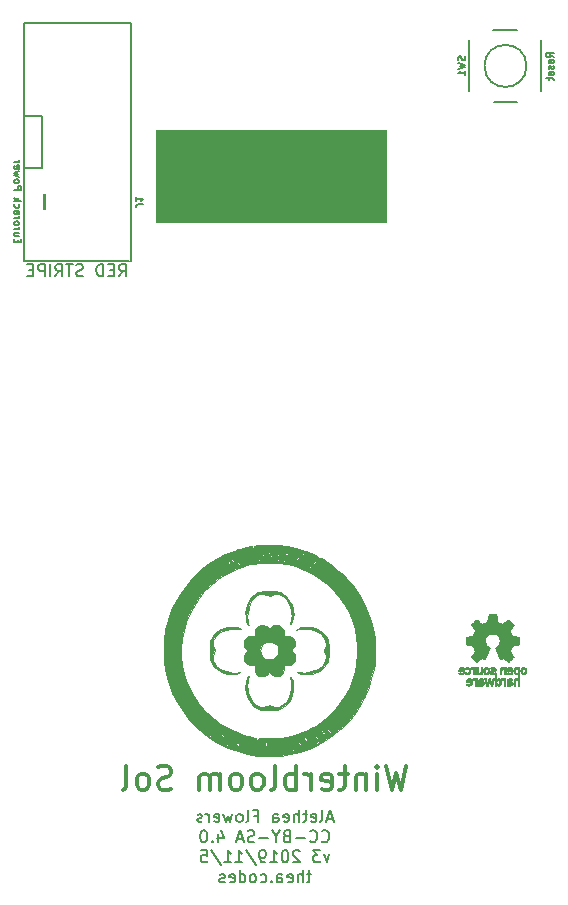
<source format=gbr>
G04 #@! TF.GenerationSoftware,KiCad,Pcbnew,(5.1.2)-2*
G04 #@! TF.CreationDate,2019-12-19T20:27:39-08:00*
G04 #@! TF.ProjectId,mainboard,6d61696e-626f-4617-9264-2e6b69636164,v3*
G04 #@! TF.SameCoordinates,Original*
G04 #@! TF.FileFunction,Legend,Bot*
G04 #@! TF.FilePolarity,Positive*
%FSLAX46Y46*%
G04 Gerber Fmt 4.6, Leading zero omitted, Abs format (unit mm)*
G04 Created by KiCad (PCBNEW (5.1.2)-2) date 2019-12-19 20:27:39*
%MOMM*%
%LPD*%
G04 APERTURE LIST*
%ADD10C,0.100000*%
%ADD11C,0.150000*%
%ADD12C,0.200000*%
%ADD13C,0.300000*%
%ADD14C,0.203200*%
%ADD15C,0.010000*%
%ADD16C,0.127000*%
G04 APERTURE END LIST*
D10*
G36*
X145000000Y-68750000D02*
G01*
X125500000Y-68750000D01*
X125500000Y-61000000D01*
X145000000Y-61000000D01*
X145000000Y-68750000D01*
G37*
X145000000Y-68750000D02*
X125500000Y-68750000D01*
X125500000Y-61000000D01*
X145000000Y-61000000D01*
X145000000Y-68750000D01*
D11*
X122371428Y-73352380D02*
X122704761Y-72876190D01*
X122942857Y-73352380D02*
X122942857Y-72352380D01*
X122561904Y-72352380D01*
X122466666Y-72400000D01*
X122419047Y-72447619D01*
X122371428Y-72542857D01*
X122371428Y-72685714D01*
X122419047Y-72780952D01*
X122466666Y-72828571D01*
X122561904Y-72876190D01*
X122942857Y-72876190D01*
X121942857Y-72828571D02*
X121609523Y-72828571D01*
X121466666Y-73352380D02*
X121942857Y-73352380D01*
X121942857Y-72352380D01*
X121466666Y-72352380D01*
X121038095Y-73352380D02*
X121038095Y-72352380D01*
X120800000Y-72352380D01*
X120657142Y-72400000D01*
X120561904Y-72495238D01*
X120514285Y-72590476D01*
X120466666Y-72780952D01*
X120466666Y-72923809D01*
X120514285Y-73114285D01*
X120561904Y-73209523D01*
X120657142Y-73304761D01*
X120800000Y-73352380D01*
X121038095Y-73352380D01*
X119323809Y-73304761D02*
X119180952Y-73352380D01*
X118942857Y-73352380D01*
X118847619Y-73304761D01*
X118799999Y-73257142D01*
X118752380Y-73161904D01*
X118752380Y-73066666D01*
X118799999Y-72971428D01*
X118847619Y-72923809D01*
X118942857Y-72876190D01*
X119133333Y-72828571D01*
X119228571Y-72780952D01*
X119276190Y-72733333D01*
X119323809Y-72638095D01*
X119323809Y-72542857D01*
X119276190Y-72447619D01*
X119228571Y-72400000D01*
X119133333Y-72352380D01*
X118895238Y-72352380D01*
X118752380Y-72400000D01*
X118466666Y-72352380D02*
X117895238Y-72352380D01*
X118180952Y-73352380D02*
X118180952Y-72352380D01*
X116990476Y-73352380D02*
X117323809Y-72876190D01*
X117561904Y-73352380D02*
X117561904Y-72352380D01*
X117180952Y-72352380D01*
X117085714Y-72400000D01*
X117038095Y-72447619D01*
X116990476Y-72542857D01*
X116990476Y-72685714D01*
X117038095Y-72780952D01*
X117085714Y-72828571D01*
X117180952Y-72876190D01*
X117561904Y-72876190D01*
X116561904Y-73352380D02*
X116561904Y-72352380D01*
X116085714Y-73352380D02*
X116085714Y-72352380D01*
X115704761Y-72352380D01*
X115609523Y-72400000D01*
X115561904Y-72447619D01*
X115514285Y-72542857D01*
X115514285Y-72685714D01*
X115561904Y-72780952D01*
X115609523Y-72828571D01*
X115704761Y-72876190D01*
X116085714Y-72876190D01*
X115085714Y-72828571D02*
X114752380Y-72828571D01*
X114609523Y-73352380D02*
X115085714Y-73352380D01*
X115085714Y-72352380D01*
X114609523Y-72352380D01*
D12*
X140459695Y-119282666D02*
X139983504Y-119282666D01*
X140554933Y-119568380D02*
X140221600Y-118568380D01*
X139888266Y-119568380D01*
X139412076Y-119568380D02*
X139507314Y-119520761D01*
X139554933Y-119425523D01*
X139554933Y-118568380D01*
X138650171Y-119520761D02*
X138745409Y-119568380D01*
X138935885Y-119568380D01*
X139031123Y-119520761D01*
X139078742Y-119425523D01*
X139078742Y-119044571D01*
X139031123Y-118949333D01*
X138935885Y-118901714D01*
X138745409Y-118901714D01*
X138650171Y-118949333D01*
X138602552Y-119044571D01*
X138602552Y-119139809D01*
X139078742Y-119235047D01*
X138316838Y-118901714D02*
X137935885Y-118901714D01*
X138173980Y-118568380D02*
X138173980Y-119425523D01*
X138126361Y-119520761D01*
X138031123Y-119568380D01*
X137935885Y-119568380D01*
X137602552Y-119568380D02*
X137602552Y-118568380D01*
X137173980Y-119568380D02*
X137173980Y-119044571D01*
X137221600Y-118949333D01*
X137316838Y-118901714D01*
X137459695Y-118901714D01*
X137554933Y-118949333D01*
X137602552Y-118996952D01*
X136316838Y-119520761D02*
X136412076Y-119568380D01*
X136602552Y-119568380D01*
X136697790Y-119520761D01*
X136745409Y-119425523D01*
X136745409Y-119044571D01*
X136697790Y-118949333D01*
X136602552Y-118901714D01*
X136412076Y-118901714D01*
X136316838Y-118949333D01*
X136269219Y-119044571D01*
X136269219Y-119139809D01*
X136745409Y-119235047D01*
X135412076Y-119568380D02*
X135412076Y-119044571D01*
X135459695Y-118949333D01*
X135554933Y-118901714D01*
X135745409Y-118901714D01*
X135840647Y-118949333D01*
X135412076Y-119520761D02*
X135507314Y-119568380D01*
X135745409Y-119568380D01*
X135840647Y-119520761D01*
X135888266Y-119425523D01*
X135888266Y-119330285D01*
X135840647Y-119235047D01*
X135745409Y-119187428D01*
X135507314Y-119187428D01*
X135412076Y-119139809D01*
X133840647Y-119044571D02*
X134173980Y-119044571D01*
X134173980Y-119568380D02*
X134173980Y-118568380D01*
X133697790Y-118568380D01*
X133173980Y-119568380D02*
X133269219Y-119520761D01*
X133316838Y-119425523D01*
X133316838Y-118568380D01*
X132650171Y-119568380D02*
X132745409Y-119520761D01*
X132793028Y-119473142D01*
X132840647Y-119377904D01*
X132840647Y-119092190D01*
X132793028Y-118996952D01*
X132745409Y-118949333D01*
X132650171Y-118901714D01*
X132507314Y-118901714D01*
X132412076Y-118949333D01*
X132364457Y-118996952D01*
X132316838Y-119092190D01*
X132316838Y-119377904D01*
X132364457Y-119473142D01*
X132412076Y-119520761D01*
X132507314Y-119568380D01*
X132650171Y-119568380D01*
X131983504Y-118901714D02*
X131793028Y-119568380D01*
X131602552Y-119092190D01*
X131412076Y-119568380D01*
X131221600Y-118901714D01*
X130459695Y-119520761D02*
X130554933Y-119568380D01*
X130745409Y-119568380D01*
X130840647Y-119520761D01*
X130888266Y-119425523D01*
X130888266Y-119044571D01*
X130840647Y-118949333D01*
X130745409Y-118901714D01*
X130554933Y-118901714D01*
X130459695Y-118949333D01*
X130412076Y-119044571D01*
X130412076Y-119139809D01*
X130888266Y-119235047D01*
X129983504Y-119568380D02*
X129983504Y-118901714D01*
X129983504Y-119092190D02*
X129935885Y-118996952D01*
X129888266Y-118949333D01*
X129793028Y-118901714D01*
X129697790Y-118901714D01*
X129412076Y-119520761D02*
X129316838Y-119568380D01*
X129126361Y-119568380D01*
X129031123Y-119520761D01*
X128983504Y-119425523D01*
X128983504Y-119377904D01*
X129031123Y-119282666D01*
X129126361Y-119235047D01*
X129269219Y-119235047D01*
X129364457Y-119187428D01*
X129412076Y-119092190D01*
X129412076Y-119044571D01*
X129364457Y-118949333D01*
X129269219Y-118901714D01*
X129126361Y-118901714D01*
X129031123Y-118949333D01*
X139554933Y-121173142D02*
X139602552Y-121220761D01*
X139745409Y-121268380D01*
X139840647Y-121268380D01*
X139983504Y-121220761D01*
X140078742Y-121125523D01*
X140126361Y-121030285D01*
X140173980Y-120839809D01*
X140173980Y-120696952D01*
X140126361Y-120506476D01*
X140078742Y-120411238D01*
X139983504Y-120316000D01*
X139840647Y-120268380D01*
X139745409Y-120268380D01*
X139602552Y-120316000D01*
X139554933Y-120363619D01*
X138554933Y-121173142D02*
X138602552Y-121220761D01*
X138745409Y-121268380D01*
X138840647Y-121268380D01*
X138983504Y-121220761D01*
X139078742Y-121125523D01*
X139126361Y-121030285D01*
X139173980Y-120839809D01*
X139173980Y-120696952D01*
X139126361Y-120506476D01*
X139078742Y-120411238D01*
X138983504Y-120316000D01*
X138840647Y-120268380D01*
X138745409Y-120268380D01*
X138602552Y-120316000D01*
X138554933Y-120363619D01*
X138126361Y-120887428D02*
X137364457Y-120887428D01*
X136554933Y-120744571D02*
X136412076Y-120792190D01*
X136364457Y-120839809D01*
X136316838Y-120935047D01*
X136316838Y-121077904D01*
X136364457Y-121173142D01*
X136412076Y-121220761D01*
X136507314Y-121268380D01*
X136888266Y-121268380D01*
X136888266Y-120268380D01*
X136554933Y-120268380D01*
X136459695Y-120316000D01*
X136412076Y-120363619D01*
X136364457Y-120458857D01*
X136364457Y-120554095D01*
X136412076Y-120649333D01*
X136459695Y-120696952D01*
X136554933Y-120744571D01*
X136888266Y-120744571D01*
X135697790Y-120792190D02*
X135697790Y-121268380D01*
X136031123Y-120268380D02*
X135697790Y-120792190D01*
X135364457Y-120268380D01*
X135031123Y-120887428D02*
X134269219Y-120887428D01*
X133840647Y-121220761D02*
X133697790Y-121268380D01*
X133459695Y-121268380D01*
X133364457Y-121220761D01*
X133316838Y-121173142D01*
X133269219Y-121077904D01*
X133269219Y-120982666D01*
X133316838Y-120887428D01*
X133364457Y-120839809D01*
X133459695Y-120792190D01*
X133650171Y-120744571D01*
X133745409Y-120696952D01*
X133793028Y-120649333D01*
X133840647Y-120554095D01*
X133840647Y-120458857D01*
X133793028Y-120363619D01*
X133745409Y-120316000D01*
X133650171Y-120268380D01*
X133412076Y-120268380D01*
X133269219Y-120316000D01*
X132888266Y-120982666D02*
X132412076Y-120982666D01*
X132983504Y-121268380D02*
X132650171Y-120268380D01*
X132316838Y-121268380D01*
X130793028Y-120601714D02*
X130793028Y-121268380D01*
X131031123Y-120220761D02*
X131269219Y-120935047D01*
X130650171Y-120935047D01*
X130269219Y-121173142D02*
X130221600Y-121220761D01*
X130269219Y-121268380D01*
X130316838Y-121220761D01*
X130269219Y-121173142D01*
X130269219Y-121268380D01*
X129602552Y-120268380D02*
X129507314Y-120268380D01*
X129412076Y-120316000D01*
X129364457Y-120363619D01*
X129316838Y-120458857D01*
X129269219Y-120649333D01*
X129269219Y-120887428D01*
X129316838Y-121077904D01*
X129364457Y-121173142D01*
X129412076Y-121220761D01*
X129507314Y-121268380D01*
X129602552Y-121268380D01*
X129697790Y-121220761D01*
X129745409Y-121173142D01*
X129793028Y-121077904D01*
X129840647Y-120887428D01*
X129840647Y-120649333D01*
X129793028Y-120458857D01*
X129745409Y-120363619D01*
X129697790Y-120316000D01*
X129602552Y-120268380D01*
X140197790Y-122301714D02*
X139959695Y-122968380D01*
X139721600Y-122301714D01*
X139435885Y-121968380D02*
X138816838Y-121968380D01*
X139150171Y-122349333D01*
X139007314Y-122349333D01*
X138912076Y-122396952D01*
X138864457Y-122444571D01*
X138816838Y-122539809D01*
X138816838Y-122777904D01*
X138864457Y-122873142D01*
X138912076Y-122920761D01*
X139007314Y-122968380D01*
X139293028Y-122968380D01*
X139388266Y-122920761D01*
X139435885Y-122873142D01*
X137673980Y-122063619D02*
X137626361Y-122016000D01*
X137531123Y-121968380D01*
X137293028Y-121968380D01*
X137197790Y-122016000D01*
X137150171Y-122063619D01*
X137102552Y-122158857D01*
X137102552Y-122254095D01*
X137150171Y-122396952D01*
X137721600Y-122968380D01*
X137102552Y-122968380D01*
X136483504Y-121968380D02*
X136388266Y-121968380D01*
X136293028Y-122016000D01*
X136245409Y-122063619D01*
X136197790Y-122158857D01*
X136150171Y-122349333D01*
X136150171Y-122587428D01*
X136197790Y-122777904D01*
X136245409Y-122873142D01*
X136293028Y-122920761D01*
X136388266Y-122968380D01*
X136483504Y-122968380D01*
X136578742Y-122920761D01*
X136626361Y-122873142D01*
X136673980Y-122777904D01*
X136721600Y-122587428D01*
X136721600Y-122349333D01*
X136673980Y-122158857D01*
X136626361Y-122063619D01*
X136578742Y-122016000D01*
X136483504Y-121968380D01*
X135197790Y-122968380D02*
X135769219Y-122968380D01*
X135483504Y-122968380D02*
X135483504Y-121968380D01*
X135578742Y-122111238D01*
X135673980Y-122206476D01*
X135769219Y-122254095D01*
X134721600Y-122968380D02*
X134531123Y-122968380D01*
X134435885Y-122920761D01*
X134388266Y-122873142D01*
X134293028Y-122730285D01*
X134245409Y-122539809D01*
X134245409Y-122158857D01*
X134293028Y-122063619D01*
X134340647Y-122016000D01*
X134435885Y-121968380D01*
X134626361Y-121968380D01*
X134721600Y-122016000D01*
X134769219Y-122063619D01*
X134816838Y-122158857D01*
X134816838Y-122396952D01*
X134769219Y-122492190D01*
X134721600Y-122539809D01*
X134626361Y-122587428D01*
X134435885Y-122587428D01*
X134340647Y-122539809D01*
X134293028Y-122492190D01*
X134245409Y-122396952D01*
X133102552Y-121920761D02*
X133959695Y-123206476D01*
X132245409Y-122968380D02*
X132816838Y-122968380D01*
X132531123Y-122968380D02*
X132531123Y-121968380D01*
X132626361Y-122111238D01*
X132721600Y-122206476D01*
X132816838Y-122254095D01*
X131293028Y-122968380D02*
X131864457Y-122968380D01*
X131578742Y-122968380D02*
X131578742Y-121968380D01*
X131673980Y-122111238D01*
X131769219Y-122206476D01*
X131864457Y-122254095D01*
X130150171Y-121920761D02*
X131007314Y-123206476D01*
X129340647Y-121968380D02*
X129816838Y-121968380D01*
X129864457Y-122444571D01*
X129816838Y-122396952D01*
X129721600Y-122349333D01*
X129483504Y-122349333D01*
X129388266Y-122396952D01*
X129340647Y-122444571D01*
X129293028Y-122539809D01*
X129293028Y-122777904D01*
X129340647Y-122873142D01*
X129388266Y-122920761D01*
X129483504Y-122968380D01*
X129721600Y-122968380D01*
X129816838Y-122920761D01*
X129864457Y-122873142D01*
X138650171Y-124001714D02*
X138269219Y-124001714D01*
X138507314Y-123668380D02*
X138507314Y-124525523D01*
X138459695Y-124620761D01*
X138364457Y-124668380D01*
X138269219Y-124668380D01*
X137935885Y-124668380D02*
X137935885Y-123668380D01*
X137507314Y-124668380D02*
X137507314Y-124144571D01*
X137554933Y-124049333D01*
X137650171Y-124001714D01*
X137793028Y-124001714D01*
X137888266Y-124049333D01*
X137935885Y-124096952D01*
X136650171Y-124620761D02*
X136745409Y-124668380D01*
X136935885Y-124668380D01*
X137031123Y-124620761D01*
X137078742Y-124525523D01*
X137078742Y-124144571D01*
X137031123Y-124049333D01*
X136935885Y-124001714D01*
X136745409Y-124001714D01*
X136650171Y-124049333D01*
X136602552Y-124144571D01*
X136602552Y-124239809D01*
X137078742Y-124335047D01*
X135745409Y-124668380D02*
X135745409Y-124144571D01*
X135793028Y-124049333D01*
X135888266Y-124001714D01*
X136078742Y-124001714D01*
X136173980Y-124049333D01*
X135745409Y-124620761D02*
X135840647Y-124668380D01*
X136078742Y-124668380D01*
X136173980Y-124620761D01*
X136221600Y-124525523D01*
X136221600Y-124430285D01*
X136173980Y-124335047D01*
X136078742Y-124287428D01*
X135840647Y-124287428D01*
X135745409Y-124239809D01*
X135269219Y-124573142D02*
X135221600Y-124620761D01*
X135269219Y-124668380D01*
X135316838Y-124620761D01*
X135269219Y-124573142D01*
X135269219Y-124668380D01*
X134364457Y-124620761D02*
X134459695Y-124668380D01*
X134650171Y-124668380D01*
X134745409Y-124620761D01*
X134793028Y-124573142D01*
X134840647Y-124477904D01*
X134840647Y-124192190D01*
X134793028Y-124096952D01*
X134745409Y-124049333D01*
X134650171Y-124001714D01*
X134459695Y-124001714D01*
X134364457Y-124049333D01*
X133793028Y-124668380D02*
X133888266Y-124620761D01*
X133935885Y-124573142D01*
X133983504Y-124477904D01*
X133983504Y-124192190D01*
X133935885Y-124096952D01*
X133888266Y-124049333D01*
X133793028Y-124001714D01*
X133650171Y-124001714D01*
X133554933Y-124049333D01*
X133507314Y-124096952D01*
X133459695Y-124192190D01*
X133459695Y-124477904D01*
X133507314Y-124573142D01*
X133554933Y-124620761D01*
X133650171Y-124668380D01*
X133793028Y-124668380D01*
X132602552Y-124668380D02*
X132602552Y-123668380D01*
X132602552Y-124620761D02*
X132697790Y-124668380D01*
X132888266Y-124668380D01*
X132983504Y-124620761D01*
X133031123Y-124573142D01*
X133078742Y-124477904D01*
X133078742Y-124192190D01*
X133031123Y-124096952D01*
X132983504Y-124049333D01*
X132888266Y-124001714D01*
X132697790Y-124001714D01*
X132602552Y-124049333D01*
X131745409Y-124620761D02*
X131840647Y-124668380D01*
X132031123Y-124668380D01*
X132126361Y-124620761D01*
X132173980Y-124525523D01*
X132173980Y-124144571D01*
X132126361Y-124049333D01*
X132031123Y-124001714D01*
X131840647Y-124001714D01*
X131745409Y-124049333D01*
X131697790Y-124144571D01*
X131697790Y-124239809D01*
X132173980Y-124335047D01*
X131316838Y-124620761D02*
X131221600Y-124668380D01*
X131031123Y-124668380D01*
X130935885Y-124620761D01*
X130888266Y-124525523D01*
X130888266Y-124477904D01*
X130935885Y-124382666D01*
X131031123Y-124335047D01*
X131173980Y-124335047D01*
X131269219Y-124287428D01*
X131316838Y-124192190D01*
X131316838Y-124144571D01*
X131269219Y-124049333D01*
X131173980Y-124001714D01*
X131031123Y-124001714D01*
X130935885Y-124049333D01*
D13*
X146721600Y-114830361D02*
X146245409Y-116830361D01*
X145864457Y-115401790D01*
X145483504Y-116830361D01*
X145007314Y-114830361D01*
X144245409Y-116830361D02*
X144245409Y-115497028D01*
X144245409Y-114830361D02*
X144340647Y-114925600D01*
X144245409Y-115020838D01*
X144150171Y-114925600D01*
X144245409Y-114830361D01*
X144245409Y-115020838D01*
X143293028Y-115497028D02*
X143293028Y-116830361D01*
X143293028Y-115687504D02*
X143197790Y-115592266D01*
X143007314Y-115497028D01*
X142721600Y-115497028D01*
X142531123Y-115592266D01*
X142435885Y-115782742D01*
X142435885Y-116830361D01*
X141769219Y-115497028D02*
X141007314Y-115497028D01*
X141483504Y-114830361D02*
X141483504Y-116544647D01*
X141388266Y-116735123D01*
X141197790Y-116830361D01*
X141007314Y-116830361D01*
X139578742Y-116735123D02*
X139769219Y-116830361D01*
X140150171Y-116830361D01*
X140340647Y-116735123D01*
X140435885Y-116544647D01*
X140435885Y-115782742D01*
X140340647Y-115592266D01*
X140150171Y-115497028D01*
X139769219Y-115497028D01*
X139578742Y-115592266D01*
X139483504Y-115782742D01*
X139483504Y-115973219D01*
X140435885Y-116163695D01*
X138626361Y-116830361D02*
X138626361Y-115497028D01*
X138626361Y-115877980D02*
X138531123Y-115687504D01*
X138435885Y-115592266D01*
X138245409Y-115497028D01*
X138054933Y-115497028D01*
X137388266Y-116830361D02*
X137388266Y-114830361D01*
X137388266Y-115592266D02*
X137197790Y-115497028D01*
X136816838Y-115497028D01*
X136626361Y-115592266D01*
X136531123Y-115687504D01*
X136435885Y-115877980D01*
X136435885Y-116449409D01*
X136531123Y-116639885D01*
X136626361Y-116735123D01*
X136816838Y-116830361D01*
X137197790Y-116830361D01*
X137388266Y-116735123D01*
X135293028Y-116830361D02*
X135483504Y-116735123D01*
X135578742Y-116544647D01*
X135578742Y-114830361D01*
X134245409Y-116830361D02*
X134435885Y-116735123D01*
X134531123Y-116639885D01*
X134626361Y-116449409D01*
X134626361Y-115877980D01*
X134531123Y-115687504D01*
X134435885Y-115592266D01*
X134245409Y-115497028D01*
X133959695Y-115497028D01*
X133769219Y-115592266D01*
X133673980Y-115687504D01*
X133578742Y-115877980D01*
X133578742Y-116449409D01*
X133673980Y-116639885D01*
X133769219Y-116735123D01*
X133959695Y-116830361D01*
X134245409Y-116830361D01*
X132435885Y-116830361D02*
X132626361Y-116735123D01*
X132721600Y-116639885D01*
X132816838Y-116449409D01*
X132816838Y-115877980D01*
X132721600Y-115687504D01*
X132626361Y-115592266D01*
X132435885Y-115497028D01*
X132150171Y-115497028D01*
X131959695Y-115592266D01*
X131864457Y-115687504D01*
X131769219Y-115877980D01*
X131769219Y-116449409D01*
X131864457Y-116639885D01*
X131959695Y-116735123D01*
X132150171Y-116830361D01*
X132435885Y-116830361D01*
X130912076Y-116830361D02*
X130912076Y-115497028D01*
X130912076Y-115687504D02*
X130816838Y-115592266D01*
X130626361Y-115497028D01*
X130340647Y-115497028D01*
X130150171Y-115592266D01*
X130054933Y-115782742D01*
X130054933Y-116830361D01*
X130054933Y-115782742D02*
X129959695Y-115592266D01*
X129769219Y-115497028D01*
X129483504Y-115497028D01*
X129293028Y-115592266D01*
X129197790Y-115782742D01*
X129197790Y-116830361D01*
X126816838Y-116735123D02*
X126531123Y-116830361D01*
X126054933Y-116830361D01*
X125864457Y-116735123D01*
X125769219Y-116639885D01*
X125673980Y-116449409D01*
X125673980Y-116258933D01*
X125769219Y-116068457D01*
X125864457Y-115973219D01*
X126054933Y-115877980D01*
X126435885Y-115782742D01*
X126626361Y-115687504D01*
X126721600Y-115592266D01*
X126816838Y-115401790D01*
X126816838Y-115211314D01*
X126721600Y-115020838D01*
X126626361Y-114925600D01*
X126435885Y-114830361D01*
X125959695Y-114830361D01*
X125673980Y-114925600D01*
X124531123Y-116830361D02*
X124721600Y-116735123D01*
X124816838Y-116639885D01*
X124912076Y-116449409D01*
X124912076Y-115877980D01*
X124816838Y-115687504D01*
X124721600Y-115592266D01*
X124531123Y-115497028D01*
X124245409Y-115497028D01*
X124054933Y-115592266D01*
X123959695Y-115687504D01*
X123864457Y-115877980D01*
X123864457Y-116449409D01*
X123959695Y-116639885D01*
X124054933Y-116735123D01*
X124245409Y-116830361D01*
X124531123Y-116830361D01*
X122721600Y-116830361D02*
X122912076Y-116735123D01*
X123007314Y-116544647D01*
X123007314Y-114830361D01*
D14*
X152052000Y-57709000D02*
X152052000Y-53391000D01*
X158148000Y-53391000D02*
X158148000Y-57709000D01*
X154104320Y-58598000D02*
X156116000Y-58598000D01*
X154073840Y-52502000D02*
X156116000Y-52502000D01*
X156878000Y-55550000D02*
G75*
G03X156878000Y-55550000I-1778000J0D01*
G01*
D15*
G36*
X153623036Y-102290018D02*
G01*
X153566188Y-102591570D01*
X153146662Y-102764512D01*
X152895016Y-102593395D01*
X152824542Y-102545750D01*
X152760837Y-102503210D01*
X152706874Y-102467715D01*
X152665627Y-102441210D01*
X152640066Y-102425636D01*
X152633105Y-102422278D01*
X152620565Y-102430914D01*
X152593769Y-102454792D01*
X152555720Y-102490859D01*
X152509421Y-102536067D01*
X152457877Y-102587364D01*
X152404091Y-102641701D01*
X152351065Y-102696028D01*
X152301805Y-102747295D01*
X152259313Y-102792451D01*
X152226593Y-102828446D01*
X152206649Y-102852230D01*
X152201881Y-102860190D01*
X152208743Y-102874865D01*
X152227980Y-102907014D01*
X152257570Y-102953492D01*
X152295490Y-103011156D01*
X152339718Y-103076860D01*
X152365346Y-103114336D01*
X152412059Y-103182768D01*
X152453568Y-103244520D01*
X152487860Y-103296519D01*
X152512920Y-103335692D01*
X152526736Y-103358965D01*
X152528812Y-103363855D01*
X152524105Y-103377755D01*
X152511277Y-103410150D01*
X152492262Y-103456485D01*
X152468997Y-103512206D01*
X152443416Y-103572758D01*
X152417455Y-103633586D01*
X152393050Y-103690136D01*
X152372137Y-103737852D01*
X152356651Y-103772181D01*
X152348528Y-103788568D01*
X152348048Y-103789212D01*
X152335293Y-103792341D01*
X152301323Y-103799321D01*
X152249660Y-103809467D01*
X152183824Y-103822092D01*
X152107336Y-103836509D01*
X152062710Y-103844823D01*
X151980979Y-103860384D01*
X151907157Y-103875192D01*
X151844979Y-103888436D01*
X151798178Y-103899305D01*
X151770491Y-103906989D01*
X151764926Y-103909427D01*
X151759474Y-103925930D01*
X151755076Y-103963200D01*
X151751728Y-104016880D01*
X151749426Y-104082612D01*
X151748168Y-104156037D01*
X151747952Y-104232796D01*
X151748773Y-104308532D01*
X151750629Y-104378886D01*
X151753518Y-104439500D01*
X151757435Y-104486016D01*
X151762378Y-104514075D01*
X151765343Y-104519916D01*
X151783066Y-104526917D01*
X151820619Y-104536927D01*
X151873036Y-104548769D01*
X151935348Y-104561267D01*
X151957100Y-104565310D01*
X152061976Y-104584520D01*
X152144820Y-104599991D01*
X152208370Y-104612337D01*
X152255363Y-104622173D01*
X152288537Y-104630114D01*
X152310629Y-104636776D01*
X152324376Y-104642773D01*
X152332516Y-104648719D01*
X152333655Y-104649894D01*
X152345023Y-104668826D01*
X152362365Y-104705669D01*
X152383950Y-104755913D01*
X152408046Y-104815046D01*
X152432921Y-104878556D01*
X152456843Y-104941932D01*
X152478081Y-105000662D01*
X152494903Y-105050235D01*
X152505578Y-105086139D01*
X152508373Y-105103862D01*
X152508140Y-105104483D01*
X152498669Y-105118970D01*
X152477182Y-105150844D01*
X152445937Y-105196789D01*
X152407193Y-105253485D01*
X152363207Y-105317617D01*
X152350681Y-105335842D01*
X152306016Y-105401914D01*
X152266712Y-105462200D01*
X152234912Y-105513235D01*
X152212755Y-105551560D01*
X152202383Y-105573711D01*
X152201881Y-105576432D01*
X152210595Y-105590736D01*
X152234675Y-105619072D01*
X152271024Y-105658396D01*
X152316547Y-105705661D01*
X152368148Y-105757823D01*
X152422733Y-105811835D01*
X152477206Y-105864653D01*
X152528471Y-105913231D01*
X152573433Y-105954523D01*
X152608996Y-105985485D01*
X152632065Y-106003070D01*
X152638446Y-106005941D01*
X152653301Y-105999178D01*
X152683714Y-105980939D01*
X152724732Y-105954297D01*
X152756291Y-105932852D01*
X152813475Y-105893503D01*
X152881194Y-105847171D01*
X152949120Y-105800913D01*
X152985639Y-105776155D01*
X153109248Y-105692547D01*
X153213009Y-105748650D01*
X153260280Y-105773228D01*
X153300477Y-105792331D01*
X153327674Y-105803227D01*
X153334598Y-105804743D01*
X153342923Y-105793549D01*
X153359346Y-105761917D01*
X153382643Y-105712765D01*
X153411586Y-105649010D01*
X153444950Y-105573571D01*
X153481509Y-105489364D01*
X153520036Y-105399308D01*
X153559306Y-105306321D01*
X153598092Y-105213320D01*
X153635170Y-105123223D01*
X153669311Y-105038948D01*
X153699292Y-104963413D01*
X153723884Y-104899534D01*
X153741864Y-104850231D01*
X153752003Y-104818421D01*
X153753634Y-104807496D01*
X153740709Y-104793561D01*
X153712411Y-104770940D01*
X153674654Y-104744333D01*
X153671485Y-104742228D01*
X153573900Y-104664114D01*
X153495214Y-104572982D01*
X153436109Y-104471745D01*
X153397268Y-104363318D01*
X153379372Y-104250614D01*
X153383103Y-104136548D01*
X153409143Y-104024034D01*
X153458175Y-103915985D01*
X153472600Y-103892345D01*
X153547631Y-103796887D01*
X153636270Y-103720232D01*
X153735451Y-103662780D01*
X153842105Y-103624929D01*
X153953164Y-103607078D01*
X154065561Y-103609625D01*
X154176227Y-103632970D01*
X154282094Y-103677510D01*
X154380095Y-103743645D01*
X154410410Y-103770487D01*
X154487562Y-103854512D01*
X154543782Y-103942966D01*
X154582347Y-104042115D01*
X154603826Y-104140303D01*
X154609128Y-104250697D01*
X154591448Y-104361640D01*
X154552581Y-104469381D01*
X154494323Y-104570169D01*
X154418469Y-104660256D01*
X154326817Y-104735892D01*
X154314772Y-104743864D01*
X154276611Y-104769974D01*
X154247601Y-104792595D01*
X154233732Y-104807039D01*
X154233531Y-104807496D01*
X154236508Y-104823121D01*
X154248311Y-104858582D01*
X154267714Y-104910962D01*
X154293488Y-104977345D01*
X154324409Y-105054814D01*
X154359249Y-105140450D01*
X154396783Y-105231337D01*
X154435783Y-105324559D01*
X154475023Y-105417197D01*
X154513276Y-105506335D01*
X154549317Y-105589055D01*
X154581917Y-105662441D01*
X154609852Y-105723575D01*
X154631895Y-105769541D01*
X154646818Y-105797421D01*
X154652828Y-105804743D01*
X154671191Y-105799041D01*
X154705552Y-105783749D01*
X154749984Y-105761599D01*
X154774417Y-105748650D01*
X154878178Y-105692547D01*
X155001787Y-105776155D01*
X155064886Y-105818987D01*
X155133970Y-105866122D01*
X155198707Y-105910503D01*
X155231134Y-105932852D01*
X155276741Y-105963477D01*
X155315360Y-105987747D01*
X155341952Y-106002587D01*
X155350590Y-106005724D01*
X155363161Y-105997261D01*
X155390984Y-105973636D01*
X155431361Y-105937302D01*
X155481595Y-105890711D01*
X155538988Y-105836317D01*
X155575286Y-105801392D01*
X155638790Y-105738996D01*
X155693673Y-105683188D01*
X155737714Y-105636354D01*
X155768695Y-105600882D01*
X155784398Y-105579161D01*
X155785905Y-105574752D01*
X155778914Y-105557985D01*
X155759594Y-105524082D01*
X155730091Y-105476476D01*
X155692545Y-105418599D01*
X155649100Y-105353884D01*
X155636745Y-105335842D01*
X155591727Y-105270267D01*
X155551340Y-105211228D01*
X155517840Y-105162042D01*
X155493486Y-105126028D01*
X155480536Y-105106502D01*
X155479285Y-105104483D01*
X155481156Y-105088922D01*
X155491087Y-105054709D01*
X155507347Y-105006355D01*
X155528205Y-104948371D01*
X155551927Y-104885270D01*
X155576784Y-104821563D01*
X155601042Y-104761761D01*
X155622971Y-104710376D01*
X155640838Y-104671919D01*
X155652913Y-104650902D01*
X155653771Y-104649894D01*
X155661154Y-104643888D01*
X155673625Y-104637948D01*
X155693920Y-104631460D01*
X155724778Y-104623809D01*
X155768934Y-104614380D01*
X155829126Y-104602559D01*
X155908093Y-104587729D01*
X156008570Y-104569277D01*
X156030325Y-104565310D01*
X156094802Y-104552853D01*
X156151011Y-104540666D01*
X156193987Y-104529926D01*
X156218760Y-104521809D01*
X156222082Y-104519916D01*
X156227556Y-104503138D01*
X156232006Y-104465645D01*
X156235428Y-104411794D01*
X156237819Y-104345944D01*
X156239177Y-104272453D01*
X156239499Y-104195680D01*
X156238781Y-104119983D01*
X156237021Y-104049720D01*
X156234216Y-103989250D01*
X156230362Y-103942930D01*
X156225457Y-103915119D01*
X156222500Y-103909427D01*
X156206037Y-103903686D01*
X156168551Y-103894345D01*
X156113775Y-103882215D01*
X156045445Y-103868107D01*
X155967294Y-103852830D01*
X155924716Y-103844823D01*
X155843929Y-103829721D01*
X155771887Y-103816040D01*
X155712111Y-103804467D01*
X155668121Y-103795687D01*
X155643439Y-103790387D01*
X155639377Y-103789212D01*
X155632511Y-103775965D01*
X155617998Y-103744057D01*
X155597771Y-103698047D01*
X155573766Y-103642492D01*
X155547918Y-103581953D01*
X155522160Y-103520986D01*
X155498427Y-103464151D01*
X155478654Y-103416006D01*
X155464776Y-103381110D01*
X155458726Y-103364021D01*
X155458614Y-103363274D01*
X155465472Y-103349793D01*
X155484698Y-103318770D01*
X155514272Y-103273289D01*
X155552173Y-103216432D01*
X155596380Y-103151283D01*
X155622079Y-103113862D01*
X155668907Y-103045247D01*
X155710499Y-102982952D01*
X155744825Y-102930129D01*
X155769857Y-102889927D01*
X155783565Y-102865500D01*
X155785544Y-102860024D01*
X155777034Y-102847278D01*
X155753507Y-102820063D01*
X155717968Y-102781428D01*
X155673423Y-102734423D01*
X155622877Y-102682095D01*
X155569336Y-102627495D01*
X155515805Y-102573670D01*
X155465289Y-102523670D01*
X155420794Y-102480543D01*
X155385325Y-102447339D01*
X155361887Y-102427106D01*
X155354046Y-102422278D01*
X155341280Y-102429067D01*
X155310744Y-102448142D01*
X155265410Y-102477561D01*
X155208244Y-102515381D01*
X155142216Y-102559661D01*
X155092410Y-102593395D01*
X154840764Y-102764512D01*
X154631001Y-102678041D01*
X154421237Y-102591570D01*
X154364389Y-102290018D01*
X154307540Y-101988466D01*
X153679885Y-101988466D01*
X153623036Y-102290018D01*
X153623036Y-102290018D01*
G37*
X153623036Y-102290018D02*
X153566188Y-102591570D01*
X153146662Y-102764512D01*
X152895016Y-102593395D01*
X152824542Y-102545750D01*
X152760837Y-102503210D01*
X152706874Y-102467715D01*
X152665627Y-102441210D01*
X152640066Y-102425636D01*
X152633105Y-102422278D01*
X152620565Y-102430914D01*
X152593769Y-102454792D01*
X152555720Y-102490859D01*
X152509421Y-102536067D01*
X152457877Y-102587364D01*
X152404091Y-102641701D01*
X152351065Y-102696028D01*
X152301805Y-102747295D01*
X152259313Y-102792451D01*
X152226593Y-102828446D01*
X152206649Y-102852230D01*
X152201881Y-102860190D01*
X152208743Y-102874865D01*
X152227980Y-102907014D01*
X152257570Y-102953492D01*
X152295490Y-103011156D01*
X152339718Y-103076860D01*
X152365346Y-103114336D01*
X152412059Y-103182768D01*
X152453568Y-103244520D01*
X152487860Y-103296519D01*
X152512920Y-103335692D01*
X152526736Y-103358965D01*
X152528812Y-103363855D01*
X152524105Y-103377755D01*
X152511277Y-103410150D01*
X152492262Y-103456485D01*
X152468997Y-103512206D01*
X152443416Y-103572758D01*
X152417455Y-103633586D01*
X152393050Y-103690136D01*
X152372137Y-103737852D01*
X152356651Y-103772181D01*
X152348528Y-103788568D01*
X152348048Y-103789212D01*
X152335293Y-103792341D01*
X152301323Y-103799321D01*
X152249660Y-103809467D01*
X152183824Y-103822092D01*
X152107336Y-103836509D01*
X152062710Y-103844823D01*
X151980979Y-103860384D01*
X151907157Y-103875192D01*
X151844979Y-103888436D01*
X151798178Y-103899305D01*
X151770491Y-103906989D01*
X151764926Y-103909427D01*
X151759474Y-103925930D01*
X151755076Y-103963200D01*
X151751728Y-104016880D01*
X151749426Y-104082612D01*
X151748168Y-104156037D01*
X151747952Y-104232796D01*
X151748773Y-104308532D01*
X151750629Y-104378886D01*
X151753518Y-104439500D01*
X151757435Y-104486016D01*
X151762378Y-104514075D01*
X151765343Y-104519916D01*
X151783066Y-104526917D01*
X151820619Y-104536927D01*
X151873036Y-104548769D01*
X151935348Y-104561267D01*
X151957100Y-104565310D01*
X152061976Y-104584520D01*
X152144820Y-104599991D01*
X152208370Y-104612337D01*
X152255363Y-104622173D01*
X152288537Y-104630114D01*
X152310629Y-104636776D01*
X152324376Y-104642773D01*
X152332516Y-104648719D01*
X152333655Y-104649894D01*
X152345023Y-104668826D01*
X152362365Y-104705669D01*
X152383950Y-104755913D01*
X152408046Y-104815046D01*
X152432921Y-104878556D01*
X152456843Y-104941932D01*
X152478081Y-105000662D01*
X152494903Y-105050235D01*
X152505578Y-105086139D01*
X152508373Y-105103862D01*
X152508140Y-105104483D01*
X152498669Y-105118970D01*
X152477182Y-105150844D01*
X152445937Y-105196789D01*
X152407193Y-105253485D01*
X152363207Y-105317617D01*
X152350681Y-105335842D01*
X152306016Y-105401914D01*
X152266712Y-105462200D01*
X152234912Y-105513235D01*
X152212755Y-105551560D01*
X152202383Y-105573711D01*
X152201881Y-105576432D01*
X152210595Y-105590736D01*
X152234675Y-105619072D01*
X152271024Y-105658396D01*
X152316547Y-105705661D01*
X152368148Y-105757823D01*
X152422733Y-105811835D01*
X152477206Y-105864653D01*
X152528471Y-105913231D01*
X152573433Y-105954523D01*
X152608996Y-105985485D01*
X152632065Y-106003070D01*
X152638446Y-106005941D01*
X152653301Y-105999178D01*
X152683714Y-105980939D01*
X152724732Y-105954297D01*
X152756291Y-105932852D01*
X152813475Y-105893503D01*
X152881194Y-105847171D01*
X152949120Y-105800913D01*
X152985639Y-105776155D01*
X153109248Y-105692547D01*
X153213009Y-105748650D01*
X153260280Y-105773228D01*
X153300477Y-105792331D01*
X153327674Y-105803227D01*
X153334598Y-105804743D01*
X153342923Y-105793549D01*
X153359346Y-105761917D01*
X153382643Y-105712765D01*
X153411586Y-105649010D01*
X153444950Y-105573571D01*
X153481509Y-105489364D01*
X153520036Y-105399308D01*
X153559306Y-105306321D01*
X153598092Y-105213320D01*
X153635170Y-105123223D01*
X153669311Y-105038948D01*
X153699292Y-104963413D01*
X153723884Y-104899534D01*
X153741864Y-104850231D01*
X153752003Y-104818421D01*
X153753634Y-104807496D01*
X153740709Y-104793561D01*
X153712411Y-104770940D01*
X153674654Y-104744333D01*
X153671485Y-104742228D01*
X153573900Y-104664114D01*
X153495214Y-104572982D01*
X153436109Y-104471745D01*
X153397268Y-104363318D01*
X153379372Y-104250614D01*
X153383103Y-104136548D01*
X153409143Y-104024034D01*
X153458175Y-103915985D01*
X153472600Y-103892345D01*
X153547631Y-103796887D01*
X153636270Y-103720232D01*
X153735451Y-103662780D01*
X153842105Y-103624929D01*
X153953164Y-103607078D01*
X154065561Y-103609625D01*
X154176227Y-103632970D01*
X154282094Y-103677510D01*
X154380095Y-103743645D01*
X154410410Y-103770487D01*
X154487562Y-103854512D01*
X154543782Y-103942966D01*
X154582347Y-104042115D01*
X154603826Y-104140303D01*
X154609128Y-104250697D01*
X154591448Y-104361640D01*
X154552581Y-104469381D01*
X154494323Y-104570169D01*
X154418469Y-104660256D01*
X154326817Y-104735892D01*
X154314772Y-104743864D01*
X154276611Y-104769974D01*
X154247601Y-104792595D01*
X154233732Y-104807039D01*
X154233531Y-104807496D01*
X154236508Y-104823121D01*
X154248311Y-104858582D01*
X154267714Y-104910962D01*
X154293488Y-104977345D01*
X154324409Y-105054814D01*
X154359249Y-105140450D01*
X154396783Y-105231337D01*
X154435783Y-105324559D01*
X154475023Y-105417197D01*
X154513276Y-105506335D01*
X154549317Y-105589055D01*
X154581917Y-105662441D01*
X154609852Y-105723575D01*
X154631895Y-105769541D01*
X154646818Y-105797421D01*
X154652828Y-105804743D01*
X154671191Y-105799041D01*
X154705552Y-105783749D01*
X154749984Y-105761599D01*
X154774417Y-105748650D01*
X154878178Y-105692547D01*
X155001787Y-105776155D01*
X155064886Y-105818987D01*
X155133970Y-105866122D01*
X155198707Y-105910503D01*
X155231134Y-105932852D01*
X155276741Y-105963477D01*
X155315360Y-105987747D01*
X155341952Y-106002587D01*
X155350590Y-106005724D01*
X155363161Y-105997261D01*
X155390984Y-105973636D01*
X155431361Y-105937302D01*
X155481595Y-105890711D01*
X155538988Y-105836317D01*
X155575286Y-105801392D01*
X155638790Y-105738996D01*
X155693673Y-105683188D01*
X155737714Y-105636354D01*
X155768695Y-105600882D01*
X155784398Y-105579161D01*
X155785905Y-105574752D01*
X155778914Y-105557985D01*
X155759594Y-105524082D01*
X155730091Y-105476476D01*
X155692545Y-105418599D01*
X155649100Y-105353884D01*
X155636745Y-105335842D01*
X155591727Y-105270267D01*
X155551340Y-105211228D01*
X155517840Y-105162042D01*
X155493486Y-105126028D01*
X155480536Y-105106502D01*
X155479285Y-105104483D01*
X155481156Y-105088922D01*
X155491087Y-105054709D01*
X155507347Y-105006355D01*
X155528205Y-104948371D01*
X155551927Y-104885270D01*
X155576784Y-104821563D01*
X155601042Y-104761761D01*
X155622971Y-104710376D01*
X155640838Y-104671919D01*
X155652913Y-104650902D01*
X155653771Y-104649894D01*
X155661154Y-104643888D01*
X155673625Y-104637948D01*
X155693920Y-104631460D01*
X155724778Y-104623809D01*
X155768934Y-104614380D01*
X155829126Y-104602559D01*
X155908093Y-104587729D01*
X156008570Y-104569277D01*
X156030325Y-104565310D01*
X156094802Y-104552853D01*
X156151011Y-104540666D01*
X156193987Y-104529926D01*
X156218760Y-104521809D01*
X156222082Y-104519916D01*
X156227556Y-104503138D01*
X156232006Y-104465645D01*
X156235428Y-104411794D01*
X156237819Y-104345944D01*
X156239177Y-104272453D01*
X156239499Y-104195680D01*
X156238781Y-104119983D01*
X156237021Y-104049720D01*
X156234216Y-103989250D01*
X156230362Y-103942930D01*
X156225457Y-103915119D01*
X156222500Y-103909427D01*
X156206037Y-103903686D01*
X156168551Y-103894345D01*
X156113775Y-103882215D01*
X156045445Y-103868107D01*
X155967294Y-103852830D01*
X155924716Y-103844823D01*
X155843929Y-103829721D01*
X155771887Y-103816040D01*
X155712111Y-103804467D01*
X155668121Y-103795687D01*
X155643439Y-103790387D01*
X155639377Y-103789212D01*
X155632511Y-103775965D01*
X155617998Y-103744057D01*
X155597771Y-103698047D01*
X155573766Y-103642492D01*
X155547918Y-103581953D01*
X155522160Y-103520986D01*
X155498427Y-103464151D01*
X155478654Y-103416006D01*
X155464776Y-103381110D01*
X155458726Y-103364021D01*
X155458614Y-103363274D01*
X155465472Y-103349793D01*
X155484698Y-103318770D01*
X155514272Y-103273289D01*
X155552173Y-103216432D01*
X155596380Y-103151283D01*
X155622079Y-103113862D01*
X155668907Y-103045247D01*
X155710499Y-102982952D01*
X155744825Y-102930129D01*
X155769857Y-102889927D01*
X155783565Y-102865500D01*
X155785544Y-102860024D01*
X155777034Y-102847278D01*
X155753507Y-102820063D01*
X155717968Y-102781428D01*
X155673423Y-102734423D01*
X155622877Y-102682095D01*
X155569336Y-102627495D01*
X155515805Y-102573670D01*
X155465289Y-102523670D01*
X155420794Y-102480543D01*
X155385325Y-102447339D01*
X155361887Y-102427106D01*
X155354046Y-102422278D01*
X155341280Y-102429067D01*
X155310744Y-102448142D01*
X155265410Y-102477561D01*
X155208244Y-102515381D01*
X155142216Y-102559661D01*
X155092410Y-102593395D01*
X154840764Y-102764512D01*
X154631001Y-102678041D01*
X154421237Y-102591570D01*
X154364389Y-102290018D01*
X154307540Y-101988466D01*
X153679885Y-101988466D01*
X153623036Y-102290018D01*
G36*
X152200540Y-106458030D02*
G01*
X152157289Y-106471245D01*
X152129442Y-106487941D01*
X152120371Y-106501145D01*
X152122868Y-106516797D01*
X152139069Y-106541385D01*
X152152768Y-106558800D01*
X152181008Y-106590283D01*
X152202225Y-106603529D01*
X152220312Y-106602664D01*
X152273965Y-106589010D01*
X152313370Y-106589630D01*
X152345368Y-106605104D01*
X152356110Y-106614161D01*
X152390495Y-106646027D01*
X152390495Y-107062179D01*
X152528812Y-107062179D01*
X152528812Y-106458614D01*
X152459653Y-106458614D01*
X152418131Y-106460256D01*
X152396709Y-106466087D01*
X152390498Y-106477461D01*
X152390495Y-106477798D01*
X152387561Y-106489713D01*
X152374296Y-106488159D01*
X152355916Y-106479563D01*
X152317954Y-106463568D01*
X152287128Y-106453945D01*
X152247464Y-106451478D01*
X152200540Y-106458030D01*
X152200540Y-106458030D01*
G37*
X152200540Y-106458030D02*
X152157289Y-106471245D01*
X152129442Y-106487941D01*
X152120371Y-106501145D01*
X152122868Y-106516797D01*
X152139069Y-106541385D01*
X152152768Y-106558800D01*
X152181008Y-106590283D01*
X152202225Y-106603529D01*
X152220312Y-106602664D01*
X152273965Y-106589010D01*
X152313370Y-106589630D01*
X152345368Y-106605104D01*
X152356110Y-106614161D01*
X152390495Y-106646027D01*
X152390495Y-107062179D01*
X152528812Y-107062179D01*
X152528812Y-106458614D01*
X152459653Y-106458614D01*
X152418131Y-106460256D01*
X152396709Y-106466087D01*
X152390498Y-106477461D01*
X152390495Y-106477798D01*
X152387561Y-106489713D01*
X152374296Y-106488159D01*
X152355916Y-106479563D01*
X152317954Y-106463568D01*
X152287128Y-106453945D01*
X152247464Y-106451478D01*
X152200540Y-106458030D01*
G36*
X154754012Y-106469002D02*
G01*
X154722717Y-106483950D01*
X154692409Y-106505541D01*
X154669318Y-106530391D01*
X154652500Y-106562087D01*
X154641006Y-106604214D01*
X154633891Y-106660358D01*
X154630207Y-106734106D01*
X154629008Y-106829044D01*
X154628989Y-106838985D01*
X154628713Y-107062179D01*
X154767030Y-107062179D01*
X154767030Y-106856418D01*
X154767128Y-106780189D01*
X154767809Y-106724939D01*
X154769651Y-106686501D01*
X154773233Y-106660706D01*
X154779132Y-106643384D01*
X154787927Y-106630368D01*
X154800180Y-106617507D01*
X154843047Y-106589873D01*
X154889843Y-106584745D01*
X154934424Y-106602217D01*
X154949928Y-106615221D01*
X154961310Y-106627447D01*
X154969481Y-106640540D01*
X154974974Y-106658615D01*
X154978320Y-106685787D01*
X154980051Y-106726170D01*
X154980697Y-106783879D01*
X154980792Y-106854132D01*
X154980792Y-107062179D01*
X155119109Y-107062179D01*
X155119109Y-106458614D01*
X155049950Y-106458614D01*
X155008428Y-106460256D01*
X154987006Y-106466087D01*
X154980795Y-106477461D01*
X154980792Y-106477798D01*
X154977910Y-106488938D01*
X154965199Y-106487674D01*
X154939926Y-106475434D01*
X154882605Y-106457424D01*
X154817037Y-106455421D01*
X154754012Y-106469002D01*
X154754012Y-106469002D01*
G37*
X154754012Y-106469002D02*
X154722717Y-106483950D01*
X154692409Y-106505541D01*
X154669318Y-106530391D01*
X154652500Y-106562087D01*
X154641006Y-106604214D01*
X154633891Y-106660358D01*
X154630207Y-106734106D01*
X154629008Y-106829044D01*
X154628989Y-106838985D01*
X154628713Y-107062179D01*
X154767030Y-107062179D01*
X154767030Y-106856418D01*
X154767128Y-106780189D01*
X154767809Y-106724939D01*
X154769651Y-106686501D01*
X154773233Y-106660706D01*
X154779132Y-106643384D01*
X154787927Y-106630368D01*
X154800180Y-106617507D01*
X154843047Y-106589873D01*
X154889843Y-106584745D01*
X154934424Y-106602217D01*
X154949928Y-106615221D01*
X154961310Y-106627447D01*
X154969481Y-106640540D01*
X154974974Y-106658615D01*
X154978320Y-106685787D01*
X154980051Y-106726170D01*
X154980697Y-106783879D01*
X154980792Y-106854132D01*
X154980792Y-107062179D01*
X155119109Y-107062179D01*
X155119109Y-106458614D01*
X155049950Y-106458614D01*
X155008428Y-106460256D01*
X154987006Y-106466087D01*
X154980795Y-106477461D01*
X154980792Y-106477798D01*
X154977910Y-106488938D01*
X154965199Y-106487674D01*
X154939926Y-106475434D01*
X154882605Y-106457424D01*
X154817037Y-106455421D01*
X154754012Y-106469002D01*
G36*
X151322102Y-106456457D02*
G01*
X151289904Y-106464279D01*
X151228175Y-106492921D01*
X151175390Y-106536667D01*
X151138859Y-106589117D01*
X151133840Y-106600893D01*
X151126955Y-106631740D01*
X151122136Y-106677371D01*
X151120495Y-106723492D01*
X151120495Y-106810693D01*
X151302822Y-106810693D01*
X151378021Y-106810978D01*
X151430997Y-106812704D01*
X151464675Y-106817181D01*
X151481980Y-106825720D01*
X151485837Y-106839630D01*
X151479171Y-106860222D01*
X151467230Y-106884315D01*
X151433920Y-106924525D01*
X151387632Y-106944558D01*
X151331056Y-106943905D01*
X151266969Y-106922101D01*
X151211583Y-106895193D01*
X151165625Y-106931532D01*
X151119667Y-106967872D01*
X151162904Y-107007819D01*
X151220626Y-107045563D01*
X151291614Y-107068320D01*
X151367971Y-107074688D01*
X151441801Y-107063268D01*
X151453713Y-107059393D01*
X151518601Y-107025506D01*
X151566870Y-106974986D01*
X151599535Y-106906325D01*
X151617615Y-106818014D01*
X151617825Y-106816121D01*
X151619444Y-106719878D01*
X151612900Y-106685542D01*
X151485148Y-106685542D01*
X151473416Y-106690822D01*
X151441562Y-106694867D01*
X151394603Y-106697176D01*
X151364846Y-106697525D01*
X151309352Y-106697306D01*
X151274654Y-106695916D01*
X151256399Y-106692251D01*
X151250234Y-106685210D01*
X151251805Y-106673690D01*
X151253122Y-106669233D01*
X151275618Y-106627355D01*
X151310997Y-106593604D01*
X151342220Y-106578773D01*
X151383699Y-106579668D01*
X151425731Y-106598164D01*
X151460988Y-106628786D01*
X151482146Y-106666062D01*
X151485148Y-106685542D01*
X151612900Y-106685542D01*
X151603310Y-106635229D01*
X151571302Y-106564191D01*
X151525299Y-106508779D01*
X151467179Y-106471009D01*
X151398820Y-106452896D01*
X151322102Y-106456457D01*
X151322102Y-106456457D01*
G37*
X151322102Y-106456457D02*
X151289904Y-106464279D01*
X151228175Y-106492921D01*
X151175390Y-106536667D01*
X151138859Y-106589117D01*
X151133840Y-106600893D01*
X151126955Y-106631740D01*
X151122136Y-106677371D01*
X151120495Y-106723492D01*
X151120495Y-106810693D01*
X151302822Y-106810693D01*
X151378021Y-106810978D01*
X151430997Y-106812704D01*
X151464675Y-106817181D01*
X151481980Y-106825720D01*
X151485837Y-106839630D01*
X151479171Y-106860222D01*
X151467230Y-106884315D01*
X151433920Y-106924525D01*
X151387632Y-106944558D01*
X151331056Y-106943905D01*
X151266969Y-106922101D01*
X151211583Y-106895193D01*
X151165625Y-106931532D01*
X151119667Y-106967872D01*
X151162904Y-107007819D01*
X151220626Y-107045563D01*
X151291614Y-107068320D01*
X151367971Y-107074688D01*
X151441801Y-107063268D01*
X151453713Y-107059393D01*
X151518601Y-107025506D01*
X151566870Y-106974986D01*
X151599535Y-106906325D01*
X151617615Y-106818014D01*
X151617825Y-106816121D01*
X151619444Y-106719878D01*
X151612900Y-106685542D01*
X151485148Y-106685542D01*
X151473416Y-106690822D01*
X151441562Y-106694867D01*
X151394603Y-106697176D01*
X151364846Y-106697525D01*
X151309352Y-106697306D01*
X151274654Y-106695916D01*
X151256399Y-106692251D01*
X151250234Y-106685210D01*
X151251805Y-106673690D01*
X151253122Y-106669233D01*
X151275618Y-106627355D01*
X151310997Y-106593604D01*
X151342220Y-106578773D01*
X151383699Y-106579668D01*
X151425731Y-106598164D01*
X151460988Y-106628786D01*
X151482146Y-106666062D01*
X151485148Y-106685542D01*
X151612900Y-106685542D01*
X151603310Y-106635229D01*
X151571302Y-106564191D01*
X151525299Y-106508779D01*
X151467179Y-106471009D01*
X151398820Y-106452896D01*
X151322102Y-106456457D01*
G36*
X151782774Y-106463880D02*
G01*
X151709920Y-106494830D01*
X151686973Y-106509895D01*
X151657646Y-106533048D01*
X151639236Y-106551253D01*
X151636039Y-106557183D01*
X151645065Y-106570340D01*
X151668163Y-106592667D01*
X151686656Y-106608250D01*
X151737272Y-106648926D01*
X151777240Y-106615295D01*
X151808126Y-106593584D01*
X151838241Y-106586090D01*
X151872708Y-106587920D01*
X151927439Y-106601528D01*
X151965114Y-106629772D01*
X151988009Y-106675433D01*
X151998403Y-106741289D01*
X151998405Y-106741331D01*
X151997506Y-106814939D01*
X151983537Y-106868946D01*
X151955672Y-106905716D01*
X151936675Y-106918168D01*
X151886224Y-106933673D01*
X151832337Y-106933683D01*
X151785454Y-106918638D01*
X151774356Y-106911287D01*
X151746524Y-106892511D01*
X151724764Y-106889434D01*
X151701296Y-106903409D01*
X151675351Y-106928510D01*
X151634284Y-106970880D01*
X151679879Y-107008464D01*
X151750326Y-107050882D01*
X151829767Y-107071785D01*
X151912785Y-107070272D01*
X151967306Y-107056411D01*
X152031030Y-107022135D01*
X152081995Y-106968212D01*
X152105149Y-106930149D01*
X152123901Y-106875536D01*
X152133285Y-106806369D01*
X152133357Y-106731407D01*
X152124176Y-106659409D01*
X152105801Y-106599137D01*
X152102907Y-106592958D01*
X152060048Y-106532351D01*
X152002021Y-106488224D01*
X151933409Y-106461493D01*
X151858799Y-106453073D01*
X151782774Y-106463880D01*
X151782774Y-106463880D01*
G37*
X151782774Y-106463880D02*
X151709920Y-106494830D01*
X151686973Y-106509895D01*
X151657646Y-106533048D01*
X151639236Y-106551253D01*
X151636039Y-106557183D01*
X151645065Y-106570340D01*
X151668163Y-106592667D01*
X151686656Y-106608250D01*
X151737272Y-106648926D01*
X151777240Y-106615295D01*
X151808126Y-106593584D01*
X151838241Y-106586090D01*
X151872708Y-106587920D01*
X151927439Y-106601528D01*
X151965114Y-106629772D01*
X151988009Y-106675433D01*
X151998403Y-106741289D01*
X151998405Y-106741331D01*
X151997506Y-106814939D01*
X151983537Y-106868946D01*
X151955672Y-106905716D01*
X151936675Y-106918168D01*
X151886224Y-106933673D01*
X151832337Y-106933683D01*
X151785454Y-106918638D01*
X151774356Y-106911287D01*
X151746524Y-106892511D01*
X151724764Y-106889434D01*
X151701296Y-106903409D01*
X151675351Y-106928510D01*
X151634284Y-106970880D01*
X151679879Y-107008464D01*
X151750326Y-107050882D01*
X151829767Y-107071785D01*
X151912785Y-107070272D01*
X151967306Y-107056411D01*
X152031030Y-107022135D01*
X152081995Y-106968212D01*
X152105149Y-106930149D01*
X152123901Y-106875536D01*
X152133285Y-106806369D01*
X152133357Y-106731407D01*
X152124176Y-106659409D01*
X152105801Y-106599137D01*
X152102907Y-106592958D01*
X152060048Y-106532351D01*
X152002021Y-106488224D01*
X151933409Y-106461493D01*
X151858799Y-106453073D01*
X151782774Y-106463880D01*
G36*
X153006633Y-106654342D02*
G01*
X153005445Y-106746563D01*
X153001103Y-106816610D01*
X152992442Y-106867381D01*
X152978296Y-106901772D01*
X152957500Y-106922679D01*
X152928890Y-106933000D01*
X152893465Y-106935636D01*
X152856364Y-106932682D01*
X152828182Y-106921889D01*
X152807757Y-106900360D01*
X152793921Y-106865199D01*
X152785509Y-106813510D01*
X152781357Y-106742394D01*
X152780297Y-106654342D01*
X152780297Y-106458614D01*
X152641980Y-106458614D01*
X152641980Y-107062179D01*
X152711138Y-107062179D01*
X152752830Y-107060489D01*
X152774299Y-107054556D01*
X152780297Y-107043293D01*
X152783909Y-107033261D01*
X152798286Y-107035383D01*
X152827264Y-107049580D01*
X152893681Y-107071480D01*
X152964125Y-107069928D01*
X153031623Y-107046147D01*
X153063767Y-107027362D01*
X153088285Y-107007022D01*
X153106196Y-106981573D01*
X153118521Y-106947458D01*
X153126277Y-106901121D01*
X153130484Y-106839007D01*
X153132160Y-106757561D01*
X153132376Y-106694578D01*
X153132376Y-106458614D01*
X153006633Y-106458614D01*
X153006633Y-106654342D01*
X153006633Y-106654342D01*
G37*
X153006633Y-106654342D02*
X153005445Y-106746563D01*
X153001103Y-106816610D01*
X152992442Y-106867381D01*
X152978296Y-106901772D01*
X152957500Y-106922679D01*
X152928890Y-106933000D01*
X152893465Y-106935636D01*
X152856364Y-106932682D01*
X152828182Y-106921889D01*
X152807757Y-106900360D01*
X152793921Y-106865199D01*
X152785509Y-106813510D01*
X152781357Y-106742394D01*
X152780297Y-106654342D01*
X152780297Y-106458614D01*
X152641980Y-106458614D01*
X152641980Y-107062179D01*
X152711138Y-107062179D01*
X152752830Y-107060489D01*
X152774299Y-107054556D01*
X152780297Y-107043293D01*
X152783909Y-107033261D01*
X152798286Y-107035383D01*
X152827264Y-107049580D01*
X152893681Y-107071480D01*
X152964125Y-107069928D01*
X153031623Y-107046147D01*
X153063767Y-107027362D01*
X153088285Y-107007022D01*
X153106196Y-106981573D01*
X153118521Y-106947458D01*
X153126277Y-106901121D01*
X153130484Y-106839007D01*
X153132160Y-106757561D01*
X153132376Y-106694578D01*
X153132376Y-106458614D01*
X153006633Y-106458614D01*
X153006633Y-106654342D01*
G36*
X153389238Y-106466055D02*
G01*
X153325637Y-106500692D01*
X153275877Y-106555372D01*
X153252432Y-106599842D01*
X153242366Y-106639121D01*
X153235844Y-106695116D01*
X153233049Y-106759621D01*
X153234164Y-106824429D01*
X153239374Y-106881334D01*
X153245459Y-106911727D01*
X153265986Y-106953306D01*
X153301537Y-106997468D01*
X153344381Y-107036087D01*
X153386789Y-107061034D01*
X153387823Y-107061430D01*
X153440447Y-107072331D01*
X153502812Y-107072601D01*
X153562076Y-107062676D01*
X153584960Y-107054722D01*
X153643898Y-107021300D01*
X153686110Y-106977511D01*
X153713844Y-106919538D01*
X153729349Y-106843565D01*
X153732857Y-106803771D01*
X153732410Y-106753766D01*
X153597624Y-106753766D01*
X153593083Y-106826732D01*
X153580014Y-106882334D01*
X153559244Y-106917861D01*
X153544448Y-106928020D01*
X153506536Y-106935104D01*
X153461473Y-106933007D01*
X153422513Y-106922812D01*
X153412296Y-106917204D01*
X153385341Y-106884538D01*
X153367549Y-106834545D01*
X153359976Y-106773705D01*
X153363675Y-106708497D01*
X153371943Y-106669253D01*
X153395680Y-106623805D01*
X153433151Y-106595396D01*
X153478280Y-106585573D01*
X153524989Y-106595887D01*
X153560868Y-106621112D01*
X153579723Y-106641925D01*
X153590728Y-106662439D01*
X153595974Y-106690203D01*
X153597551Y-106732762D01*
X153597624Y-106753766D01*
X153732410Y-106753766D01*
X153731906Y-106697580D01*
X153714612Y-106610501D01*
X153680971Y-106542530D01*
X153630982Y-106493664D01*
X153564644Y-106463899D01*
X153550399Y-106460448D01*
X153464790Y-106452345D01*
X153389238Y-106466055D01*
X153389238Y-106466055D01*
G37*
X153389238Y-106466055D02*
X153325637Y-106500692D01*
X153275877Y-106555372D01*
X153252432Y-106599842D01*
X153242366Y-106639121D01*
X153235844Y-106695116D01*
X153233049Y-106759621D01*
X153234164Y-106824429D01*
X153239374Y-106881334D01*
X153245459Y-106911727D01*
X153265986Y-106953306D01*
X153301537Y-106997468D01*
X153344381Y-107036087D01*
X153386789Y-107061034D01*
X153387823Y-107061430D01*
X153440447Y-107072331D01*
X153502812Y-107072601D01*
X153562076Y-107062676D01*
X153584960Y-107054722D01*
X153643898Y-107021300D01*
X153686110Y-106977511D01*
X153713844Y-106919538D01*
X153729349Y-106843565D01*
X153732857Y-106803771D01*
X153732410Y-106753766D01*
X153597624Y-106753766D01*
X153593083Y-106826732D01*
X153580014Y-106882334D01*
X153559244Y-106917861D01*
X153544448Y-106928020D01*
X153506536Y-106935104D01*
X153461473Y-106933007D01*
X153422513Y-106922812D01*
X153412296Y-106917204D01*
X153385341Y-106884538D01*
X153367549Y-106834545D01*
X153359976Y-106773705D01*
X153363675Y-106708497D01*
X153371943Y-106669253D01*
X153395680Y-106623805D01*
X153433151Y-106595396D01*
X153478280Y-106585573D01*
X153524989Y-106595887D01*
X153560868Y-106621112D01*
X153579723Y-106641925D01*
X153590728Y-106662439D01*
X153595974Y-106690203D01*
X153597551Y-106732762D01*
X153597624Y-106753766D01*
X153732410Y-106753766D01*
X153731906Y-106697580D01*
X153714612Y-106610501D01*
X153680971Y-106542530D01*
X153630982Y-106493664D01*
X153564644Y-106463899D01*
X153550399Y-106460448D01*
X153464790Y-106452345D01*
X153389238Y-106466055D01*
G36*
X153985983Y-106456452D02*
G01*
X153938366Y-106465482D01*
X153888966Y-106484370D01*
X153883688Y-106486777D01*
X153846226Y-106506476D01*
X153820283Y-106524781D01*
X153811897Y-106536508D01*
X153819883Y-106555632D01*
X153839280Y-106583850D01*
X153847890Y-106594384D01*
X153883372Y-106635847D01*
X153929115Y-106608858D01*
X153972650Y-106590878D01*
X154022950Y-106581267D01*
X154071188Y-106580660D01*
X154108533Y-106589691D01*
X154117495Y-106595327D01*
X154134563Y-106621171D01*
X154136637Y-106650941D01*
X154123866Y-106674197D01*
X154116312Y-106678708D01*
X154093675Y-106684309D01*
X154053885Y-106690892D01*
X154004834Y-106697183D01*
X153995785Y-106698170D01*
X153917004Y-106711798D01*
X153859864Y-106734946D01*
X153821970Y-106769752D01*
X153800921Y-106818354D01*
X153794365Y-106877718D01*
X153803423Y-106945198D01*
X153832836Y-106998188D01*
X153882722Y-107036783D01*
X153953200Y-107061081D01*
X154031435Y-107070667D01*
X154095234Y-107070552D01*
X154146984Y-107061845D01*
X154182327Y-107049825D01*
X154226983Y-107028880D01*
X154268253Y-107004574D01*
X154282921Y-106993876D01*
X154320643Y-106963084D01*
X154275148Y-106917049D01*
X154229653Y-106871013D01*
X154177928Y-106905243D01*
X154126048Y-106930952D01*
X154070649Y-106944399D01*
X154017395Y-106945818D01*
X153971951Y-106935443D01*
X153939984Y-106913507D01*
X153929662Y-106894998D01*
X153931211Y-106865314D01*
X153956860Y-106842615D01*
X154006540Y-106826940D01*
X154060969Y-106819695D01*
X154144736Y-106805873D01*
X154206967Y-106779796D01*
X154248493Y-106740699D01*
X154270147Y-106687820D01*
X154273147Y-106625126D01*
X154258329Y-106559642D01*
X154224546Y-106510144D01*
X154171495Y-106476408D01*
X154098874Y-106458207D01*
X154045072Y-106454639D01*
X153985983Y-106456452D01*
X153985983Y-106456452D01*
G37*
X153985983Y-106456452D02*
X153938366Y-106465482D01*
X153888966Y-106484370D01*
X153883688Y-106486777D01*
X153846226Y-106506476D01*
X153820283Y-106524781D01*
X153811897Y-106536508D01*
X153819883Y-106555632D01*
X153839280Y-106583850D01*
X153847890Y-106594384D01*
X153883372Y-106635847D01*
X153929115Y-106608858D01*
X153972650Y-106590878D01*
X154022950Y-106581267D01*
X154071188Y-106580660D01*
X154108533Y-106589691D01*
X154117495Y-106595327D01*
X154134563Y-106621171D01*
X154136637Y-106650941D01*
X154123866Y-106674197D01*
X154116312Y-106678708D01*
X154093675Y-106684309D01*
X154053885Y-106690892D01*
X154004834Y-106697183D01*
X153995785Y-106698170D01*
X153917004Y-106711798D01*
X153859864Y-106734946D01*
X153821970Y-106769752D01*
X153800921Y-106818354D01*
X153794365Y-106877718D01*
X153803423Y-106945198D01*
X153832836Y-106998188D01*
X153882722Y-107036783D01*
X153953200Y-107061081D01*
X154031435Y-107070667D01*
X154095234Y-107070552D01*
X154146984Y-107061845D01*
X154182327Y-107049825D01*
X154226983Y-107028880D01*
X154268253Y-107004574D01*
X154282921Y-106993876D01*
X154320643Y-106963084D01*
X154275148Y-106917049D01*
X154229653Y-106871013D01*
X154177928Y-106905243D01*
X154126048Y-106930952D01*
X154070649Y-106944399D01*
X154017395Y-106945818D01*
X153971951Y-106935443D01*
X153939984Y-106913507D01*
X153929662Y-106894998D01*
X153931211Y-106865314D01*
X153956860Y-106842615D01*
X154006540Y-106826940D01*
X154060969Y-106819695D01*
X154144736Y-106805873D01*
X154206967Y-106779796D01*
X154248493Y-106740699D01*
X154270147Y-106687820D01*
X154273147Y-106625126D01*
X154258329Y-106559642D01*
X154224546Y-106510144D01*
X154171495Y-106476408D01*
X154098874Y-106458207D01*
X154045072Y-106454639D01*
X153985983Y-106456452D01*
G36*
X155356699Y-106472614D02*
G01*
X155344168Y-106478514D01*
X155300799Y-106510283D01*
X155259790Y-106556646D01*
X155229168Y-106607696D01*
X155220459Y-106631166D01*
X155212512Y-106673091D01*
X155207774Y-106723757D01*
X155207199Y-106744679D01*
X155207129Y-106810693D01*
X155587083Y-106810693D01*
X155578983Y-106845273D01*
X155559104Y-106886170D01*
X155524347Y-106921514D01*
X155482998Y-106944282D01*
X155456649Y-106949010D01*
X155420916Y-106943273D01*
X155378282Y-106928882D01*
X155363799Y-106922262D01*
X155310240Y-106895513D01*
X155264533Y-106930376D01*
X155238158Y-106953955D01*
X155224124Y-106973417D01*
X155223414Y-106979129D01*
X155235951Y-106992973D01*
X155263428Y-107014012D01*
X155288366Y-107030425D01*
X155355664Y-107059930D01*
X155431110Y-107073284D01*
X155505888Y-107069812D01*
X155565495Y-107051663D01*
X155626941Y-107012784D01*
X155670608Y-106961595D01*
X155697926Y-106895367D01*
X155710322Y-106811371D01*
X155711421Y-106772936D01*
X155707022Y-106684861D01*
X155706482Y-106682299D01*
X155580582Y-106682299D01*
X155577115Y-106690558D01*
X155562863Y-106695113D01*
X155533470Y-106697065D01*
X155484575Y-106697517D01*
X155465748Y-106697525D01*
X155408467Y-106696843D01*
X155372141Y-106694364D01*
X155352604Y-106689443D01*
X155345690Y-106681434D01*
X155345445Y-106678862D01*
X155353336Y-106658423D01*
X155373085Y-106629789D01*
X155381575Y-106619763D01*
X155413094Y-106591408D01*
X155445949Y-106580259D01*
X155463651Y-106579327D01*
X155511539Y-106590981D01*
X155551699Y-106622285D01*
X155577173Y-106667752D01*
X155577625Y-106669233D01*
X155580582Y-106682299D01*
X155706482Y-106682299D01*
X155692392Y-106615510D01*
X155666038Y-106560025D01*
X155633807Y-106520639D01*
X155574217Y-106477931D01*
X155504168Y-106455109D01*
X155429661Y-106453046D01*
X155356699Y-106472614D01*
X155356699Y-106472614D01*
G37*
X155356699Y-106472614D02*
X155344168Y-106478514D01*
X155300799Y-106510283D01*
X155259790Y-106556646D01*
X155229168Y-106607696D01*
X155220459Y-106631166D01*
X155212512Y-106673091D01*
X155207774Y-106723757D01*
X155207199Y-106744679D01*
X155207129Y-106810693D01*
X155587083Y-106810693D01*
X155578983Y-106845273D01*
X155559104Y-106886170D01*
X155524347Y-106921514D01*
X155482998Y-106944282D01*
X155456649Y-106949010D01*
X155420916Y-106943273D01*
X155378282Y-106928882D01*
X155363799Y-106922262D01*
X155310240Y-106895513D01*
X155264533Y-106930376D01*
X155238158Y-106953955D01*
X155224124Y-106973417D01*
X155223414Y-106979129D01*
X155235951Y-106992973D01*
X155263428Y-107014012D01*
X155288366Y-107030425D01*
X155355664Y-107059930D01*
X155431110Y-107073284D01*
X155505888Y-107069812D01*
X155565495Y-107051663D01*
X155626941Y-107012784D01*
X155670608Y-106961595D01*
X155697926Y-106895367D01*
X155710322Y-106811371D01*
X155711421Y-106772936D01*
X155707022Y-106684861D01*
X155706482Y-106682299D01*
X155580582Y-106682299D01*
X155577115Y-106690558D01*
X155562863Y-106695113D01*
X155533470Y-106697065D01*
X155484575Y-106697517D01*
X155465748Y-106697525D01*
X155408467Y-106696843D01*
X155372141Y-106694364D01*
X155352604Y-106689443D01*
X155345690Y-106681434D01*
X155345445Y-106678862D01*
X155353336Y-106658423D01*
X155373085Y-106629789D01*
X155381575Y-106619763D01*
X155413094Y-106591408D01*
X155445949Y-106580259D01*
X155463651Y-106579327D01*
X155511539Y-106590981D01*
X155551699Y-106622285D01*
X155577173Y-106667752D01*
X155577625Y-106669233D01*
X155580582Y-106682299D01*
X155706482Y-106682299D01*
X155692392Y-106615510D01*
X155666038Y-106560025D01*
X155633807Y-106520639D01*
X155574217Y-106477931D01*
X155504168Y-106455109D01*
X155429661Y-106453046D01*
X155356699Y-106472614D01*
G36*
X156538261Y-106465148D02*
G01*
X156472479Y-106494231D01*
X156422540Y-106542793D01*
X156388374Y-106610908D01*
X156369907Y-106698651D01*
X156368583Y-106712351D01*
X156367546Y-106808939D01*
X156380993Y-106893602D01*
X156408108Y-106962221D01*
X156422627Y-106984294D01*
X156473201Y-107031011D01*
X156537609Y-107061268D01*
X156609666Y-107073824D01*
X156683185Y-107067439D01*
X156739072Y-107047772D01*
X156787132Y-107014629D01*
X156826412Y-106971175D01*
X156827092Y-106970158D01*
X156843044Y-106943338D01*
X156853410Y-106916368D01*
X156859688Y-106882332D01*
X156863373Y-106834310D01*
X156864997Y-106794931D01*
X156865672Y-106759219D01*
X156739955Y-106759219D01*
X156738726Y-106794770D01*
X156734266Y-106842094D01*
X156726397Y-106872465D01*
X156712207Y-106894072D01*
X156698917Y-106906694D01*
X156651802Y-106933122D01*
X156602505Y-106936653D01*
X156556593Y-106917639D01*
X156533638Y-106896331D01*
X156517096Y-106874859D01*
X156507421Y-106854313D01*
X156503174Y-106827574D01*
X156502920Y-106787523D01*
X156504228Y-106750638D01*
X156507043Y-106697947D01*
X156511505Y-106663772D01*
X156519548Y-106641480D01*
X156533103Y-106624442D01*
X156543845Y-106614703D01*
X156588777Y-106589123D01*
X156637249Y-106587847D01*
X156677894Y-106602999D01*
X156712567Y-106634642D01*
X156733224Y-106686620D01*
X156739955Y-106759219D01*
X156865672Y-106759219D01*
X156866479Y-106716621D01*
X156863948Y-106658056D01*
X156856362Y-106614007D01*
X156842681Y-106579248D01*
X156821865Y-106548551D01*
X156814147Y-106539436D01*
X156765889Y-106494021D01*
X156714128Y-106467493D01*
X156650828Y-106456379D01*
X156619961Y-106455471D01*
X156538261Y-106465148D01*
X156538261Y-106465148D01*
G37*
X156538261Y-106465148D02*
X156472479Y-106494231D01*
X156422540Y-106542793D01*
X156388374Y-106610908D01*
X156369907Y-106698651D01*
X156368583Y-106712351D01*
X156367546Y-106808939D01*
X156380993Y-106893602D01*
X156408108Y-106962221D01*
X156422627Y-106984294D01*
X156473201Y-107031011D01*
X156537609Y-107061268D01*
X156609666Y-107073824D01*
X156683185Y-107067439D01*
X156739072Y-107047772D01*
X156787132Y-107014629D01*
X156826412Y-106971175D01*
X156827092Y-106970158D01*
X156843044Y-106943338D01*
X156853410Y-106916368D01*
X156859688Y-106882332D01*
X156863373Y-106834310D01*
X156864997Y-106794931D01*
X156865672Y-106759219D01*
X156739955Y-106759219D01*
X156738726Y-106794770D01*
X156734266Y-106842094D01*
X156726397Y-106872465D01*
X156712207Y-106894072D01*
X156698917Y-106906694D01*
X156651802Y-106933122D01*
X156602505Y-106936653D01*
X156556593Y-106917639D01*
X156533638Y-106896331D01*
X156517096Y-106874859D01*
X156507421Y-106854313D01*
X156503174Y-106827574D01*
X156502920Y-106787523D01*
X156504228Y-106750638D01*
X156507043Y-106697947D01*
X156511505Y-106663772D01*
X156519548Y-106641480D01*
X156533103Y-106624442D01*
X156543845Y-106614703D01*
X156588777Y-106589123D01*
X156637249Y-106587847D01*
X156677894Y-106602999D01*
X156712567Y-106634642D01*
X156733224Y-106686620D01*
X156739955Y-106759219D01*
X156865672Y-106759219D01*
X156866479Y-106716621D01*
X156863948Y-106658056D01*
X156856362Y-106614007D01*
X156842681Y-106579248D01*
X156821865Y-106548551D01*
X156814147Y-106539436D01*
X156765889Y-106494021D01*
X156714128Y-106467493D01*
X156650828Y-106456379D01*
X156619961Y-106455471D01*
X156538261Y-106465148D01*
G36*
X151967419Y-107404970D02*
G01*
X151907315Y-107420597D01*
X151856979Y-107452848D01*
X151832607Y-107476940D01*
X151792655Y-107533895D01*
X151769758Y-107599965D01*
X151761892Y-107681182D01*
X151761852Y-107687748D01*
X151761782Y-107753763D01*
X152141736Y-107753763D01*
X152133637Y-107788342D01*
X152119013Y-107819659D01*
X152093419Y-107852291D01*
X152088065Y-107857500D01*
X152042057Y-107885694D01*
X151989590Y-107890475D01*
X151929197Y-107871926D01*
X151918960Y-107866931D01*
X151887561Y-107851745D01*
X151866530Y-107843094D01*
X151862861Y-107842293D01*
X151850052Y-107850063D01*
X151825622Y-107869072D01*
X151813221Y-107879460D01*
X151787524Y-107903321D01*
X151779085Y-107919077D01*
X151784942Y-107933571D01*
X151788072Y-107937534D01*
X151809275Y-107954879D01*
X151844262Y-107975959D01*
X151868663Y-107988265D01*
X151937928Y-108009946D01*
X152014612Y-108016971D01*
X152087235Y-108008647D01*
X152107574Y-108002686D01*
X152170524Y-107968952D01*
X152217185Y-107917045D01*
X152247827Y-107846459D01*
X152262718Y-107756692D01*
X152264353Y-107709753D01*
X152259579Y-107641413D01*
X152139010Y-107641413D01*
X152127348Y-107646465D01*
X152096002Y-107650429D01*
X152050429Y-107652768D01*
X152019554Y-107653169D01*
X151964019Y-107652783D01*
X151928967Y-107650975D01*
X151909738Y-107646773D01*
X151901670Y-107639203D01*
X151900099Y-107628218D01*
X151910879Y-107594381D01*
X151938020Y-107560940D01*
X151973723Y-107535272D01*
X152009440Y-107524772D01*
X152057952Y-107534086D01*
X152099947Y-107561013D01*
X152129064Y-107599827D01*
X152139010Y-107641413D01*
X152259579Y-107641413D01*
X152257401Y-107610236D01*
X152235945Y-107530949D01*
X152199530Y-107471263D01*
X152147703Y-107430549D01*
X152080010Y-107408179D01*
X152043338Y-107403871D01*
X151967419Y-107404970D01*
X151967419Y-107404970D01*
G37*
X151967419Y-107404970D02*
X151907315Y-107420597D01*
X151856979Y-107452848D01*
X151832607Y-107476940D01*
X151792655Y-107533895D01*
X151769758Y-107599965D01*
X151761892Y-107681182D01*
X151761852Y-107687748D01*
X151761782Y-107753763D01*
X152141736Y-107753763D01*
X152133637Y-107788342D01*
X152119013Y-107819659D01*
X152093419Y-107852291D01*
X152088065Y-107857500D01*
X152042057Y-107885694D01*
X151989590Y-107890475D01*
X151929197Y-107871926D01*
X151918960Y-107866931D01*
X151887561Y-107851745D01*
X151866530Y-107843094D01*
X151862861Y-107842293D01*
X151850052Y-107850063D01*
X151825622Y-107869072D01*
X151813221Y-107879460D01*
X151787524Y-107903321D01*
X151779085Y-107919077D01*
X151784942Y-107933571D01*
X151788072Y-107937534D01*
X151809275Y-107954879D01*
X151844262Y-107975959D01*
X151868663Y-107988265D01*
X151937928Y-108009946D01*
X152014612Y-108016971D01*
X152087235Y-108008647D01*
X152107574Y-108002686D01*
X152170524Y-107968952D01*
X152217185Y-107917045D01*
X152247827Y-107846459D01*
X152262718Y-107756692D01*
X152264353Y-107709753D01*
X152259579Y-107641413D01*
X152139010Y-107641413D01*
X152127348Y-107646465D01*
X152096002Y-107650429D01*
X152050429Y-107652768D01*
X152019554Y-107653169D01*
X151964019Y-107652783D01*
X151928967Y-107650975D01*
X151909738Y-107646773D01*
X151901670Y-107639203D01*
X151900099Y-107628218D01*
X151910879Y-107594381D01*
X151938020Y-107560940D01*
X151973723Y-107535272D01*
X152009440Y-107524772D01*
X152057952Y-107534086D01*
X152099947Y-107561013D01*
X152129064Y-107599827D01*
X152139010Y-107641413D01*
X152259579Y-107641413D01*
X152257401Y-107610236D01*
X152235945Y-107530949D01*
X152199530Y-107471263D01*
X152147703Y-107430549D01*
X152080010Y-107408179D01*
X152043338Y-107403871D01*
X151967419Y-107404970D01*
G36*
X152364745Y-107401486D02*
G01*
X152316405Y-107411015D01*
X152288886Y-107425125D01*
X152259936Y-107448568D01*
X152301124Y-107500571D01*
X152326518Y-107532064D01*
X152343762Y-107547428D01*
X152360898Y-107549776D01*
X152385973Y-107542217D01*
X152397743Y-107537941D01*
X152445730Y-107531631D01*
X152489676Y-107545156D01*
X152521940Y-107575710D01*
X152527181Y-107585452D01*
X152532888Y-107611258D01*
X152537294Y-107658817D01*
X152540189Y-107724758D01*
X152541369Y-107805710D01*
X152541386Y-107817226D01*
X152541386Y-108017822D01*
X152679703Y-108017822D01*
X152679703Y-107401683D01*
X152610544Y-107401683D01*
X152570667Y-107402725D01*
X152549893Y-107407358D01*
X152542211Y-107417849D01*
X152541386Y-107427745D01*
X152541386Y-107453806D01*
X152508255Y-107427745D01*
X152470265Y-107409965D01*
X152419230Y-107401174D01*
X152364745Y-107401486D01*
X152364745Y-107401486D01*
G37*
X152364745Y-107401486D02*
X152316405Y-107411015D01*
X152288886Y-107425125D01*
X152259936Y-107448568D01*
X152301124Y-107500571D01*
X152326518Y-107532064D01*
X152343762Y-107547428D01*
X152360898Y-107549776D01*
X152385973Y-107542217D01*
X152397743Y-107537941D01*
X152445730Y-107531631D01*
X152489676Y-107545156D01*
X152521940Y-107575710D01*
X152527181Y-107585452D01*
X152532888Y-107611258D01*
X152537294Y-107658817D01*
X152540189Y-107724758D01*
X152541369Y-107805710D01*
X152541386Y-107817226D01*
X152541386Y-108017822D01*
X152679703Y-108017822D01*
X152679703Y-107401683D01*
X152610544Y-107401683D01*
X152570667Y-107402725D01*
X152549893Y-107407358D01*
X152542211Y-107417849D01*
X152541386Y-107427745D01*
X152541386Y-107453806D01*
X152508255Y-107427745D01*
X152470265Y-107409965D01*
X152419230Y-107401174D01*
X152364745Y-107401486D01*
G36*
X152961589Y-107405417D02*
G01*
X152908589Y-107418290D01*
X152893269Y-107425110D01*
X152863572Y-107442974D01*
X152840780Y-107463093D01*
X152823917Y-107488962D01*
X152812002Y-107524073D01*
X152804058Y-107571920D01*
X152799106Y-107635996D01*
X152796169Y-107719794D01*
X152795053Y-107775768D01*
X152790948Y-108017822D01*
X152861068Y-108017822D01*
X152903607Y-108016038D01*
X152925524Y-108009942D01*
X152931188Y-107999706D01*
X152934179Y-107988637D01*
X152947549Y-107990754D01*
X152965767Y-107999629D01*
X153011376Y-108013233D01*
X153069993Y-108016899D01*
X153131646Y-108010903D01*
X153186362Y-107995521D01*
X153191270Y-107993386D01*
X153241277Y-107958255D01*
X153274244Y-107909419D01*
X153289413Y-107852333D01*
X153288254Y-107831824D01*
X153164492Y-107831824D01*
X153153587Y-107859425D01*
X153121255Y-107879204D01*
X153069090Y-107889819D01*
X153041213Y-107891228D01*
X152994753Y-107887620D01*
X152963871Y-107873597D01*
X152956336Y-107866931D01*
X152935924Y-107830666D01*
X152931188Y-107797773D01*
X152931188Y-107753763D01*
X152992487Y-107753763D01*
X153063744Y-107757395D01*
X153113724Y-107768818D01*
X153145304Y-107788824D01*
X153152374Y-107797743D01*
X153164492Y-107831824D01*
X153288254Y-107831824D01*
X153286029Y-107792456D01*
X153263337Y-107735244D01*
X153232376Y-107696580D01*
X153213624Y-107679864D01*
X153195267Y-107668878D01*
X153171381Y-107662180D01*
X153136043Y-107658326D01*
X153083331Y-107655873D01*
X153062423Y-107655168D01*
X152931188Y-107650879D01*
X152931380Y-107611158D01*
X152936463Y-107569405D01*
X152954838Y-107544158D01*
X152991961Y-107528030D01*
X152992957Y-107527742D01*
X153045590Y-107521400D01*
X153097094Y-107529684D01*
X153135370Y-107549827D01*
X153150728Y-107559773D01*
X153167270Y-107558397D01*
X153192725Y-107543987D01*
X153207672Y-107533817D01*
X153236909Y-107512088D01*
X153255020Y-107495800D01*
X153257926Y-107491137D01*
X153245960Y-107467005D01*
X153210604Y-107438185D01*
X153195247Y-107428461D01*
X153151099Y-107411714D01*
X153091602Y-107402227D01*
X153025513Y-107400095D01*
X152961589Y-107405417D01*
X152961589Y-107405417D01*
G37*
X152961589Y-107405417D02*
X152908589Y-107418290D01*
X152893269Y-107425110D01*
X152863572Y-107442974D01*
X152840780Y-107463093D01*
X152823917Y-107488962D01*
X152812002Y-107524073D01*
X152804058Y-107571920D01*
X152799106Y-107635996D01*
X152796169Y-107719794D01*
X152795053Y-107775768D01*
X152790948Y-108017822D01*
X152861068Y-108017822D01*
X152903607Y-108016038D01*
X152925524Y-108009942D01*
X152931188Y-107999706D01*
X152934179Y-107988637D01*
X152947549Y-107990754D01*
X152965767Y-107999629D01*
X153011376Y-108013233D01*
X153069993Y-108016899D01*
X153131646Y-108010903D01*
X153186362Y-107995521D01*
X153191270Y-107993386D01*
X153241277Y-107958255D01*
X153274244Y-107909419D01*
X153289413Y-107852333D01*
X153288254Y-107831824D01*
X153164492Y-107831824D01*
X153153587Y-107859425D01*
X153121255Y-107879204D01*
X153069090Y-107889819D01*
X153041213Y-107891228D01*
X152994753Y-107887620D01*
X152963871Y-107873597D01*
X152956336Y-107866931D01*
X152935924Y-107830666D01*
X152931188Y-107797773D01*
X152931188Y-107753763D01*
X152992487Y-107753763D01*
X153063744Y-107757395D01*
X153113724Y-107768818D01*
X153145304Y-107788824D01*
X153152374Y-107797743D01*
X153164492Y-107831824D01*
X153288254Y-107831824D01*
X153286029Y-107792456D01*
X153263337Y-107735244D01*
X153232376Y-107696580D01*
X153213624Y-107679864D01*
X153195267Y-107668878D01*
X153171381Y-107662180D01*
X153136043Y-107658326D01*
X153083331Y-107655873D01*
X153062423Y-107655168D01*
X152931188Y-107650879D01*
X152931380Y-107611158D01*
X152936463Y-107569405D01*
X152954838Y-107544158D01*
X152991961Y-107528030D01*
X152992957Y-107527742D01*
X153045590Y-107521400D01*
X153097094Y-107529684D01*
X153135370Y-107549827D01*
X153150728Y-107559773D01*
X153167270Y-107558397D01*
X153192725Y-107543987D01*
X153207672Y-107533817D01*
X153236909Y-107512088D01*
X153255020Y-107495800D01*
X153257926Y-107491137D01*
X153245960Y-107467005D01*
X153210604Y-107438185D01*
X153195247Y-107428461D01*
X153151099Y-107411714D01*
X153091602Y-107402227D01*
X153025513Y-107400095D01*
X152961589Y-107405417D01*
G36*
X153718476Y-107404237D02*
G01*
X153668745Y-107407971D01*
X153538709Y-107797773D01*
X153518322Y-107728614D01*
X153506054Y-107685874D01*
X153489915Y-107628115D01*
X153472488Y-107564625D01*
X153463274Y-107530570D01*
X153428612Y-107401683D01*
X153285609Y-107401683D01*
X153328354Y-107536857D01*
X153349404Y-107603342D01*
X153374833Y-107683539D01*
X153401390Y-107767193D01*
X153425098Y-107841782D01*
X153479098Y-108011535D01*
X153537402Y-108015328D01*
X153595705Y-108019122D01*
X153627321Y-107914734D01*
X153646818Y-107849889D01*
X153668096Y-107778400D01*
X153686692Y-107715263D01*
X153687426Y-107712750D01*
X153701316Y-107669969D01*
X153713571Y-107640779D01*
X153722154Y-107629741D01*
X153723918Y-107631018D01*
X153730109Y-107648130D01*
X153741872Y-107684787D01*
X153757775Y-107736378D01*
X153776386Y-107798294D01*
X153786457Y-107832352D01*
X153840993Y-108017822D01*
X153956736Y-108017822D01*
X154049263Y-107725471D01*
X154075256Y-107643462D01*
X154098934Y-107568987D01*
X154119180Y-107505544D01*
X154134874Y-107456632D01*
X154144898Y-107425749D01*
X154147945Y-107416726D01*
X154145533Y-107407487D01*
X154126592Y-107403441D01*
X154087177Y-107403846D01*
X154081007Y-107404152D01*
X154007914Y-107407971D01*
X153960043Y-107584010D01*
X153942447Y-107648211D01*
X153926723Y-107704649D01*
X153914254Y-107748422D01*
X153906426Y-107774630D01*
X153904980Y-107778903D01*
X153898986Y-107773990D01*
X153886899Y-107748532D01*
X153870107Y-107705997D01*
X153849997Y-107649850D01*
X153832997Y-107599130D01*
X153768206Y-107400504D01*
X153718476Y-107404237D01*
X153718476Y-107404237D01*
G37*
X153718476Y-107404237D02*
X153668745Y-107407971D01*
X153538709Y-107797773D01*
X153518322Y-107728614D01*
X153506054Y-107685874D01*
X153489915Y-107628115D01*
X153472488Y-107564625D01*
X153463274Y-107530570D01*
X153428612Y-107401683D01*
X153285609Y-107401683D01*
X153328354Y-107536857D01*
X153349404Y-107603342D01*
X153374833Y-107683539D01*
X153401390Y-107767193D01*
X153425098Y-107841782D01*
X153479098Y-108011535D01*
X153537402Y-108015328D01*
X153595705Y-108019122D01*
X153627321Y-107914734D01*
X153646818Y-107849889D01*
X153668096Y-107778400D01*
X153686692Y-107715263D01*
X153687426Y-107712750D01*
X153701316Y-107669969D01*
X153713571Y-107640779D01*
X153722154Y-107629741D01*
X153723918Y-107631018D01*
X153730109Y-107648130D01*
X153741872Y-107684787D01*
X153757775Y-107736378D01*
X153776386Y-107798294D01*
X153786457Y-107832352D01*
X153840993Y-108017822D01*
X153956736Y-108017822D01*
X154049263Y-107725471D01*
X154075256Y-107643462D01*
X154098934Y-107568987D01*
X154119180Y-107505544D01*
X154134874Y-107456632D01*
X154144898Y-107425749D01*
X154147945Y-107416726D01*
X154145533Y-107407487D01*
X154126592Y-107403441D01*
X154087177Y-107403846D01*
X154081007Y-107404152D01*
X154007914Y-107407971D01*
X153960043Y-107584010D01*
X153942447Y-107648211D01*
X153926723Y-107704649D01*
X153914254Y-107748422D01*
X153906426Y-107774630D01*
X153904980Y-107778903D01*
X153898986Y-107773990D01*
X153886899Y-107748532D01*
X153870107Y-107705997D01*
X153849997Y-107649850D01*
X153832997Y-107599130D01*
X153768206Y-107400504D01*
X153718476Y-107404237D01*
G36*
X154201188Y-108017822D02*
G01*
X154270346Y-108017822D01*
X154310488Y-108016645D01*
X154331394Y-108011772D01*
X154338922Y-108001186D01*
X154339505Y-107994029D01*
X154340774Y-107979676D01*
X154348779Y-107976923D01*
X154369815Y-107985771D01*
X154386173Y-107994029D01*
X154448977Y-108013597D01*
X154517248Y-108014729D01*
X154572752Y-108000135D01*
X154624438Y-107964877D01*
X154663838Y-107912835D01*
X154685413Y-107851450D01*
X154685962Y-107848018D01*
X154689167Y-107810571D01*
X154690761Y-107756813D01*
X154690633Y-107716155D01*
X154553279Y-107716155D01*
X154550097Y-107770194D01*
X154542859Y-107814735D01*
X154533060Y-107839888D01*
X154495989Y-107874260D01*
X154451974Y-107886582D01*
X154406584Y-107876618D01*
X154367797Y-107846895D01*
X154353108Y-107826905D01*
X154344519Y-107803050D01*
X154340496Y-107768230D01*
X154339505Y-107715930D01*
X154341278Y-107664139D01*
X154345963Y-107618634D01*
X154352603Y-107588181D01*
X154353710Y-107585452D01*
X154380491Y-107553000D01*
X154419579Y-107535183D01*
X154463315Y-107532306D01*
X154504038Y-107544674D01*
X154534087Y-107572593D01*
X154537204Y-107578148D01*
X154546961Y-107612022D01*
X154552277Y-107660728D01*
X154553279Y-107716155D01*
X154690633Y-107716155D01*
X154690568Y-107695540D01*
X154689664Y-107662563D01*
X154683514Y-107580981D01*
X154670733Y-107519730D01*
X154649471Y-107474449D01*
X154617878Y-107440779D01*
X154587207Y-107421014D01*
X154544354Y-107407120D01*
X154491056Y-107402354D01*
X154436480Y-107406236D01*
X154389792Y-107418282D01*
X154365124Y-107432693D01*
X154339505Y-107455878D01*
X154339505Y-107162773D01*
X154201188Y-107162773D01*
X154201188Y-108017822D01*
X154201188Y-108017822D01*
G37*
X154201188Y-108017822D02*
X154270346Y-108017822D01*
X154310488Y-108016645D01*
X154331394Y-108011772D01*
X154338922Y-108001186D01*
X154339505Y-107994029D01*
X154340774Y-107979676D01*
X154348779Y-107976923D01*
X154369815Y-107985771D01*
X154386173Y-107994029D01*
X154448977Y-108013597D01*
X154517248Y-108014729D01*
X154572752Y-108000135D01*
X154624438Y-107964877D01*
X154663838Y-107912835D01*
X154685413Y-107851450D01*
X154685962Y-107848018D01*
X154689167Y-107810571D01*
X154690761Y-107756813D01*
X154690633Y-107716155D01*
X154553279Y-107716155D01*
X154550097Y-107770194D01*
X154542859Y-107814735D01*
X154533060Y-107839888D01*
X154495989Y-107874260D01*
X154451974Y-107886582D01*
X154406584Y-107876618D01*
X154367797Y-107846895D01*
X154353108Y-107826905D01*
X154344519Y-107803050D01*
X154340496Y-107768230D01*
X154339505Y-107715930D01*
X154341278Y-107664139D01*
X154345963Y-107618634D01*
X154352603Y-107588181D01*
X154353710Y-107585452D01*
X154380491Y-107553000D01*
X154419579Y-107535183D01*
X154463315Y-107532306D01*
X154504038Y-107544674D01*
X154534087Y-107572593D01*
X154537204Y-107578148D01*
X154546961Y-107612022D01*
X154552277Y-107660728D01*
X154553279Y-107716155D01*
X154690633Y-107716155D01*
X154690568Y-107695540D01*
X154689664Y-107662563D01*
X154683514Y-107580981D01*
X154670733Y-107519730D01*
X154649471Y-107474449D01*
X154617878Y-107440779D01*
X154587207Y-107421014D01*
X154544354Y-107407120D01*
X154491056Y-107402354D01*
X154436480Y-107406236D01*
X154389792Y-107418282D01*
X154365124Y-107432693D01*
X154339505Y-107455878D01*
X154339505Y-107162773D01*
X154201188Y-107162773D01*
X154201188Y-108017822D01*
G36*
X154993356Y-107403020D02*
G01*
X154974539Y-107408660D01*
X154968473Y-107421053D01*
X154968218Y-107426647D01*
X154967129Y-107442230D01*
X154959632Y-107444676D01*
X154939381Y-107433993D01*
X154927351Y-107426694D01*
X154889400Y-107411063D01*
X154844072Y-107403334D01*
X154796544Y-107402740D01*
X154751995Y-107408513D01*
X154715602Y-107419884D01*
X154692543Y-107436088D01*
X154687996Y-107456355D01*
X154690291Y-107461843D01*
X154707020Y-107484626D01*
X154732963Y-107512647D01*
X154737655Y-107517177D01*
X154762383Y-107538005D01*
X154783718Y-107544735D01*
X154813555Y-107540038D01*
X154825508Y-107536917D01*
X154862705Y-107529421D01*
X154888859Y-107532792D01*
X154910946Y-107544681D01*
X154931178Y-107560635D01*
X154946079Y-107580700D01*
X154956434Y-107608702D01*
X154963029Y-107648467D01*
X154966649Y-107703823D01*
X154968078Y-107778594D01*
X154968218Y-107823740D01*
X154968218Y-108017822D01*
X155093960Y-108017822D01*
X155093960Y-107401683D01*
X155031089Y-107401683D01*
X154993356Y-107403020D01*
X154993356Y-107403020D01*
G37*
X154993356Y-107403020D02*
X154974539Y-107408660D01*
X154968473Y-107421053D01*
X154968218Y-107426647D01*
X154967129Y-107442230D01*
X154959632Y-107444676D01*
X154939381Y-107433993D01*
X154927351Y-107426694D01*
X154889400Y-107411063D01*
X154844072Y-107403334D01*
X154796544Y-107402740D01*
X154751995Y-107408513D01*
X154715602Y-107419884D01*
X154692543Y-107436088D01*
X154687996Y-107456355D01*
X154690291Y-107461843D01*
X154707020Y-107484626D01*
X154732963Y-107512647D01*
X154737655Y-107517177D01*
X154762383Y-107538005D01*
X154783718Y-107544735D01*
X154813555Y-107540038D01*
X154825508Y-107536917D01*
X154862705Y-107529421D01*
X154888859Y-107532792D01*
X154910946Y-107544681D01*
X154931178Y-107560635D01*
X154946079Y-107580700D01*
X154956434Y-107608702D01*
X154963029Y-107648467D01*
X154966649Y-107703823D01*
X154968078Y-107778594D01*
X154968218Y-107823740D01*
X154968218Y-108017822D01*
X155093960Y-108017822D01*
X155093960Y-107401683D01*
X155031089Y-107401683D01*
X154993356Y-107403020D01*
G36*
X155384210Y-107406555D02*
G01*
X155325055Y-107422339D01*
X155280023Y-107450948D01*
X155248246Y-107488419D01*
X155238366Y-107504411D01*
X155231073Y-107521163D01*
X155225974Y-107542592D01*
X155222679Y-107572616D01*
X155220797Y-107615154D01*
X155219937Y-107674122D01*
X155219707Y-107753440D01*
X155219703Y-107774484D01*
X155219703Y-108017822D01*
X155280059Y-108017822D01*
X155318557Y-108015126D01*
X155347023Y-108008295D01*
X155354155Y-108004083D01*
X155373652Y-107996813D01*
X155393566Y-108004083D01*
X155426353Y-108013160D01*
X155473978Y-108016813D01*
X155526764Y-108015228D01*
X155575036Y-108008589D01*
X155603218Y-108000072D01*
X155657753Y-107965063D01*
X155691835Y-107916479D01*
X155707157Y-107851882D01*
X155707299Y-107850223D01*
X155705955Y-107821566D01*
X155584356Y-107821566D01*
X155573726Y-107854161D01*
X155556410Y-107872505D01*
X155521652Y-107886379D01*
X155475773Y-107891917D01*
X155428988Y-107889191D01*
X155391514Y-107878274D01*
X155381015Y-107871269D01*
X155362668Y-107838904D01*
X155358020Y-107802111D01*
X155358020Y-107753763D01*
X155427582Y-107753763D01*
X155493667Y-107758850D01*
X155543764Y-107773263D01*
X155574929Y-107795729D01*
X155584356Y-107821566D01*
X155705955Y-107821566D01*
X155703987Y-107779647D01*
X155680710Y-107723845D01*
X155636948Y-107681647D01*
X155630899Y-107677808D01*
X155604907Y-107665309D01*
X155572735Y-107657740D01*
X155527760Y-107654061D01*
X155474331Y-107653216D01*
X155358020Y-107653169D01*
X155358020Y-107604411D01*
X155362953Y-107566581D01*
X155375543Y-107541236D01*
X155377017Y-107539887D01*
X155405034Y-107528800D01*
X155447326Y-107524503D01*
X155494064Y-107526615D01*
X155535418Y-107534756D01*
X155559957Y-107546965D01*
X155573253Y-107556746D01*
X155587294Y-107558613D01*
X155606671Y-107550600D01*
X155635976Y-107530739D01*
X155679803Y-107497063D01*
X155683825Y-107493909D01*
X155681764Y-107482236D01*
X155664568Y-107462822D01*
X155638433Y-107441248D01*
X155609552Y-107423096D01*
X155600478Y-107418809D01*
X155567380Y-107410256D01*
X155518880Y-107404155D01*
X155464695Y-107401708D01*
X155462161Y-107401703D01*
X155384210Y-107406555D01*
X155384210Y-107406555D01*
G37*
X155384210Y-107406555D02*
X155325055Y-107422339D01*
X155280023Y-107450948D01*
X155248246Y-107488419D01*
X155238366Y-107504411D01*
X155231073Y-107521163D01*
X155225974Y-107542592D01*
X155222679Y-107572616D01*
X155220797Y-107615154D01*
X155219937Y-107674122D01*
X155219707Y-107753440D01*
X155219703Y-107774484D01*
X155219703Y-108017822D01*
X155280059Y-108017822D01*
X155318557Y-108015126D01*
X155347023Y-108008295D01*
X155354155Y-108004083D01*
X155373652Y-107996813D01*
X155393566Y-108004083D01*
X155426353Y-108013160D01*
X155473978Y-108016813D01*
X155526764Y-108015228D01*
X155575036Y-108008589D01*
X155603218Y-108000072D01*
X155657753Y-107965063D01*
X155691835Y-107916479D01*
X155707157Y-107851882D01*
X155707299Y-107850223D01*
X155705955Y-107821566D01*
X155584356Y-107821566D01*
X155573726Y-107854161D01*
X155556410Y-107872505D01*
X155521652Y-107886379D01*
X155475773Y-107891917D01*
X155428988Y-107889191D01*
X155391514Y-107878274D01*
X155381015Y-107871269D01*
X155362668Y-107838904D01*
X155358020Y-107802111D01*
X155358020Y-107753763D01*
X155427582Y-107753763D01*
X155493667Y-107758850D01*
X155543764Y-107773263D01*
X155574929Y-107795729D01*
X155584356Y-107821566D01*
X155705955Y-107821566D01*
X155703987Y-107779647D01*
X155680710Y-107723845D01*
X155636948Y-107681647D01*
X155630899Y-107677808D01*
X155604907Y-107665309D01*
X155572735Y-107657740D01*
X155527760Y-107654061D01*
X155474331Y-107653216D01*
X155358020Y-107653169D01*
X155358020Y-107604411D01*
X155362953Y-107566581D01*
X155375543Y-107541236D01*
X155377017Y-107539887D01*
X155405034Y-107528800D01*
X155447326Y-107524503D01*
X155494064Y-107526615D01*
X155535418Y-107534756D01*
X155559957Y-107546965D01*
X155573253Y-107556746D01*
X155587294Y-107558613D01*
X155606671Y-107550600D01*
X155635976Y-107530739D01*
X155679803Y-107497063D01*
X155683825Y-107493909D01*
X155681764Y-107482236D01*
X155664568Y-107462822D01*
X155638433Y-107441248D01*
X155609552Y-107423096D01*
X155600478Y-107418809D01*
X155567380Y-107410256D01*
X155518880Y-107404155D01*
X155464695Y-107401708D01*
X155462161Y-107401703D01*
X155384210Y-107406555D01*
G36*
X155908759Y-106469184D02*
G01*
X155882247Y-106482282D01*
X155849553Y-106505106D01*
X155825725Y-106529996D01*
X155809406Y-106561249D01*
X155799240Y-106603166D01*
X155793872Y-106660044D01*
X155791944Y-106736184D01*
X155791831Y-106768917D01*
X155792161Y-106840656D01*
X155793527Y-106891927D01*
X155796500Y-106927404D01*
X155801649Y-106951763D01*
X155809543Y-106969680D01*
X155817757Y-106981902D01*
X155870187Y-107033905D01*
X155931930Y-107065184D01*
X155998536Y-107074592D01*
X156065558Y-107060980D01*
X156086792Y-107051354D01*
X156137624Y-107024859D01*
X156137624Y-107440052D01*
X156100525Y-107420868D01*
X156051643Y-107406025D01*
X155991561Y-107402222D01*
X155931564Y-107409243D01*
X155886256Y-107425013D01*
X155848675Y-107455047D01*
X155816564Y-107498024D01*
X155814150Y-107502436D01*
X155803967Y-107523221D01*
X155796530Y-107544170D01*
X155791411Y-107569548D01*
X155788181Y-107603618D01*
X155786413Y-107650641D01*
X155785677Y-107714882D01*
X155785544Y-107787176D01*
X155785544Y-108017822D01*
X155923861Y-108017822D01*
X155923861Y-107592533D01*
X155962549Y-107559979D01*
X156002738Y-107533940D01*
X156040797Y-107529205D01*
X156079066Y-107541389D01*
X156099462Y-107553320D01*
X156114642Y-107570313D01*
X156125438Y-107595995D01*
X156132683Y-107633991D01*
X156137208Y-107687926D01*
X156139844Y-107761425D01*
X156140772Y-107810347D01*
X156143911Y-108011535D01*
X156209926Y-108015336D01*
X156275940Y-108019136D01*
X156275940Y-106770650D01*
X156137624Y-106770650D01*
X156134097Y-106840254D01*
X156122215Y-106888569D01*
X156100020Y-106918631D01*
X156065559Y-106933471D01*
X156030742Y-106936436D01*
X155991329Y-106933028D01*
X155965171Y-106919617D01*
X155948814Y-106901896D01*
X155935937Y-106882835D01*
X155928272Y-106861601D01*
X155924861Y-106831849D01*
X155924749Y-106787236D01*
X155925897Y-106749880D01*
X155928532Y-106693604D01*
X155932456Y-106656658D01*
X155939063Y-106633223D01*
X155949749Y-106617480D01*
X155959833Y-106608380D01*
X156001970Y-106588537D01*
X156051840Y-106585332D01*
X156080476Y-106592168D01*
X156108828Y-106616464D01*
X156127609Y-106663728D01*
X156136712Y-106733624D01*
X156137624Y-106770650D01*
X156275940Y-106770650D01*
X156275940Y-106458614D01*
X156206782Y-106458614D01*
X156165260Y-106460256D01*
X156143838Y-106466087D01*
X156137626Y-106477461D01*
X156137624Y-106477798D01*
X156134742Y-106488938D01*
X156122030Y-106487673D01*
X156096757Y-106475433D01*
X156037869Y-106456707D01*
X155971615Y-106454739D01*
X155908759Y-106469184D01*
X155908759Y-106469184D01*
G37*
X155908759Y-106469184D02*
X155882247Y-106482282D01*
X155849553Y-106505106D01*
X155825725Y-106529996D01*
X155809406Y-106561249D01*
X155799240Y-106603166D01*
X155793872Y-106660044D01*
X155791944Y-106736184D01*
X155791831Y-106768917D01*
X155792161Y-106840656D01*
X155793527Y-106891927D01*
X155796500Y-106927404D01*
X155801649Y-106951763D01*
X155809543Y-106969680D01*
X155817757Y-106981902D01*
X155870187Y-107033905D01*
X155931930Y-107065184D01*
X155998536Y-107074592D01*
X156065558Y-107060980D01*
X156086792Y-107051354D01*
X156137624Y-107024859D01*
X156137624Y-107440052D01*
X156100525Y-107420868D01*
X156051643Y-107406025D01*
X155991561Y-107402222D01*
X155931564Y-107409243D01*
X155886256Y-107425013D01*
X155848675Y-107455047D01*
X155816564Y-107498024D01*
X155814150Y-107502436D01*
X155803967Y-107523221D01*
X155796530Y-107544170D01*
X155791411Y-107569548D01*
X155788181Y-107603618D01*
X155786413Y-107650641D01*
X155785677Y-107714882D01*
X155785544Y-107787176D01*
X155785544Y-108017822D01*
X155923861Y-108017822D01*
X155923861Y-107592533D01*
X155962549Y-107559979D01*
X156002738Y-107533940D01*
X156040797Y-107529205D01*
X156079066Y-107541389D01*
X156099462Y-107553320D01*
X156114642Y-107570313D01*
X156125438Y-107595995D01*
X156132683Y-107633991D01*
X156137208Y-107687926D01*
X156139844Y-107761425D01*
X156140772Y-107810347D01*
X156143911Y-108011535D01*
X156209926Y-108015336D01*
X156275940Y-108019136D01*
X156275940Y-106770650D01*
X156137624Y-106770650D01*
X156134097Y-106840254D01*
X156122215Y-106888569D01*
X156100020Y-106918631D01*
X156065559Y-106933471D01*
X156030742Y-106936436D01*
X155991329Y-106933028D01*
X155965171Y-106919617D01*
X155948814Y-106901896D01*
X155935937Y-106882835D01*
X155928272Y-106861601D01*
X155924861Y-106831849D01*
X155924749Y-106787236D01*
X155925897Y-106749880D01*
X155928532Y-106693604D01*
X155932456Y-106656658D01*
X155939063Y-106633223D01*
X155949749Y-106617480D01*
X155959833Y-106608380D01*
X156001970Y-106588537D01*
X156051840Y-106585332D01*
X156080476Y-106592168D01*
X156108828Y-106616464D01*
X156127609Y-106663728D01*
X156136712Y-106733624D01*
X156137624Y-106770650D01*
X156275940Y-106770650D01*
X156275940Y-106458614D01*
X156206782Y-106458614D01*
X156165260Y-106460256D01*
X156143838Y-106466087D01*
X156137626Y-106477461D01*
X156137624Y-106477798D01*
X156134742Y-106488938D01*
X156122030Y-106487673D01*
X156096757Y-106475433D01*
X156037869Y-106456707D01*
X155971615Y-106454739D01*
X155908759Y-106469184D01*
G36*
X135610004Y-96762453D02*
G01*
X135555195Y-96789364D01*
X135568357Y-96819926D01*
X135612341Y-96853857D01*
X135700445Y-96898737D01*
X135783799Y-96912751D01*
X135835080Y-96894619D01*
X135838091Y-96864441D01*
X135772917Y-96784923D01*
X135669900Y-96752527D01*
X135610004Y-96762453D01*
X135610004Y-96762453D01*
G37*
X135610004Y-96762453D02*
X135555195Y-96789364D01*
X135568357Y-96819926D01*
X135612341Y-96853857D01*
X135700445Y-96898737D01*
X135783799Y-96912751D01*
X135835080Y-96894619D01*
X135838091Y-96864441D01*
X135772917Y-96784923D01*
X135669900Y-96752527D01*
X135610004Y-96762453D01*
G36*
X133179571Y-96955985D02*
G01*
X133134026Y-97030750D01*
X133111018Y-97169521D01*
X133136627Y-97308269D01*
X133198836Y-97433035D01*
X133285626Y-97529857D01*
X133384977Y-97584777D01*
X133484872Y-97583835D01*
X133561964Y-97527809D01*
X133595503Y-97428869D01*
X133584249Y-97289636D01*
X133533143Y-97138334D01*
X133476713Y-97040931D01*
X133373867Y-96941044D01*
X133269277Y-96912564D01*
X133179571Y-96955985D01*
X133179571Y-96955985D01*
G37*
X133179571Y-96955985D02*
X133134026Y-97030750D01*
X133111018Y-97169521D01*
X133136627Y-97308269D01*
X133198836Y-97433035D01*
X133285626Y-97529857D01*
X133384977Y-97584777D01*
X133484872Y-97583835D01*
X133561964Y-97527809D01*
X133595503Y-97428869D01*
X133584249Y-97289636D01*
X133533143Y-97138334D01*
X133476713Y-97040931D01*
X133373867Y-96941044D01*
X133269277Y-96912564D01*
X133179571Y-96955985D01*
G36*
X132407912Y-97209066D02*
G01*
X132385005Y-97338225D01*
X132389640Y-97392988D01*
X132437871Y-97552339D01*
X132525647Y-97678276D01*
X132636568Y-97756899D01*
X132754237Y-97774310D01*
X132814820Y-97753361D01*
X132871272Y-97678763D01*
X132880190Y-97562825D01*
X132849381Y-97428286D01*
X132786647Y-97297886D01*
X132699794Y-97194365D01*
X132605120Y-97142369D01*
X132482908Y-97141892D01*
X132407912Y-97209066D01*
X132407912Y-97209066D01*
G37*
X132407912Y-97209066D02*
X132385005Y-97338225D01*
X132389640Y-97392988D01*
X132437871Y-97552339D01*
X132525647Y-97678276D01*
X132636568Y-97756899D01*
X132754237Y-97774310D01*
X132814820Y-97753361D01*
X132871272Y-97678763D01*
X132880190Y-97562825D01*
X132849381Y-97428286D01*
X132786647Y-97297886D01*
X132699794Y-97194365D01*
X132605120Y-97142369D01*
X132482908Y-97141892D01*
X132407912Y-97209066D01*
G36*
X139536615Y-111465531D02*
G01*
X139507740Y-111555946D01*
X139533985Y-111700189D01*
X139573558Y-111795653D01*
X139631341Y-111903959D01*
X139677539Y-111971164D01*
X139693193Y-111982293D01*
X139746400Y-111963237D01*
X139840873Y-111919917D01*
X139858750Y-111911112D01*
X139949491Y-111854070D01*
X139995071Y-111802149D01*
X139996333Y-111795092D01*
X139969679Y-111738457D01*
X139901765Y-111647148D01*
X139853040Y-111591106D01*
X139719357Y-111475724D01*
X139610518Y-111436328D01*
X139536615Y-111465531D01*
X139536615Y-111465531D01*
G37*
X139536615Y-111465531D02*
X139507740Y-111555946D01*
X139533985Y-111700189D01*
X139573558Y-111795653D01*
X139631341Y-111903959D01*
X139677539Y-111971164D01*
X139693193Y-111982293D01*
X139746400Y-111963237D01*
X139840873Y-111919917D01*
X139858750Y-111911112D01*
X139949491Y-111854070D01*
X139995071Y-111802149D01*
X139996333Y-111795092D01*
X139969679Y-111738457D01*
X139901765Y-111647148D01*
X139853040Y-111591106D01*
X139719357Y-111475724D01*
X139610518Y-111436328D01*
X139536615Y-111465531D01*
G36*
X138735399Y-112300583D02*
G01*
X138726333Y-112347332D01*
X138761601Y-112395331D01*
X138867097Y-112396666D01*
X138948583Y-112379152D01*
X139015095Y-112341863D01*
X139004173Y-112295992D01*
X138919547Y-112257065D01*
X138919239Y-112256988D01*
X138800142Y-112250657D01*
X138735399Y-112300583D01*
X138735399Y-112300583D01*
G37*
X138735399Y-112300583D02*
X138726333Y-112347332D01*
X138761601Y-112395331D01*
X138867097Y-112396666D01*
X138948583Y-112379152D01*
X139015095Y-112341863D01*
X139004173Y-112295992D01*
X138919547Y-112257065D01*
X138919239Y-112256988D01*
X138800142Y-112250657D01*
X138735399Y-112300583D01*
G36*
X131546202Y-112379731D02*
G01*
X131538893Y-112425755D01*
X131603918Y-112504722D01*
X131607083Y-112507606D01*
X131691233Y-112569007D01*
X131732043Y-112559153D01*
X131733694Y-112482417D01*
X131685487Y-112396834D01*
X131624916Y-112373639D01*
X131546202Y-112379731D01*
X131546202Y-112379731D01*
G37*
X131546202Y-112379731D02*
X131538893Y-112425755D01*
X131603918Y-112504722D01*
X131607083Y-112507606D01*
X131691233Y-112569007D01*
X131732043Y-112559153D01*
X131733694Y-112482417D01*
X131685487Y-112396834D01*
X131624916Y-112373639D01*
X131546202Y-112379731D01*
G36*
X133342860Y-112996193D02*
G01*
X133256843Y-113091101D01*
X133197026Y-113216882D01*
X133180666Y-113318500D01*
X133204089Y-113436731D01*
X133262490Y-113554719D01*
X133338070Y-113644536D01*
X133410011Y-113678334D01*
X133476532Y-113649417D01*
X133540994Y-113593121D01*
X133598773Y-113484931D01*
X133620243Y-113346614D01*
X133609264Y-113201562D01*
X133569699Y-113073167D01*
X133505410Y-112984821D01*
X133436250Y-112958667D01*
X133342860Y-112996193D01*
X133342860Y-112996193D01*
G37*
X133342860Y-112996193D02*
X133256843Y-113091101D01*
X133197026Y-113216882D01*
X133180666Y-113318500D01*
X133204089Y-113436731D01*
X133262490Y-113554719D01*
X133338070Y-113644536D01*
X133410011Y-113678334D01*
X133476532Y-113649417D01*
X133540994Y-113593121D01*
X133598773Y-113484931D01*
X133620243Y-113346614D01*
X133609264Y-113201562D01*
X133569699Y-113073167D01*
X133505410Y-112984821D01*
X133436250Y-112958667D01*
X133342860Y-112996193D01*
G36*
X136730213Y-112983077D02*
G01*
X136671263Y-113017769D01*
X136663513Y-113057509D01*
X136707964Y-113092813D01*
X136792042Y-113115958D01*
X136881103Y-113122563D01*
X136940506Y-113108246D01*
X136948333Y-113093533D01*
X136919293Y-113035635D01*
X136886865Y-113002686D01*
X136813318Y-112975291D01*
X136730213Y-112983077D01*
X136730213Y-112983077D01*
G37*
X136730213Y-112983077D02*
X136671263Y-113017769D01*
X136663513Y-113057509D01*
X136707964Y-113092813D01*
X136792042Y-113115958D01*
X136881103Y-113122563D01*
X136940506Y-113108246D01*
X136948333Y-113093533D01*
X136919293Y-113035635D01*
X136886865Y-113002686D01*
X136813318Y-112975291D01*
X136730213Y-112983077D01*
G36*
X136112698Y-113576248D02*
G01*
X136045464Y-113634991D01*
X136030229Y-113703564D01*
X136037020Y-113718812D01*
X136100639Y-113753985D01*
X136202934Y-113760715D01*
X136303104Y-113739743D01*
X136346193Y-113713207D01*
X136369755Y-113647003D01*
X136327631Y-113586770D01*
X136237520Y-113553163D01*
X136207500Y-113551334D01*
X136112698Y-113576248D01*
X136112698Y-113576248D01*
G37*
X136112698Y-113576248D02*
X136045464Y-113634991D01*
X136030229Y-113703564D01*
X136037020Y-113718812D01*
X136100639Y-113753985D01*
X136202934Y-113760715D01*
X136303104Y-113739743D01*
X136346193Y-113713207D01*
X136369755Y-113647003D01*
X136327631Y-113586770D01*
X136237520Y-113553163D01*
X136207500Y-113551334D01*
X136112698Y-113576248D01*
G36*
X134844347Y-100024959D02*
G01*
X134565584Y-100040402D01*
X134339629Y-100073588D01*
X134150904Y-100127967D01*
X133983827Y-100206988D01*
X133822819Y-100314101D01*
X133799204Y-100332052D01*
X133578064Y-100549739D01*
X133387976Y-100829657D01*
X133237665Y-101152368D01*
X133135859Y-101498434D01*
X133091284Y-101848414D01*
X133090008Y-101911825D01*
X133099588Y-102106083D01*
X133125983Y-102316181D01*
X133164520Y-102518816D01*
X133210524Y-102690687D01*
X133259318Y-102808493D01*
X133274301Y-102830417D01*
X133327130Y-102879519D01*
X133349327Y-102859500D01*
X133341188Y-102767089D01*
X133303006Y-102599016D01*
X133297154Y-102576417D01*
X133243488Y-102211305D01*
X133262775Y-101818191D01*
X133353454Y-101409272D01*
X133493859Y-101039902D01*
X133656578Y-100761318D01*
X133859014Y-100539348D01*
X134090707Y-100378989D01*
X134341198Y-100285236D01*
X134600029Y-100263084D01*
X134856740Y-100317531D01*
X134935422Y-100351310D01*
X135126108Y-100443952D01*
X135311608Y-100351310D01*
X135557259Y-100273821D01*
X135815722Y-100273997D01*
X136073830Y-100348919D01*
X136318412Y-100495668D01*
X136437266Y-100600779D01*
X136579738Y-100783187D01*
X136713476Y-101026929D01*
X136829857Y-101308669D01*
X136920258Y-101605077D01*
X136976054Y-101892817D01*
X136990005Y-102096355D01*
X136978969Y-102265326D01*
X136951520Y-102458918D01*
X136930897Y-102560266D01*
X136899945Y-102695953D01*
X136890428Y-102762262D01*
X136904055Y-102772150D01*
X136942534Y-102738576D01*
X136953032Y-102728116D01*
X137002185Y-102644511D01*
X137053739Y-102502220D01*
X137101121Y-102326746D01*
X137137758Y-102143593D01*
X137157075Y-101978266D01*
X137158530Y-101930834D01*
X137138936Y-101724922D01*
X137085773Y-101477261D01*
X137007466Y-101219616D01*
X136912441Y-100983756D01*
X136900970Y-100959767D01*
X136726818Y-100656654D01*
X136529388Y-100423074D01*
X136294872Y-100244425D01*
X136151661Y-100167422D01*
X136042917Y-100116761D01*
X135950846Y-100080473D01*
X135857949Y-100055941D01*
X135746728Y-100040546D01*
X135599684Y-100031672D01*
X135399319Y-100026702D01*
X135191500Y-100023810D01*
X134844347Y-100024959D01*
X134844347Y-100024959D01*
G37*
X134844347Y-100024959D02*
X134565584Y-100040402D01*
X134339629Y-100073588D01*
X134150904Y-100127967D01*
X133983827Y-100206988D01*
X133822819Y-100314101D01*
X133799204Y-100332052D01*
X133578064Y-100549739D01*
X133387976Y-100829657D01*
X133237665Y-101152368D01*
X133135859Y-101498434D01*
X133091284Y-101848414D01*
X133090008Y-101911825D01*
X133099588Y-102106083D01*
X133125983Y-102316181D01*
X133164520Y-102518816D01*
X133210524Y-102690687D01*
X133259318Y-102808493D01*
X133274301Y-102830417D01*
X133327130Y-102879519D01*
X133349327Y-102859500D01*
X133341188Y-102767089D01*
X133303006Y-102599016D01*
X133297154Y-102576417D01*
X133243488Y-102211305D01*
X133262775Y-101818191D01*
X133353454Y-101409272D01*
X133493859Y-101039902D01*
X133656578Y-100761318D01*
X133859014Y-100539348D01*
X134090707Y-100378989D01*
X134341198Y-100285236D01*
X134600029Y-100263084D01*
X134856740Y-100317531D01*
X134935422Y-100351310D01*
X135126108Y-100443952D01*
X135311608Y-100351310D01*
X135557259Y-100273821D01*
X135815722Y-100273997D01*
X136073830Y-100348919D01*
X136318412Y-100495668D01*
X136437266Y-100600779D01*
X136579738Y-100783187D01*
X136713476Y-101026929D01*
X136829857Y-101308669D01*
X136920258Y-101605077D01*
X136976054Y-101892817D01*
X136990005Y-102096355D01*
X136978969Y-102265326D01*
X136951520Y-102458918D01*
X136930897Y-102560266D01*
X136899945Y-102695953D01*
X136890428Y-102762262D01*
X136904055Y-102772150D01*
X136942534Y-102738576D01*
X136953032Y-102728116D01*
X137002185Y-102644511D01*
X137053739Y-102502220D01*
X137101121Y-102326746D01*
X137137758Y-102143593D01*
X137157075Y-101978266D01*
X137158530Y-101930834D01*
X137138936Y-101724922D01*
X137085773Y-101477261D01*
X137007466Y-101219616D01*
X136912441Y-100983756D01*
X136900970Y-100959767D01*
X136726818Y-100656654D01*
X136529388Y-100423074D01*
X136294872Y-100244425D01*
X136151661Y-100167422D01*
X136042917Y-100116761D01*
X135950846Y-100080473D01*
X135857949Y-100055941D01*
X135746728Y-100040546D01*
X135599684Y-100031672D01*
X135399319Y-100026702D01*
X135191500Y-100023810D01*
X134844347Y-100024959D01*
G36*
X131838953Y-103029310D02*
G01*
X131538862Y-103079584D01*
X131237156Y-103169367D01*
X131010407Y-103266587D01*
X130731029Y-103424883D01*
X130518436Y-103594552D01*
X130354903Y-103792103D01*
X130251191Y-103973752D01*
X130111500Y-104257624D01*
X130111500Y-105867834D01*
X130247224Y-106127527D01*
X130434417Y-106405939D01*
X130682402Y-106635544D01*
X130999639Y-106824120D01*
X131010307Y-106829221D01*
X131312305Y-106951022D01*
X131615159Y-107033648D01*
X131902994Y-107075326D01*
X132159936Y-107074281D01*
X132370110Y-107028740D01*
X132450416Y-106990131D01*
X132538802Y-106932476D01*
X132585710Y-106894539D01*
X132588000Y-106890235D01*
X132550531Y-106888073D01*
X132454350Y-106899745D01*
X132371347Y-106913603D01*
X132207782Y-106930626D01*
X132027528Y-106920233D01*
X131816965Y-106884548D01*
X131417549Y-106785115D01*
X131091249Y-106661251D01*
X130828712Y-106507696D01*
X130620587Y-106319188D01*
X130483819Y-106134601D01*
X130362601Y-105899369D01*
X130311846Y-105687397D01*
X130329555Y-105478156D01*
X130400460Y-105279377D01*
X130508982Y-105042334D01*
X130400477Y-104805326D01*
X130326857Y-104595197D01*
X130315080Y-104401803D01*
X130366240Y-104197990D01*
X130430854Y-104052865D01*
X130597386Y-103809833D01*
X130831824Y-103598601D01*
X131121517Y-103424916D01*
X131453815Y-103294519D01*
X131816068Y-103213155D01*
X132195624Y-103186568D01*
X132328736Y-103191174D01*
X132685731Y-103213446D01*
X132555283Y-103130852D01*
X132364589Y-103053413D01*
X132120004Y-103020076D01*
X131838953Y-103029310D01*
X131838953Y-103029310D01*
G37*
X131838953Y-103029310D02*
X131538862Y-103079584D01*
X131237156Y-103169367D01*
X131010407Y-103266587D01*
X130731029Y-103424883D01*
X130518436Y-103594552D01*
X130354903Y-103792103D01*
X130251191Y-103973752D01*
X130111500Y-104257624D01*
X130111500Y-105867834D01*
X130247224Y-106127527D01*
X130434417Y-106405939D01*
X130682402Y-106635544D01*
X130999639Y-106824120D01*
X131010307Y-106829221D01*
X131312305Y-106951022D01*
X131615159Y-107033648D01*
X131902994Y-107075326D01*
X132159936Y-107074281D01*
X132370110Y-107028740D01*
X132450416Y-106990131D01*
X132538802Y-106932476D01*
X132585710Y-106894539D01*
X132588000Y-106890235D01*
X132550531Y-106888073D01*
X132454350Y-106899745D01*
X132371347Y-106913603D01*
X132207782Y-106930626D01*
X132027528Y-106920233D01*
X131816965Y-106884548D01*
X131417549Y-106785115D01*
X131091249Y-106661251D01*
X130828712Y-106507696D01*
X130620587Y-106319188D01*
X130483819Y-106134601D01*
X130362601Y-105899369D01*
X130311846Y-105687397D01*
X130329555Y-105478156D01*
X130400460Y-105279377D01*
X130508982Y-105042334D01*
X130400477Y-104805326D01*
X130326857Y-104595197D01*
X130315080Y-104401803D01*
X130366240Y-104197990D01*
X130430854Y-104052865D01*
X130597386Y-103809833D01*
X130831824Y-103598601D01*
X131121517Y-103424916D01*
X131453815Y-103294519D01*
X131816068Y-103213155D01*
X132195624Y-103186568D01*
X132328736Y-103191174D01*
X132685731Y-103213446D01*
X132555283Y-103130852D01*
X132364589Y-103053413D01*
X132120004Y-103020076D01*
X131838953Y-103029310D01*
G36*
X137834077Y-103054684D02*
G01*
X137618235Y-103119661D01*
X137498760Y-103189805D01*
X137392833Y-103274252D01*
X137541000Y-103237543D01*
X137649779Y-103221452D01*
X137814605Y-103209647D01*
X138006892Y-103203885D01*
X138091333Y-103203706D01*
X138497830Y-103236968D01*
X138871643Y-103327634D01*
X139202620Y-103471017D01*
X139480606Y-103662427D01*
X139695445Y-103897177D01*
X139739750Y-103964804D01*
X139863494Y-104225118D01*
X139906761Y-104469819D01*
X139870241Y-104707384D01*
X139811547Y-104847638D01*
X139705047Y-105055109D01*
X139808357Y-105258981D01*
X139892090Y-105480708D01*
X139905748Y-105692096D01*
X139848537Y-105914025D01*
X139777609Y-106065167D01*
X139633872Y-106286436D01*
X139455093Y-106466251D01*
X139228258Y-106613463D01*
X138940348Y-106736925D01*
X138663573Y-106822828D01*
X138343263Y-106893996D01*
X138052444Y-106918437D01*
X137752009Y-106899050D01*
X137710333Y-106893479D01*
X137477500Y-106860792D01*
X137618082Y-106952452D01*
X137754813Y-107008464D01*
X137950076Y-107046145D01*
X138179478Y-107064265D01*
X138418629Y-107061593D01*
X138643138Y-107036899D01*
X138763428Y-107010230D01*
X139129225Y-106874574D01*
X139453230Y-106688530D01*
X139724552Y-106460851D01*
X139932304Y-106200290D01*
X140042315Y-105982203D01*
X140077627Y-105881734D01*
X140102718Y-105782002D01*
X140119245Y-105666025D01*
X140128865Y-105516819D01*
X140133233Y-105317400D01*
X140134008Y-105050787D01*
X140133994Y-105042334D01*
X140132247Y-104771205D01*
X140126966Y-104567812D01*
X140116506Y-104415243D01*
X140099220Y-104296589D01*
X140073465Y-104194939D01*
X140043065Y-104107641D01*
X139884346Y-103807767D01*
X139652128Y-103549018D01*
X139347391Y-103332255D01*
X138971114Y-103158337D01*
X138954655Y-103152307D01*
X138673662Y-103073300D01*
X138380658Y-103031018D01*
X138094507Y-103024974D01*
X137834077Y-103054684D01*
X137834077Y-103054684D01*
G37*
X137834077Y-103054684D02*
X137618235Y-103119661D01*
X137498760Y-103189805D01*
X137392833Y-103274252D01*
X137541000Y-103237543D01*
X137649779Y-103221452D01*
X137814605Y-103209647D01*
X138006892Y-103203885D01*
X138091333Y-103203706D01*
X138497830Y-103236968D01*
X138871643Y-103327634D01*
X139202620Y-103471017D01*
X139480606Y-103662427D01*
X139695445Y-103897177D01*
X139739750Y-103964804D01*
X139863494Y-104225118D01*
X139906761Y-104469819D01*
X139870241Y-104707384D01*
X139811547Y-104847638D01*
X139705047Y-105055109D01*
X139808357Y-105258981D01*
X139892090Y-105480708D01*
X139905748Y-105692096D01*
X139848537Y-105914025D01*
X139777609Y-106065167D01*
X139633872Y-106286436D01*
X139455093Y-106466251D01*
X139228258Y-106613463D01*
X138940348Y-106736925D01*
X138663573Y-106822828D01*
X138343263Y-106893996D01*
X138052444Y-106918437D01*
X137752009Y-106899050D01*
X137710333Y-106893479D01*
X137477500Y-106860792D01*
X137618082Y-106952452D01*
X137754813Y-107008464D01*
X137950076Y-107046145D01*
X138179478Y-107064265D01*
X138418629Y-107061593D01*
X138643138Y-107036899D01*
X138763428Y-107010230D01*
X139129225Y-106874574D01*
X139453230Y-106688530D01*
X139724552Y-106460851D01*
X139932304Y-106200290D01*
X140042315Y-105982203D01*
X140077627Y-105881734D01*
X140102718Y-105782002D01*
X140119245Y-105666025D01*
X140128865Y-105516819D01*
X140133233Y-105317400D01*
X140134008Y-105050787D01*
X140133994Y-105042334D01*
X140132247Y-104771205D01*
X140126966Y-104567812D01*
X140116506Y-104415243D01*
X140099220Y-104296589D01*
X140073465Y-104194939D01*
X140043065Y-104107641D01*
X139884346Y-103807767D01*
X139652128Y-103549018D01*
X139347391Y-103332255D01*
X138971114Y-103158337D01*
X138954655Y-103152307D01*
X138673662Y-103073300D01*
X138380658Y-103031018D01*
X138094507Y-103024974D01*
X137834077Y-103054684D01*
G36*
X135516867Y-102894521D02*
G01*
X135320306Y-103012692D01*
X135256790Y-103071986D01*
X135113387Y-103219941D01*
X134974220Y-103076646D01*
X134786856Y-102933115D01*
X134582196Y-102861210D01*
X134375723Y-102862850D01*
X134182918Y-102939953D01*
X134136615Y-102972851D01*
X134007081Y-103109951D01*
X133930962Y-103283548D01*
X133901311Y-103511251D01*
X133900333Y-103571849D01*
X133900333Y-103841236D01*
X133656916Y-103825628D01*
X133407088Y-103839993D01*
X133206526Y-103920684D01*
X133048132Y-104070845D01*
X133022760Y-104106677D01*
X132936050Y-104306276D01*
X132928712Y-104515819D01*
X132998664Y-104722153D01*
X133143821Y-104912129D01*
X133151544Y-104919565D01*
X133296336Y-105057334D01*
X133173481Y-105160710D01*
X133015931Y-105341215D01*
X132936278Y-105549502D01*
X132926666Y-105658250D01*
X132962859Y-105881087D01*
X133067540Y-106058356D01*
X133234863Y-106185020D01*
X133458983Y-106256046D01*
X133636887Y-106270000D01*
X133891079Y-106270000D01*
X133906977Y-106584821D01*
X133933142Y-106807178D01*
X133993287Y-106968629D01*
X134099234Y-107089983D01*
X134247481Y-107184189D01*
X134435196Y-107237296D01*
X134637800Y-107221664D01*
X134831181Y-107143703D01*
X134991226Y-107009823D01*
X135014663Y-106980241D01*
X135105910Y-106856822D01*
X135191038Y-106961091D01*
X135369456Y-107123656D01*
X135573735Y-107215909D01*
X135788622Y-107234091D01*
X135998863Y-107174444D01*
X136017660Y-107164796D01*
X136180080Y-107040688D01*
X136282182Y-106869879D01*
X136328387Y-106643366D01*
X136332150Y-106524000D01*
X136329800Y-106248834D01*
X136572187Y-106263007D01*
X136830429Y-106247497D01*
X137034756Y-106169996D01*
X137181234Y-106033849D01*
X137265926Y-105842397D01*
X137286563Y-105656167D01*
X137256774Y-105439083D01*
X137160781Y-105261071D01*
X137033059Y-105135475D01*
X137006356Y-105113873D01*
X135876569Y-105113873D01*
X135825459Y-105325118D01*
X135711439Y-105523396D01*
X135530638Y-105695895D01*
X135507992Y-105711738D01*
X135411889Y-105767425D01*
X135314058Y-105794894D01*
X135182507Y-105800487D01*
X135080995Y-105796363D01*
X134905072Y-105779227D01*
X134779406Y-105744088D01*
X134669929Y-105680514D01*
X134647034Y-105663512D01*
X134473652Y-105487894D01*
X134375902Y-105278798D01*
X134348264Y-105063500D01*
X134382380Y-104806815D01*
X134486047Y-104593271D01*
X134651875Y-104430676D01*
X134872472Y-104326839D01*
X135078911Y-104291590D01*
X135323965Y-104311577D01*
X135529336Y-104395471D01*
X135691153Y-104530460D01*
X135805545Y-104703731D01*
X135868641Y-104902473D01*
X135876569Y-105113873D01*
X137006356Y-105113873D01*
X136927284Y-105049909D01*
X137044488Y-104957717D01*
X137194856Y-104790934D01*
X137273429Y-104581677D01*
X137287000Y-104426551D01*
X137250482Y-104204304D01*
X137146457Y-104026487D01*
X136983217Y-103899810D01*
X136769053Y-103830980D01*
X136542033Y-103823834D01*
X136310236Y-103843056D01*
X136336622Y-103667101D01*
X136337191Y-103422910D01*
X136267748Y-103203205D01*
X136134213Y-103026164D01*
X136125387Y-103018255D01*
X135930805Y-102896597D01*
X135724165Y-102855588D01*
X135516867Y-102894521D01*
X135516867Y-102894521D01*
G37*
X135516867Y-102894521D02*
X135320306Y-103012692D01*
X135256790Y-103071986D01*
X135113387Y-103219941D01*
X134974220Y-103076646D01*
X134786856Y-102933115D01*
X134582196Y-102861210D01*
X134375723Y-102862850D01*
X134182918Y-102939953D01*
X134136615Y-102972851D01*
X134007081Y-103109951D01*
X133930962Y-103283548D01*
X133901311Y-103511251D01*
X133900333Y-103571849D01*
X133900333Y-103841236D01*
X133656916Y-103825628D01*
X133407088Y-103839993D01*
X133206526Y-103920684D01*
X133048132Y-104070845D01*
X133022760Y-104106677D01*
X132936050Y-104306276D01*
X132928712Y-104515819D01*
X132998664Y-104722153D01*
X133143821Y-104912129D01*
X133151544Y-104919565D01*
X133296336Y-105057334D01*
X133173481Y-105160710D01*
X133015931Y-105341215D01*
X132936278Y-105549502D01*
X132926666Y-105658250D01*
X132962859Y-105881087D01*
X133067540Y-106058356D01*
X133234863Y-106185020D01*
X133458983Y-106256046D01*
X133636887Y-106270000D01*
X133891079Y-106270000D01*
X133906977Y-106584821D01*
X133933142Y-106807178D01*
X133993287Y-106968629D01*
X134099234Y-107089983D01*
X134247481Y-107184189D01*
X134435196Y-107237296D01*
X134637800Y-107221664D01*
X134831181Y-107143703D01*
X134991226Y-107009823D01*
X135014663Y-106980241D01*
X135105910Y-106856822D01*
X135191038Y-106961091D01*
X135369456Y-107123656D01*
X135573735Y-107215909D01*
X135788622Y-107234091D01*
X135998863Y-107174444D01*
X136017660Y-107164796D01*
X136180080Y-107040688D01*
X136282182Y-106869879D01*
X136328387Y-106643366D01*
X136332150Y-106524000D01*
X136329800Y-106248834D01*
X136572187Y-106263007D01*
X136830429Y-106247497D01*
X137034756Y-106169996D01*
X137181234Y-106033849D01*
X137265926Y-105842397D01*
X137286563Y-105656167D01*
X137256774Y-105439083D01*
X137160781Y-105261071D01*
X137033059Y-105135475D01*
X137006356Y-105113873D01*
X135876569Y-105113873D01*
X135825459Y-105325118D01*
X135711439Y-105523396D01*
X135530638Y-105695895D01*
X135507992Y-105711738D01*
X135411889Y-105767425D01*
X135314058Y-105794894D01*
X135182507Y-105800487D01*
X135080995Y-105796363D01*
X134905072Y-105779227D01*
X134779406Y-105744088D01*
X134669929Y-105680514D01*
X134647034Y-105663512D01*
X134473652Y-105487894D01*
X134375902Y-105278798D01*
X134348264Y-105063500D01*
X134382380Y-104806815D01*
X134486047Y-104593271D01*
X134651875Y-104430676D01*
X134872472Y-104326839D01*
X135078911Y-104291590D01*
X135323965Y-104311577D01*
X135529336Y-104395471D01*
X135691153Y-104530460D01*
X135805545Y-104703731D01*
X135868641Y-104902473D01*
X135876569Y-105113873D01*
X137006356Y-105113873D01*
X136927284Y-105049909D01*
X137044488Y-104957717D01*
X137194856Y-104790934D01*
X137273429Y-104581677D01*
X137287000Y-104426551D01*
X137250482Y-104204304D01*
X137146457Y-104026487D01*
X136983217Y-103899810D01*
X136769053Y-103830980D01*
X136542033Y-103823834D01*
X136310236Y-103843056D01*
X136336622Y-103667101D01*
X136337191Y-103422910D01*
X136267748Y-103203205D01*
X136134213Y-103026164D01*
X136125387Y-103018255D01*
X135930805Y-102896597D01*
X135724165Y-102855588D01*
X135516867Y-102894521D01*
G36*
X133372529Y-107169340D02*
G01*
X133320917Y-107212983D01*
X133259856Y-107304858D01*
X133201243Y-107460128D01*
X133150113Y-107657560D01*
X133111504Y-107875922D01*
X133090449Y-108093980D01*
X133088070Y-108194797D01*
X133123466Y-108532936D01*
X133218897Y-108883968D01*
X133363808Y-109220275D01*
X133547642Y-109514241D01*
X133630964Y-109615176D01*
X133749806Y-109721785D01*
X133910409Y-109834486D01*
X134062705Y-109920840D01*
X134342965Y-110058834D01*
X135063566Y-110066482D01*
X135335954Y-110068329D01*
X135540498Y-110066281D01*
X135693984Y-110058885D01*
X135813199Y-110044688D01*
X135914930Y-110022237D01*
X136015964Y-109990081D01*
X136038166Y-109982139D01*
X136309986Y-109840817D01*
X136555406Y-109630664D01*
X136767367Y-109365276D01*
X136938813Y-109058249D01*
X137062687Y-108723179D01*
X137131931Y-108373662D01*
X137139487Y-108023294D01*
X137124253Y-107889759D01*
X137080571Y-107662893D01*
X137028478Y-107478638D01*
X136972642Y-107349766D01*
X136917730Y-107289051D01*
X136903631Y-107286000D01*
X136874371Y-107316909D01*
X136883000Y-107359989D01*
X136946119Y-107591917D01*
X136979602Y-107862122D01*
X136978178Y-108127796D01*
X136977917Y-108130907D01*
X136938015Y-108393041D01*
X136865784Y-108677319D01*
X136770958Y-108953519D01*
X136663268Y-109191421D01*
X136603919Y-109292230D01*
X136430466Y-109492357D01*
X136202635Y-109667301D01*
X135950623Y-109795762D01*
X135837631Y-109832663D01*
X135713904Y-109859932D01*
X135617691Y-109859546D01*
X135510432Y-109827271D01*
X135414298Y-109786194D01*
X135276609Y-109731130D01*
X135158972Y-109695031D01*
X135106833Y-109686788D01*
X135022374Y-109703546D01*
X134894974Y-109746670D01*
X134799368Y-109786194D01*
X134663171Y-109842008D01*
X134563877Y-109862968D01*
X134463322Y-109853383D01*
X134381318Y-109833379D01*
X134179759Y-109755164D01*
X133971867Y-109634623D01*
X133787121Y-109491611D01*
X133654999Y-109345981D01*
X133652765Y-109342687D01*
X133531117Y-109123197D01*
X133417583Y-108846972D01*
X133322617Y-108541910D01*
X133273834Y-108331483D01*
X133241726Y-108151894D01*
X133229333Y-108013733D01*
X133236736Y-107879308D01*
X133264017Y-107710926D01*
X133275310Y-107652141D01*
X133310645Y-107480471D01*
X133344266Y-107332985D01*
X133370106Y-107235914D01*
X133374675Y-107222500D01*
X133393074Y-107165474D01*
X133372529Y-107169340D01*
X133372529Y-107169340D01*
G37*
X133372529Y-107169340D02*
X133320917Y-107212983D01*
X133259856Y-107304858D01*
X133201243Y-107460128D01*
X133150113Y-107657560D01*
X133111504Y-107875922D01*
X133090449Y-108093980D01*
X133088070Y-108194797D01*
X133123466Y-108532936D01*
X133218897Y-108883968D01*
X133363808Y-109220275D01*
X133547642Y-109514241D01*
X133630964Y-109615176D01*
X133749806Y-109721785D01*
X133910409Y-109834486D01*
X134062705Y-109920840D01*
X134342965Y-110058834D01*
X135063566Y-110066482D01*
X135335954Y-110068329D01*
X135540498Y-110066281D01*
X135693984Y-110058885D01*
X135813199Y-110044688D01*
X135914930Y-110022237D01*
X136015964Y-109990081D01*
X136038166Y-109982139D01*
X136309986Y-109840817D01*
X136555406Y-109630664D01*
X136767367Y-109365276D01*
X136938813Y-109058249D01*
X137062687Y-108723179D01*
X137131931Y-108373662D01*
X137139487Y-108023294D01*
X137124253Y-107889759D01*
X137080571Y-107662893D01*
X137028478Y-107478638D01*
X136972642Y-107349766D01*
X136917730Y-107289051D01*
X136903631Y-107286000D01*
X136874371Y-107316909D01*
X136883000Y-107359989D01*
X136946119Y-107591917D01*
X136979602Y-107862122D01*
X136978178Y-108127796D01*
X136977917Y-108130907D01*
X136938015Y-108393041D01*
X136865784Y-108677319D01*
X136770958Y-108953519D01*
X136663268Y-109191421D01*
X136603919Y-109292230D01*
X136430466Y-109492357D01*
X136202635Y-109667301D01*
X135950623Y-109795762D01*
X135837631Y-109832663D01*
X135713904Y-109859932D01*
X135617691Y-109859546D01*
X135510432Y-109827271D01*
X135414298Y-109786194D01*
X135276609Y-109731130D01*
X135158972Y-109695031D01*
X135106833Y-109686788D01*
X135022374Y-109703546D01*
X134894974Y-109746670D01*
X134799368Y-109786194D01*
X134663171Y-109842008D01*
X134563877Y-109862968D01*
X134463322Y-109853383D01*
X134381318Y-109833379D01*
X134179759Y-109755164D01*
X133971867Y-109634623D01*
X133787121Y-109491611D01*
X133654999Y-109345981D01*
X133652765Y-109342687D01*
X133531117Y-109123197D01*
X133417583Y-108846972D01*
X133322617Y-108541910D01*
X133273834Y-108331483D01*
X133241726Y-108151894D01*
X133229333Y-108013733D01*
X133236736Y-107879308D01*
X133264017Y-107710926D01*
X133275310Y-107652141D01*
X133310645Y-107480471D01*
X133344266Y-107332985D01*
X133370106Y-107235914D01*
X133374675Y-107222500D01*
X133393074Y-107165474D01*
X133372529Y-107169340D01*
G36*
X134408333Y-96109009D02*
G01*
X134195660Y-96130061D01*
X134013165Y-96152433D01*
X133877569Y-96173756D01*
X133805597Y-96191661D01*
X133799589Y-96195243D01*
X133791167Y-96248794D01*
X133794192Y-96372872D01*
X133807808Y-96554234D01*
X133831161Y-96779637D01*
X133844406Y-96890194D01*
X133870467Y-97114658D01*
X133889122Y-97306306D01*
X133899282Y-97450969D01*
X133899857Y-97534476D01*
X133895087Y-97549334D01*
X133872866Y-97538955D01*
X133853033Y-97500515D01*
X133835305Y-97430403D01*
X133664687Y-97430403D01*
X133622724Y-97562681D01*
X133533781Y-97639947D01*
X133411621Y-97653888D01*
X133270005Y-97596193D01*
X133256356Y-97585163D01*
X132958906Y-97585163D01*
X132947423Y-97670555D01*
X132910650Y-97737915D01*
X132809733Y-97824360D01*
X132679837Y-97842163D01*
X132544121Y-97789387D01*
X132518871Y-97770642D01*
X132401160Y-97636377D01*
X132343396Y-97463954D01*
X132334000Y-97327750D01*
X132350924Y-97169414D01*
X132407530Y-97078312D01*
X132512564Y-97042865D01*
X132550370Y-97041334D01*
X132669279Y-97080315D01*
X132785481Y-97185791D01*
X132883483Y-97340561D01*
X132931665Y-97464656D01*
X132958906Y-97585163D01*
X133256356Y-97585163D01*
X133186611Y-97528801D01*
X133103141Y-97406848D01*
X133062715Y-97259498D01*
X133062458Y-97107441D01*
X133099498Y-96971368D01*
X133170961Y-96871968D01*
X133273973Y-96829932D01*
X133283713Y-96829667D01*
X133390254Y-96867589D01*
X133498616Y-96968023D01*
X133591626Y-97110973D01*
X133645908Y-97251422D01*
X133664687Y-97430403D01*
X133835305Y-97430403D01*
X133833447Y-97423056D01*
X133811963Y-97295622D01*
X133786438Y-97107255D01*
X133754729Y-96846998D01*
X133750181Y-96808500D01*
X133724274Y-96594788D01*
X133700928Y-96413463D01*
X133682237Y-96279965D01*
X133670292Y-96209734D01*
X133668089Y-96202953D01*
X133619162Y-96202872D01*
X133504059Y-96222864D01*
X133337833Y-96259116D01*
X133135534Y-96307811D01*
X132912215Y-96365136D01*
X132682928Y-96427276D01*
X132462723Y-96490415D01*
X132266653Y-96550739D01*
X132172964Y-96581884D01*
X131379049Y-96899545D01*
X130626166Y-97288755D01*
X129918088Y-97745035D01*
X129258590Y-98263904D01*
X128651446Y-98840882D01*
X128100431Y-99471489D01*
X127609320Y-100151246D01*
X127181887Y-100875672D01*
X126821907Y-101640288D01*
X126533154Y-102440613D01*
X126319403Y-103272168D01*
X126257348Y-103603000D01*
X126213404Y-103939512D01*
X126182504Y-104334386D01*
X126165081Y-104762257D01*
X126161570Y-105197766D01*
X126172407Y-105615550D01*
X126198026Y-105990246D01*
X126213940Y-106133726D01*
X126366314Y-107005347D01*
X126597087Y-107845004D01*
X126906225Y-108652613D01*
X127293695Y-109428090D01*
X127759462Y-110171353D01*
X127962387Y-110452557D01*
X128128087Y-110658828D01*
X128341381Y-110902315D01*
X128585293Y-111165465D01*
X128842849Y-111430730D01*
X129097073Y-111680559D01*
X129330990Y-111897401D01*
X129497666Y-112039843D01*
X130165734Y-112526091D01*
X130883370Y-112948286D01*
X131641977Y-113303901D01*
X132432958Y-113590408D01*
X133247718Y-113805280D01*
X134077659Y-113945989D01*
X134914184Y-114010008D01*
X135748699Y-113994810D01*
X136057189Y-113968399D01*
X136896865Y-113838750D01*
X137716668Y-113629266D01*
X138183614Y-113461314D01*
X137919214Y-113461314D01*
X137900296Y-113457402D01*
X137865248Y-113405608D01*
X137824419Y-113320111D01*
X137797704Y-113247062D01*
X137717446Y-113064842D01*
X137615333Y-112937011D01*
X137502960Y-112876895D01*
X137473099Y-112874000D01*
X137386105Y-112893882D01*
X137344775Y-112960041D01*
X137346918Y-113082244D01*
X137386906Y-113258005D01*
X137430120Y-113426770D01*
X137449227Y-113532055D01*
X137444308Y-113569001D01*
X137415441Y-113532751D01*
X137383615Y-113467022D01*
X137160000Y-113467022D01*
X137122603Y-113593548D01*
X137018834Y-113680225D01*
X136861329Y-113717647D01*
X136822497Y-113718365D01*
X136673166Y-113716062D01*
X136810259Y-113663714D01*
X136440333Y-113663714D01*
X136402680Y-113751450D01*
X136305388Y-113815485D01*
X136171958Y-113848126D01*
X136025890Y-113841678D01*
X135956962Y-113821971D01*
X135920759Y-113767859D01*
X135896908Y-113654124D01*
X135885514Y-113504917D01*
X135886679Y-113344392D01*
X135900507Y-113196701D01*
X135927102Y-113085997D01*
X135953630Y-113043225D01*
X136056132Y-112998957D01*
X136178006Y-112996088D01*
X136275646Y-113034626D01*
X136284758Y-113043176D01*
X136301176Y-113074645D01*
X136256600Y-113079700D01*
X136175453Y-113067661D01*
X136068293Y-113055360D01*
X136012144Y-113077135D01*
X135976548Y-113144218D01*
X135955253Y-113260805D01*
X135960073Y-113393138D01*
X135983455Y-113537225D01*
X136145146Y-113494067D01*
X136298062Y-113478375D01*
X136397058Y-113525591D01*
X136439047Y-113633938D01*
X136440333Y-113663714D01*
X136810259Y-113663714D01*
X136863666Y-113643321D01*
X136986734Y-113586375D01*
X137048004Y-113525530D01*
X137067360Y-113457217D01*
X137060538Y-113337316D01*
X137034626Y-113258038D01*
X136992968Y-113205496D01*
X136926580Y-113187576D01*
X136807335Y-113197091D01*
X136800018Y-113198084D01*
X136676804Y-113208411D01*
X136611738Y-113192193D01*
X136584201Y-113153230D01*
X136590325Y-113066470D01*
X136652574Y-112981411D01*
X136746313Y-112925178D01*
X136799348Y-112916334D01*
X136913256Y-112955184D01*
X137019009Y-113058125D01*
X137103238Y-113204743D01*
X137152572Y-113374622D01*
X137160000Y-113467022D01*
X137383615Y-113467022D01*
X137383443Y-113466667D01*
X137337361Y-113328599D01*
X137302946Y-113165002D01*
X137296865Y-113117636D01*
X137297338Y-112943396D01*
X137343690Y-112837885D01*
X137438724Y-112796942D01*
X137510783Y-112800142D01*
X137594207Y-112806150D01*
X137619549Y-112774186D01*
X137607315Y-112687330D01*
X137584579Y-112559378D01*
X137566396Y-112431573D01*
X137555132Y-112325546D01*
X137553151Y-112262928D01*
X137560617Y-112260167D01*
X137579406Y-112313562D01*
X137616715Y-112429429D01*
X137666816Y-112589117D01*
X137723982Y-112773977D01*
X137782485Y-112965360D01*
X137836598Y-113144616D01*
X137880593Y-113293097D01*
X137908743Y-113392152D01*
X137911652Y-113403167D01*
X137919214Y-113461314D01*
X138183614Y-113461314D01*
X138510954Y-113343576D01*
X139274078Y-112985308D01*
X139755591Y-112702083D01*
X139311480Y-112702083D01*
X139304520Y-112808339D01*
X139237534Y-112882397D01*
X139119561Y-112935915D01*
X139001500Y-112953276D01*
X138964028Y-112944301D01*
X138999440Y-112913960D01*
X139055689Y-112884176D01*
X139178368Y-112788712D01*
X139222788Y-112668580D01*
X139186044Y-112533143D01*
X139171905Y-112509861D01*
X139100136Y-112432348D01*
X139019974Y-112424109D01*
X139008488Y-112427151D01*
X138821228Y-112474313D01*
X138703347Y-112484681D01*
X138668909Y-112468292D01*
X138472333Y-112468292D01*
X138436241Y-112520717D01*
X138366102Y-112552817D01*
X138259871Y-112579480D01*
X138338928Y-112737323D01*
X138419450Y-112916747D01*
X138450992Y-113046621D01*
X138434700Y-113145627D01*
X138371721Y-113232448D01*
X138369455Y-113234727D01*
X138277344Y-113305931D01*
X138194237Y-113338147D01*
X138188507Y-113338320D01*
X138138694Y-113332338D01*
X138155577Y-113305486D01*
X138194674Y-113274820D01*
X138269282Y-113226686D01*
X138306562Y-113212667D01*
X138351413Y-113179149D01*
X138360070Y-113092742D01*
X138337286Y-112974662D01*
X138287812Y-112846129D01*
X138216398Y-112728361D01*
X138191376Y-112698268D01*
X138115235Y-112648742D01*
X138023657Y-112663921D01*
X137941251Y-112680909D01*
X137922000Y-112657322D01*
X137957437Y-112611838D01*
X138010079Y-112589040D01*
X138065871Y-112561316D01*
X138077612Y-112505753D01*
X138046847Y-112402316D01*
X138028107Y-112355417D01*
X138023400Y-112293932D01*
X138061048Y-112281334D01*
X138117754Y-112317463D01*
X138151050Y-112387167D01*
X138180848Y-112465329D01*
X138232029Y-112488757D01*
X138328563Y-112464724D01*
X138363744Y-112451715D01*
X138444433Y-112430866D01*
X138471640Y-112456743D01*
X138472333Y-112468292D01*
X138668909Y-112468292D01*
X138648015Y-112458349D01*
X138641666Y-112432256D01*
X138672915Y-112298328D01*
X138756050Y-112219475D01*
X138875157Y-112200061D01*
X139014320Y-112244453D01*
X139103321Y-112305620D01*
X139199389Y-112417857D01*
X139272885Y-112560280D01*
X139311480Y-112702083D01*
X139755591Y-112702083D01*
X140000394Y-112558091D01*
X140574699Y-112144459D01*
X140358982Y-112144459D01*
X140358726Y-112144719D01*
X140317113Y-112139945D01*
X140291178Y-112107837D01*
X140236698Y-112025100D01*
X140175215Y-111943946D01*
X140096723Y-111847013D01*
X139919528Y-111958871D01*
X139801983Y-112042862D01*
X139753145Y-112115281D01*
X139764699Y-112199711D01*
X139805833Y-112281334D01*
X139850354Y-112372509D01*
X139866892Y-112429500D01*
X139849509Y-112440539D01*
X139802425Y-112390290D01*
X139735066Y-112292548D01*
X139656857Y-112161109D01*
X139577226Y-112009768D01*
X139570032Y-111995067D01*
X139489582Y-111804911D01*
X139455115Y-111651052D01*
X139454174Y-111550567D01*
X139468430Y-111436218D01*
X139500958Y-111381080D01*
X139569520Y-111359701D01*
X139589084Y-111357241D01*
X139658824Y-111359875D01*
X139731251Y-111392038D01*
X139823022Y-111464782D01*
X139950791Y-111589160D01*
X139973444Y-111612290D01*
X140164453Y-111816877D01*
X140293350Y-111975111D01*
X140358679Y-112084976D01*
X140358982Y-112144459D01*
X140574699Y-112144459D01*
X140684258Y-112065552D01*
X141320024Y-111511320D01*
X141902048Y-110899023D01*
X142424684Y-110232290D01*
X142820390Y-109621451D01*
X143193576Y-108916254D01*
X143509091Y-108169282D01*
X143760568Y-107399047D01*
X143941642Y-106624062D01*
X144016545Y-106143000D01*
X144036843Y-105916006D01*
X144050819Y-105627913D01*
X144055835Y-105413781D01*
X142561212Y-105413781D01*
X142488922Y-106153809D01*
X142342597Y-106885541D01*
X142121921Y-107602984D01*
X141826578Y-108300148D01*
X141456252Y-108971038D01*
X141022925Y-109593833D01*
X140772307Y-109892633D01*
X140470930Y-110212542D01*
X140141164Y-110532171D01*
X139805381Y-110830130D01*
X139485954Y-111085029D01*
X139391975Y-111153212D01*
X139233666Y-111267889D01*
X139106371Y-111365949D01*
X139023024Y-111437003D01*
X138996559Y-111470666D01*
X138996585Y-111470712D01*
X139101498Y-111654127D01*
X139213540Y-111854530D01*
X139325052Y-112057669D01*
X139428375Y-112249289D01*
X139515851Y-112415137D01*
X139579821Y-112540958D01*
X139612627Y-112612500D01*
X139615333Y-112622289D01*
X139604856Y-112654613D01*
X139571301Y-112631853D01*
X139511477Y-112549341D01*
X139422198Y-112402408D01*
X139300273Y-112186386D01*
X139229764Y-112057787D01*
X139123478Y-111862696D01*
X139032783Y-111696331D01*
X138964787Y-111571722D01*
X138926599Y-111501901D01*
X138920902Y-111491605D01*
X138883763Y-111506816D01*
X138784842Y-111553086D01*
X138638142Y-111623728D01*
X138457668Y-111712053D01*
X138408833Y-111736153D01*
X137687316Y-112046596D01*
X136917225Y-112288485D01*
X136565576Y-112372683D01*
X136411372Y-112404386D01*
X136267491Y-112428427D01*
X136118396Y-112445858D01*
X135948548Y-112457728D01*
X135742411Y-112465087D01*
X135484447Y-112468985D01*
X135159119Y-112470471D01*
X135117416Y-112470534D01*
X134753342Y-112472735D01*
X134472317Y-112478338D01*
X134272792Y-112487413D01*
X134153217Y-112500032D01*
X134112040Y-112516266D01*
X134112000Y-112516855D01*
X134149791Y-112548419D01*
X134250415Y-112593156D01*
X134394749Y-112642986D01*
X134449266Y-112659331D01*
X134642999Y-112715731D01*
X134772720Y-112763892D01*
X134848091Y-112820729D01*
X134878777Y-112903159D01*
X134874442Y-113028098D01*
X134844748Y-113212460D01*
X134825833Y-113318500D01*
X134784621Y-113548158D01*
X134754088Y-113707042D01*
X134730977Y-113807893D01*
X134712032Y-113863448D01*
X134693995Y-113886447D01*
X134679740Y-113890000D01*
X134667921Y-113851713D01*
X134665117Y-113752251D01*
X134670337Y-113638668D01*
X134688517Y-113387335D01*
X134495508Y-113315601D01*
X134359680Y-113259557D01*
X134270690Y-113211838D01*
X134240058Y-113179784D01*
X134267544Y-113170334D01*
X134332577Y-113183560D01*
X134443220Y-113216896D01*
X134495324Y-113234654D01*
X134610994Y-113266594D01*
X134692692Y-113272995D01*
X134710375Y-113266225D01*
X134733079Y-113206906D01*
X134751286Y-113096691D01*
X134755645Y-113047432D01*
X134768166Y-112861388D01*
X134438677Y-112740896D01*
X134262906Y-112681008D01*
X134153458Y-112655311D01*
X134100111Y-112661806D01*
X134092144Y-112673119D01*
X134078876Y-112734922D01*
X134056443Y-112860420D01*
X134028312Y-113029590D01*
X134005990Y-113170334D01*
X133961897Y-113439221D01*
X133925192Y-113629001D01*
X133894572Y-113744787D01*
X133868733Y-113791689D01*
X133850051Y-113782082D01*
X133848404Y-113727857D01*
X133859936Y-113606482D01*
X133882667Y-113434109D01*
X133899167Y-113327099D01*
X133686924Y-113327099D01*
X133656154Y-113501075D01*
X133643685Y-113537133D01*
X133560824Y-113668115D01*
X133444821Y-113721931D01*
X133302054Y-113696176D01*
X133267003Y-113679227D01*
X133172464Y-113586326D01*
X133127097Y-113450935D01*
X133125989Y-113294130D01*
X133164226Y-113136985D01*
X133236893Y-113000577D01*
X133339077Y-112905982D01*
X133454746Y-112874000D01*
X133555016Y-112912026D01*
X133630824Y-113013161D01*
X133676637Y-113157990D01*
X133686924Y-113327099D01*
X133899167Y-113327099D01*
X133914619Y-113226886D01*
X133927606Y-113149167D01*
X133963262Y-112931497D01*
X133987368Y-112770431D01*
X133036883Y-112770431D01*
X133018051Y-112810502D01*
X132947881Y-112903305D01*
X132826681Y-113045431D01*
X132772696Y-113105719D01*
X132641650Y-113248551D01*
X132555338Y-113335219D01*
X132502882Y-113373399D01*
X132473405Y-113370771D01*
X132456032Y-113335013D01*
X132454636Y-113330245D01*
X132431493Y-113210654D01*
X132422886Y-113117417D01*
X132414686Y-113034472D01*
X132387121Y-113008672D01*
X132323570Y-113038605D01*
X132235925Y-113101521D01*
X132120934Y-113181573D01*
X132016038Y-113245791D01*
X132004553Y-113251907D01*
X131937564Y-113280273D01*
X131920500Y-113254517D01*
X131932118Y-113183136D01*
X131967293Y-113033423D01*
X132013332Y-112867999D01*
X132063644Y-112706979D01*
X132083479Y-112650564D01*
X131820881Y-112650564D01*
X131777814Y-112825068D01*
X131682984Y-112990121D01*
X131646467Y-113032750D01*
X131568190Y-113103370D01*
X131496605Y-113121158D01*
X131403206Y-113086832D01*
X131323809Y-113040894D01*
X131237316Y-112977227D01*
X131206203Y-112933480D01*
X131232351Y-112922844D01*
X131311591Y-112955237D01*
X131463278Y-113004188D01*
X131586050Y-112976930D01*
X131672797Y-112875242D01*
X131678198Y-112863417D01*
X131709252Y-112782628D01*
X131707858Y-112724857D01*
X131663648Y-112664415D01*
X131566255Y-112575616D01*
X131559737Y-112569913D01*
X131454672Y-112466456D01*
X131421855Y-112395140D01*
X131461264Y-112343998D01*
X131559251Y-112305093D01*
X131664287Y-112309693D01*
X131739168Y-112363835D01*
X131809046Y-112489267D01*
X131820881Y-112650564D01*
X132083479Y-112650564D01*
X132111637Y-112570483D01*
X132150720Y-112478625D01*
X132172120Y-112450667D01*
X132196049Y-112456540D01*
X132202838Y-112484597D01*
X132189865Y-112550496D01*
X132154510Y-112669894D01*
X132114312Y-112795947D01*
X132072041Y-112940534D01*
X132047529Y-113051765D01*
X132045605Y-113107311D01*
X132046665Y-113108776D01*
X132091091Y-113099159D01*
X132182159Y-113049285D01*
X132287520Y-112978771D01*
X132503333Y-112823725D01*
X132503333Y-113039362D01*
X132506547Y-113161442D01*
X132514778Y-113239605D01*
X132521502Y-113255000D01*
X132556992Y-113226524D01*
X132635637Y-113150699D01*
X132742667Y-113041928D01*
X132782245Y-113000687D01*
X132919289Y-112862116D01*
X133004065Y-112786500D01*
X133036883Y-112770431D01*
X133987368Y-112770431D01*
X133991759Y-112741096D01*
X134010778Y-112594789D01*
X134018001Y-112509403D01*
X134017389Y-112497398D01*
X133968828Y-112457479D01*
X133839819Y-112412474D01*
X133634335Y-112363728D01*
X133604000Y-112357544D01*
X133327675Y-112286117D01*
X131272155Y-112286117D01*
X131225475Y-112389397D01*
X131142376Y-112524750D01*
X131045365Y-112663955D01*
X130973407Y-112752050D01*
X130932420Y-112785451D01*
X130928326Y-112760577D01*
X130967043Y-112673846D01*
X131002444Y-112609417D01*
X131088183Y-112421214D01*
X131103485Y-112278686D01*
X131048282Y-112180421D01*
X130979333Y-112141375D01*
X130883553Y-112093089D01*
X130855355Y-112052080D01*
X130899280Y-112029117D01*
X130931227Y-112027334D01*
X131014907Y-112055642D01*
X131108198Y-112124041D01*
X131111144Y-112126913D01*
X131195974Y-112200797D01*
X131262334Y-112242662D01*
X131264267Y-112243330D01*
X131272155Y-112286117D01*
X133327675Y-112286117D01*
X132865875Y-112166747D01*
X132162500Y-111901858D01*
X130676196Y-111901858D01*
X130674676Y-111958915D01*
X130637338Y-112066502D01*
X130554749Y-112103828D01*
X130429399Y-112070556D01*
X130320214Y-112006896D01*
X130179324Y-111928220D01*
X130084459Y-111917617D01*
X130030231Y-111975887D01*
X130014088Y-112052453D01*
X130020386Y-112160732D01*
X130075309Y-112236610D01*
X130194570Y-112298443D01*
X130238500Y-112314641D01*
X130365500Y-112359316D01*
X130247159Y-112362658D01*
X130116210Y-112329013D01*
X130024909Y-112262091D01*
X129937926Y-112139152D01*
X129932595Y-112017332D01*
X129986900Y-111909753D01*
X130065434Y-111834922D01*
X130161032Y-111824874D01*
X130288663Y-111880089D01*
X130353427Y-111921500D01*
X130481777Y-111999740D01*
X130562754Y-112022609D01*
X130611091Y-111992276D01*
X130626184Y-111961680D01*
X130616834Y-111882487D01*
X130553714Y-111794401D01*
X130460932Y-111721748D01*
X130362594Y-111688853D01*
X130355622Y-111688667D01*
X130288255Y-111674351D01*
X130280833Y-111646334D01*
X130347959Y-111606231D01*
X130453266Y-111641526D01*
X130555011Y-111715498D01*
X130645337Y-111809184D01*
X130676196Y-111901858D01*
X132162500Y-111901858D01*
X132152322Y-111898025D01*
X131469572Y-111556110D01*
X130823854Y-111145733D01*
X130221399Y-110671625D01*
X129668436Y-110138518D01*
X129171196Y-109551144D01*
X128735909Y-108914232D01*
X128486773Y-108471334D01*
X128163567Y-107757657D01*
X127920588Y-107026992D01*
X127756473Y-106284965D01*
X127669859Y-105537203D01*
X127659384Y-104789335D01*
X127723684Y-104046988D01*
X127861397Y-103315789D01*
X128071159Y-102601365D01*
X128351607Y-101909345D01*
X128701380Y-101245356D01*
X129119113Y-100615025D01*
X129603444Y-100023980D01*
X130153010Y-99477849D01*
X130766448Y-98982258D01*
X130788834Y-98966059D01*
X131069730Y-98780700D01*
X131407741Y-98584881D01*
X131778423Y-98390868D01*
X132157330Y-98210926D01*
X132520018Y-98057322D01*
X132806703Y-97953563D01*
X132816697Y-97950497D01*
X132286151Y-97950497D01*
X132277544Y-97969762D01*
X132252464Y-97972669D01*
X132249333Y-97972667D01*
X132212050Y-97938263D01*
X132207000Y-97907480D01*
X132182438Y-97793034D01*
X132118884Y-97666472D01*
X132031537Y-97546092D01*
X131935593Y-97450193D01*
X131846251Y-97397073D01*
X131785528Y-97400016D01*
X131747590Y-97469342D01*
X131748557Y-97591212D01*
X131787332Y-97743547D01*
X131804833Y-97788696D01*
X131849951Y-97899957D01*
X131865059Y-97953953D01*
X131853696Y-97971154D01*
X131836583Y-97972341D01*
X131798527Y-97938651D01*
X131738767Y-97853779D01*
X131708456Y-97803245D01*
X131610130Y-97662430D01*
X131506973Y-97565760D01*
X131413784Y-97523953D01*
X131349497Y-97543236D01*
X131331384Y-97590600D01*
X131340203Y-97680254D01*
X131378221Y-97826014D01*
X131415171Y-97943633D01*
X131478110Y-98141279D01*
X131514444Y-98268580D01*
X131525974Y-98334949D01*
X131514504Y-98349798D01*
X131489169Y-98330102D01*
X131459397Y-98273746D01*
X131413575Y-98156710D01*
X131359463Y-97999566D01*
X131332411Y-97914599D01*
X131278789Y-97738169D01*
X131249429Y-97624669D01*
X131242754Y-97556400D01*
X131257185Y-97515666D01*
X131291142Y-97484769D01*
X131293886Y-97482754D01*
X131361628Y-97449305D01*
X131441109Y-97458059D01*
X131514143Y-97485463D01*
X131610279Y-97519693D01*
X131650979Y-97514038D01*
X131656666Y-97490235D01*
X131685625Y-97423316D01*
X131743701Y-97356690D01*
X131819839Y-97304797D01*
X131887925Y-97315063D01*
X131914757Y-97330397D01*
X131994007Y-97363033D01*
X132034644Y-97360701D01*
X132065163Y-97386391D01*
X132113391Y-97474502D01*
X132169899Y-97607257D01*
X132181089Y-97636856D01*
X132241129Y-97799814D01*
X132275081Y-97899105D01*
X132286151Y-97950497D01*
X132816697Y-97950497D01*
X133177390Y-97839851D01*
X133511572Y-97753414D01*
X133831434Y-97691020D01*
X134159161Y-97649435D01*
X134516940Y-97625424D01*
X134926957Y-97615754D01*
X135128000Y-97615205D01*
X135443620Y-97616761D01*
X135692854Y-97620970D01*
X135893972Y-97629286D01*
X136065246Y-97643163D01*
X136224947Y-97664055D01*
X136391346Y-97693417D01*
X136569804Y-97729955D01*
X137351941Y-97933815D01*
X138082365Y-98203310D01*
X138766078Y-98541210D01*
X139408082Y-98950287D01*
X140013379Y-99433311D01*
X140512213Y-99913961D01*
X141020821Y-100504638D01*
X141457923Y-101134957D01*
X141823203Y-101798926D01*
X142116345Y-102490551D01*
X142337033Y-103203842D01*
X142484951Y-103932805D01*
X142559783Y-104671448D01*
X142561212Y-105413781D01*
X144055835Y-105413781D01*
X144058468Y-105301443D01*
X144059789Y-104959316D01*
X144054779Y-104624255D01*
X144043436Y-104318981D01*
X144025756Y-104066216D01*
X144016797Y-103984000D01*
X143867236Y-103124788D01*
X143638178Y-102287951D01*
X143332190Y-101479558D01*
X142951842Y-100705683D01*
X142499703Y-99972397D01*
X142082318Y-99412000D01*
X141727240Y-99007330D01*
X141313140Y-98593894D01*
X140861137Y-98190235D01*
X140392352Y-97814895D01*
X139927905Y-97486415D01*
X139784666Y-97394859D01*
X139613503Y-97286590D01*
X139489838Y-97213586D01*
X139397606Y-97180269D01*
X139320736Y-97191057D01*
X139243160Y-97250371D01*
X139148810Y-97362631D01*
X139021618Y-97532257D01*
X138953075Y-97623605D01*
X138782060Y-97850099D01*
X138656480Y-98014967D01*
X138569836Y-98123454D01*
X138515630Y-98180803D01*
X138487363Y-98192258D01*
X138478538Y-98163063D01*
X138482655Y-98098461D01*
X138493217Y-98003695D01*
X138494266Y-97993834D01*
X138512568Y-97839293D01*
X138531842Y-97706677D01*
X138543607Y-97644395D01*
X138549756Y-97599146D01*
X138530571Y-97586362D01*
X138472526Y-97609773D01*
X138362090Y-97673108D01*
X138297053Y-97712377D01*
X138110874Y-97819454D01*
X137965875Y-97890789D01*
X137871538Y-97922317D01*
X137837340Y-97909974D01*
X137837333Y-97909475D01*
X137853038Y-97863296D01*
X137895329Y-97756584D01*
X137956971Y-97606426D01*
X138030727Y-97429907D01*
X138109361Y-97244112D01*
X138115450Y-97229904D01*
X137786015Y-97229904D01*
X137783108Y-97277701D01*
X137753777Y-97379161D01*
X137707022Y-97511298D01*
X137651840Y-97651129D01*
X137597231Y-97775669D01*
X137552193Y-97861933D01*
X137528364Y-97888000D01*
X137511443Y-97854127D01*
X137521358Y-97792750D01*
X137560524Y-97680931D01*
X137615031Y-97548636D01*
X137674950Y-97416981D01*
X137730351Y-97307082D01*
X137771307Y-97240056D01*
X137786015Y-97229904D01*
X138115450Y-97229904D01*
X138185102Y-97067377D01*
X137618879Y-97067377D01*
X137608886Y-97108670D01*
X137584560Y-97180223D01*
X137544054Y-97307340D01*
X137495483Y-97464482D01*
X137487940Y-97489273D01*
X137430680Y-97659884D01*
X137384690Y-97763286D01*
X137353604Y-97796362D01*
X137341058Y-97755994D01*
X137350685Y-97639065D01*
X137356220Y-97602250D01*
X137384480Y-97333221D01*
X137374456Y-97127165D01*
X137327091Y-96988222D01*
X137243329Y-96920532D01*
X137199550Y-96914334D01*
X137115502Y-96946675D01*
X137035739Y-97047621D01*
X136956576Y-97223055D01*
X136899697Y-97392833D01*
X136844209Y-97557155D01*
X136805657Y-97640017D01*
X136787352Y-97643521D01*
X136792607Y-97569771D01*
X136824731Y-97420869D01*
X136841686Y-97355993D01*
X136921513Y-97129813D01*
X137020179Y-96960316D01*
X137057217Y-96925758D01*
X136774693Y-96925758D01*
X136728642Y-96948811D01*
X136664077Y-96947686D01*
X136597386Y-96946562D01*
X136558501Y-96974190D01*
X136534142Y-97050021D01*
X136515083Y-97165914D01*
X136483415Y-97310352D01*
X136439526Y-97428694D01*
X136411779Y-97472830D01*
X136327336Y-97525458D01*
X136218450Y-97548160D01*
X136121686Y-97537165D01*
X136080500Y-97507000D01*
X136096683Y-97476699D01*
X136177962Y-97464667D01*
X136178651Y-97464667D01*
X136296221Y-97441780D01*
X136373075Y-97365392D01*
X136417823Y-97223916D01*
X136430833Y-97125308D01*
X136433907Y-97051162D01*
X135968368Y-97051162D01*
X135953323Y-97241597D01*
X135911007Y-97365746D01*
X135864983Y-97461628D01*
X135813790Y-97500853D01*
X135724612Y-97501205D01*
X135673047Y-97494727D01*
X135555078Y-97471869D01*
X135474399Y-97443504D01*
X135462644Y-97435244D01*
X135475561Y-97416058D01*
X135551914Y-97411961D01*
X135587950Y-97414533D01*
X135746081Y-97401404D01*
X135846181Y-97329414D01*
X135883540Y-97202745D01*
X135881703Y-97153609D01*
X135864817Y-97073084D01*
X135296685Y-97073084D01*
X135292189Y-97244990D01*
X135279201Y-97365948D01*
X135259547Y-97420679D01*
X135255000Y-97422334D01*
X135231686Y-97384085D01*
X135231682Y-97384056D01*
X134684219Y-97384056D01*
X134670286Y-97453324D01*
X134645608Y-97446773D01*
X134616612Y-97360953D01*
X134602104Y-97284750D01*
X134552087Y-97092087D01*
X134477768Y-96969035D01*
X134384521Y-96919951D01*
X134277721Y-96949194D01*
X134231750Y-96984395D01*
X134161193Y-97094310D01*
X134159123Y-97214431D01*
X134215114Y-97324291D01*
X134318738Y-97403421D01*
X134459450Y-97431357D01*
X134543514Y-97434937D01*
X134549857Y-97454643D01*
X134533660Y-97466597D01*
X134444880Y-97502362D01*
X134340940Y-97491851D01*
X134262163Y-97465426D01*
X134149542Y-97381867D01*
X134095206Y-97249280D01*
X134105542Y-97085532D01*
X134114946Y-97053574D01*
X134193359Y-96916063D01*
X134307555Y-96846933D01*
X134443568Y-96853449D01*
X134475517Y-96865976D01*
X134585035Y-96915876D01*
X134555210Y-96597605D01*
X134543511Y-96413042D01*
X134550089Y-96306576D01*
X134568893Y-96279334D01*
X134591543Y-96318694D01*
X134613818Y-96424983D01*
X134632422Y-96580515D01*
X134637905Y-96649750D01*
X134652151Y-96852654D01*
X134666775Y-97054513D01*
X134679028Y-97217460D01*
X134680980Y-97242417D01*
X134684219Y-97384056D01*
X135231682Y-97384056D01*
X135216310Y-97285535D01*
X135212666Y-97192524D01*
X135196046Y-97006077D01*
X135142372Y-96891325D01*
X135045928Y-96841307D01*
X134926695Y-96844386D01*
X134834798Y-96854959D01*
X134811470Y-96840468D01*
X134833412Y-96806396D01*
X134919714Y-96758409D01*
X135041190Y-96748130D01*
X135155981Y-96778135D01*
X135169216Y-96785747D01*
X135239155Y-96797985D01*
X135263818Y-96774516D01*
X135278436Y-96789501D01*
X135289754Y-96873058D01*
X135296004Y-97009107D01*
X135296685Y-97073084D01*
X135864817Y-97073084D01*
X135864479Y-97071474D01*
X135818049Y-97020661D01*
X135719505Y-96981078D01*
X135667750Y-96965959D01*
X135528045Y-96911510D01*
X135472218Y-96849497D01*
X135499708Y-96778518D01*
X135569661Y-96721801D01*
X135689915Y-96682923D01*
X135801453Y-96726999D01*
X135900724Y-96852474D01*
X135910728Y-96871153D01*
X135968368Y-97051162D01*
X136433907Y-97051162D01*
X136436541Y-96987670D01*
X136418090Y-96916165D01*
X136392734Y-96897940D01*
X136305414Y-96867654D01*
X136249833Y-96846377D01*
X136204014Y-96822335D01*
X136228608Y-96807493D01*
X136300178Y-96797493D01*
X136398945Y-96772265D01*
X136441131Y-96711716D01*
X136448345Y-96671691D01*
X136478532Y-96581848D01*
X136520842Y-96541512D01*
X136558657Y-96546211D01*
X136561667Y-96608065D01*
X136553170Y-96657067D01*
X136543297Y-96753711D01*
X136579060Y-96804863D01*
X136652577Y-96836212D01*
X136748872Y-96883704D01*
X136774693Y-96925758D01*
X137057217Y-96925758D01*
X137130471Y-96857410D01*
X137224863Y-96829667D01*
X137330680Y-96867846D01*
X137414781Y-96965817D01*
X137457434Y-97098726D01*
X137459198Y-97124836D01*
X137462063Y-97231834D01*
X137508001Y-97136584D01*
X137556310Y-97067138D01*
X137600431Y-97042088D01*
X137618879Y-97067377D01*
X138185102Y-97067377D01*
X138185639Y-97066126D01*
X138252324Y-96913036D01*
X138264405Y-96886111D01*
X138049000Y-96886111D01*
X138022320Y-96966762D01*
X137964062Y-96989420D01*
X137906896Y-96951233D01*
X137887146Y-96900242D01*
X137905104Y-96841939D01*
X137961229Y-96829667D01*
X138031582Y-96852462D01*
X138049000Y-96886111D01*
X138264405Y-96886111D01*
X138302180Y-96801927D01*
X138327971Y-96749883D01*
X138329000Y-96748528D01*
X138366609Y-96752165D01*
X138366867Y-96804801D01*
X138337151Y-96915962D01*
X138283960Y-97067767D01*
X138213796Y-97242335D01*
X138133158Y-97421785D01*
X138094417Y-97500890D01*
X138030841Y-97635900D01*
X137990460Y-97739769D01*
X137981285Y-97791637D01*
X137982221Y-97792999D01*
X138025542Y-97781943D01*
X138120728Y-97732172D01*
X138250114Y-97653280D01*
X138301985Y-97619382D01*
X138440274Y-97529336D01*
X138550854Y-97460895D01*
X138615668Y-97425104D01*
X138624149Y-97422334D01*
X138633204Y-97460565D01*
X138631367Y-97560347D01*
X138620371Y-97686917D01*
X138607698Y-97802861D01*
X138605116Y-97874688D01*
X138619904Y-97898297D01*
X138659342Y-97869584D01*
X138730712Y-97784446D01*
X138841292Y-97638783D01*
X138939662Y-97507000D01*
X139053706Y-97356350D01*
X139151005Y-97231696D01*
X139219383Y-97148410D01*
X139244291Y-97122391D01*
X139225819Y-97095075D01*
X139141620Y-97043058D01*
X139004826Y-96972454D01*
X138828571Y-96889374D01*
X138625987Y-96799932D01*
X138410208Y-96710241D01*
X138194367Y-96626412D01*
X138120346Y-96599266D01*
X137400521Y-96377696D01*
X136644549Y-96215440D01*
X135873533Y-96115285D01*
X135108576Y-96080017D01*
X134408333Y-96109009D01*
X134408333Y-96109009D01*
G37*
X134408333Y-96109009D02*
X134195660Y-96130061D01*
X134013165Y-96152433D01*
X133877569Y-96173756D01*
X133805597Y-96191661D01*
X133799589Y-96195243D01*
X133791167Y-96248794D01*
X133794192Y-96372872D01*
X133807808Y-96554234D01*
X133831161Y-96779637D01*
X133844406Y-96890194D01*
X133870467Y-97114658D01*
X133889122Y-97306306D01*
X133899282Y-97450969D01*
X133899857Y-97534476D01*
X133895087Y-97549334D01*
X133872866Y-97538955D01*
X133853033Y-97500515D01*
X133835305Y-97430403D01*
X133664687Y-97430403D01*
X133622724Y-97562681D01*
X133533781Y-97639947D01*
X133411621Y-97653888D01*
X133270005Y-97596193D01*
X133256356Y-97585163D01*
X132958906Y-97585163D01*
X132947423Y-97670555D01*
X132910650Y-97737915D01*
X132809733Y-97824360D01*
X132679837Y-97842163D01*
X132544121Y-97789387D01*
X132518871Y-97770642D01*
X132401160Y-97636377D01*
X132343396Y-97463954D01*
X132334000Y-97327750D01*
X132350924Y-97169414D01*
X132407530Y-97078312D01*
X132512564Y-97042865D01*
X132550370Y-97041334D01*
X132669279Y-97080315D01*
X132785481Y-97185791D01*
X132883483Y-97340561D01*
X132931665Y-97464656D01*
X132958906Y-97585163D01*
X133256356Y-97585163D01*
X133186611Y-97528801D01*
X133103141Y-97406848D01*
X133062715Y-97259498D01*
X133062458Y-97107441D01*
X133099498Y-96971368D01*
X133170961Y-96871968D01*
X133273973Y-96829932D01*
X133283713Y-96829667D01*
X133390254Y-96867589D01*
X133498616Y-96968023D01*
X133591626Y-97110973D01*
X133645908Y-97251422D01*
X133664687Y-97430403D01*
X133835305Y-97430403D01*
X133833447Y-97423056D01*
X133811963Y-97295622D01*
X133786438Y-97107255D01*
X133754729Y-96846998D01*
X133750181Y-96808500D01*
X133724274Y-96594788D01*
X133700928Y-96413463D01*
X133682237Y-96279965D01*
X133670292Y-96209734D01*
X133668089Y-96202953D01*
X133619162Y-96202872D01*
X133504059Y-96222864D01*
X133337833Y-96259116D01*
X133135534Y-96307811D01*
X132912215Y-96365136D01*
X132682928Y-96427276D01*
X132462723Y-96490415D01*
X132266653Y-96550739D01*
X132172964Y-96581884D01*
X131379049Y-96899545D01*
X130626166Y-97288755D01*
X129918088Y-97745035D01*
X129258590Y-98263904D01*
X128651446Y-98840882D01*
X128100431Y-99471489D01*
X127609320Y-100151246D01*
X127181887Y-100875672D01*
X126821907Y-101640288D01*
X126533154Y-102440613D01*
X126319403Y-103272168D01*
X126257348Y-103603000D01*
X126213404Y-103939512D01*
X126182504Y-104334386D01*
X126165081Y-104762257D01*
X126161570Y-105197766D01*
X126172407Y-105615550D01*
X126198026Y-105990246D01*
X126213940Y-106133726D01*
X126366314Y-107005347D01*
X126597087Y-107845004D01*
X126906225Y-108652613D01*
X127293695Y-109428090D01*
X127759462Y-110171353D01*
X127962387Y-110452557D01*
X128128087Y-110658828D01*
X128341381Y-110902315D01*
X128585293Y-111165465D01*
X128842849Y-111430730D01*
X129097073Y-111680559D01*
X129330990Y-111897401D01*
X129497666Y-112039843D01*
X130165734Y-112526091D01*
X130883370Y-112948286D01*
X131641977Y-113303901D01*
X132432958Y-113590408D01*
X133247718Y-113805280D01*
X134077659Y-113945989D01*
X134914184Y-114010008D01*
X135748699Y-113994810D01*
X136057189Y-113968399D01*
X136896865Y-113838750D01*
X137716668Y-113629266D01*
X138183614Y-113461314D01*
X137919214Y-113461314D01*
X137900296Y-113457402D01*
X137865248Y-113405608D01*
X137824419Y-113320111D01*
X137797704Y-113247062D01*
X137717446Y-113064842D01*
X137615333Y-112937011D01*
X137502960Y-112876895D01*
X137473099Y-112874000D01*
X137386105Y-112893882D01*
X137344775Y-112960041D01*
X137346918Y-113082244D01*
X137386906Y-113258005D01*
X137430120Y-113426770D01*
X137449227Y-113532055D01*
X137444308Y-113569001D01*
X137415441Y-113532751D01*
X137383615Y-113467022D01*
X137160000Y-113467022D01*
X137122603Y-113593548D01*
X137018834Y-113680225D01*
X136861329Y-113717647D01*
X136822497Y-113718365D01*
X136673166Y-113716062D01*
X136810259Y-113663714D01*
X136440333Y-113663714D01*
X136402680Y-113751450D01*
X136305388Y-113815485D01*
X136171958Y-113848126D01*
X136025890Y-113841678D01*
X135956962Y-113821971D01*
X135920759Y-113767859D01*
X135896908Y-113654124D01*
X135885514Y-113504917D01*
X135886679Y-113344392D01*
X135900507Y-113196701D01*
X135927102Y-113085997D01*
X135953630Y-113043225D01*
X136056132Y-112998957D01*
X136178006Y-112996088D01*
X136275646Y-113034626D01*
X136284758Y-113043176D01*
X136301176Y-113074645D01*
X136256600Y-113079700D01*
X136175453Y-113067661D01*
X136068293Y-113055360D01*
X136012144Y-113077135D01*
X135976548Y-113144218D01*
X135955253Y-113260805D01*
X135960073Y-113393138D01*
X135983455Y-113537225D01*
X136145146Y-113494067D01*
X136298062Y-113478375D01*
X136397058Y-113525591D01*
X136439047Y-113633938D01*
X136440333Y-113663714D01*
X136810259Y-113663714D01*
X136863666Y-113643321D01*
X136986734Y-113586375D01*
X137048004Y-113525530D01*
X137067360Y-113457217D01*
X137060538Y-113337316D01*
X137034626Y-113258038D01*
X136992968Y-113205496D01*
X136926580Y-113187576D01*
X136807335Y-113197091D01*
X136800018Y-113198084D01*
X136676804Y-113208411D01*
X136611738Y-113192193D01*
X136584201Y-113153230D01*
X136590325Y-113066470D01*
X136652574Y-112981411D01*
X136746313Y-112925178D01*
X136799348Y-112916334D01*
X136913256Y-112955184D01*
X137019009Y-113058125D01*
X137103238Y-113204743D01*
X137152572Y-113374622D01*
X137160000Y-113467022D01*
X137383615Y-113467022D01*
X137383443Y-113466667D01*
X137337361Y-113328599D01*
X137302946Y-113165002D01*
X137296865Y-113117636D01*
X137297338Y-112943396D01*
X137343690Y-112837885D01*
X137438724Y-112796942D01*
X137510783Y-112800142D01*
X137594207Y-112806150D01*
X137619549Y-112774186D01*
X137607315Y-112687330D01*
X137584579Y-112559378D01*
X137566396Y-112431573D01*
X137555132Y-112325546D01*
X137553151Y-112262928D01*
X137560617Y-112260167D01*
X137579406Y-112313562D01*
X137616715Y-112429429D01*
X137666816Y-112589117D01*
X137723982Y-112773977D01*
X137782485Y-112965360D01*
X137836598Y-113144616D01*
X137880593Y-113293097D01*
X137908743Y-113392152D01*
X137911652Y-113403167D01*
X137919214Y-113461314D01*
X138183614Y-113461314D01*
X138510954Y-113343576D01*
X139274078Y-112985308D01*
X139755591Y-112702083D01*
X139311480Y-112702083D01*
X139304520Y-112808339D01*
X139237534Y-112882397D01*
X139119561Y-112935915D01*
X139001500Y-112953276D01*
X138964028Y-112944301D01*
X138999440Y-112913960D01*
X139055689Y-112884176D01*
X139178368Y-112788712D01*
X139222788Y-112668580D01*
X139186044Y-112533143D01*
X139171905Y-112509861D01*
X139100136Y-112432348D01*
X139019974Y-112424109D01*
X139008488Y-112427151D01*
X138821228Y-112474313D01*
X138703347Y-112484681D01*
X138668909Y-112468292D01*
X138472333Y-112468292D01*
X138436241Y-112520717D01*
X138366102Y-112552817D01*
X138259871Y-112579480D01*
X138338928Y-112737323D01*
X138419450Y-112916747D01*
X138450992Y-113046621D01*
X138434700Y-113145627D01*
X138371721Y-113232448D01*
X138369455Y-113234727D01*
X138277344Y-113305931D01*
X138194237Y-113338147D01*
X138188507Y-113338320D01*
X138138694Y-113332338D01*
X138155577Y-113305486D01*
X138194674Y-113274820D01*
X138269282Y-113226686D01*
X138306562Y-113212667D01*
X138351413Y-113179149D01*
X138360070Y-113092742D01*
X138337286Y-112974662D01*
X138287812Y-112846129D01*
X138216398Y-112728361D01*
X138191376Y-112698268D01*
X138115235Y-112648742D01*
X138023657Y-112663921D01*
X137941251Y-112680909D01*
X137922000Y-112657322D01*
X137957437Y-112611838D01*
X138010079Y-112589040D01*
X138065871Y-112561316D01*
X138077612Y-112505753D01*
X138046847Y-112402316D01*
X138028107Y-112355417D01*
X138023400Y-112293932D01*
X138061048Y-112281334D01*
X138117754Y-112317463D01*
X138151050Y-112387167D01*
X138180848Y-112465329D01*
X138232029Y-112488757D01*
X138328563Y-112464724D01*
X138363744Y-112451715D01*
X138444433Y-112430866D01*
X138471640Y-112456743D01*
X138472333Y-112468292D01*
X138668909Y-112468292D01*
X138648015Y-112458349D01*
X138641666Y-112432256D01*
X138672915Y-112298328D01*
X138756050Y-112219475D01*
X138875157Y-112200061D01*
X139014320Y-112244453D01*
X139103321Y-112305620D01*
X139199389Y-112417857D01*
X139272885Y-112560280D01*
X139311480Y-112702083D01*
X139755591Y-112702083D01*
X140000394Y-112558091D01*
X140574699Y-112144459D01*
X140358982Y-112144459D01*
X140358726Y-112144719D01*
X140317113Y-112139945D01*
X140291178Y-112107837D01*
X140236698Y-112025100D01*
X140175215Y-111943946D01*
X140096723Y-111847013D01*
X139919528Y-111958871D01*
X139801983Y-112042862D01*
X139753145Y-112115281D01*
X139764699Y-112199711D01*
X139805833Y-112281334D01*
X139850354Y-112372509D01*
X139866892Y-112429500D01*
X139849509Y-112440539D01*
X139802425Y-112390290D01*
X139735066Y-112292548D01*
X139656857Y-112161109D01*
X139577226Y-112009768D01*
X139570032Y-111995067D01*
X139489582Y-111804911D01*
X139455115Y-111651052D01*
X139454174Y-111550567D01*
X139468430Y-111436218D01*
X139500958Y-111381080D01*
X139569520Y-111359701D01*
X139589084Y-111357241D01*
X139658824Y-111359875D01*
X139731251Y-111392038D01*
X139823022Y-111464782D01*
X139950791Y-111589160D01*
X139973444Y-111612290D01*
X140164453Y-111816877D01*
X140293350Y-111975111D01*
X140358679Y-112084976D01*
X140358982Y-112144459D01*
X140574699Y-112144459D01*
X140684258Y-112065552D01*
X141320024Y-111511320D01*
X141902048Y-110899023D01*
X142424684Y-110232290D01*
X142820390Y-109621451D01*
X143193576Y-108916254D01*
X143509091Y-108169282D01*
X143760568Y-107399047D01*
X143941642Y-106624062D01*
X144016545Y-106143000D01*
X144036843Y-105916006D01*
X144050819Y-105627913D01*
X144055835Y-105413781D01*
X142561212Y-105413781D01*
X142488922Y-106153809D01*
X142342597Y-106885541D01*
X142121921Y-107602984D01*
X141826578Y-108300148D01*
X141456252Y-108971038D01*
X141022925Y-109593833D01*
X140772307Y-109892633D01*
X140470930Y-110212542D01*
X140141164Y-110532171D01*
X139805381Y-110830130D01*
X139485954Y-111085029D01*
X139391975Y-111153212D01*
X139233666Y-111267889D01*
X139106371Y-111365949D01*
X139023024Y-111437003D01*
X138996559Y-111470666D01*
X138996585Y-111470712D01*
X139101498Y-111654127D01*
X139213540Y-111854530D01*
X139325052Y-112057669D01*
X139428375Y-112249289D01*
X139515851Y-112415137D01*
X139579821Y-112540958D01*
X139612627Y-112612500D01*
X139615333Y-112622289D01*
X139604856Y-112654613D01*
X139571301Y-112631853D01*
X139511477Y-112549341D01*
X139422198Y-112402408D01*
X139300273Y-112186386D01*
X139229764Y-112057787D01*
X139123478Y-111862696D01*
X139032783Y-111696331D01*
X138964787Y-111571722D01*
X138926599Y-111501901D01*
X138920902Y-111491605D01*
X138883763Y-111506816D01*
X138784842Y-111553086D01*
X138638142Y-111623728D01*
X138457668Y-111712053D01*
X138408833Y-111736153D01*
X137687316Y-112046596D01*
X136917225Y-112288485D01*
X136565576Y-112372683D01*
X136411372Y-112404386D01*
X136267491Y-112428427D01*
X136118396Y-112445858D01*
X135948548Y-112457728D01*
X135742411Y-112465087D01*
X135484447Y-112468985D01*
X135159119Y-112470471D01*
X135117416Y-112470534D01*
X134753342Y-112472735D01*
X134472317Y-112478338D01*
X134272792Y-112487413D01*
X134153217Y-112500032D01*
X134112040Y-112516266D01*
X134112000Y-112516855D01*
X134149791Y-112548419D01*
X134250415Y-112593156D01*
X134394749Y-112642986D01*
X134449266Y-112659331D01*
X134642999Y-112715731D01*
X134772720Y-112763892D01*
X134848091Y-112820729D01*
X134878777Y-112903159D01*
X134874442Y-113028098D01*
X134844748Y-113212460D01*
X134825833Y-113318500D01*
X134784621Y-113548158D01*
X134754088Y-113707042D01*
X134730977Y-113807893D01*
X134712032Y-113863448D01*
X134693995Y-113886447D01*
X134679740Y-113890000D01*
X134667921Y-113851713D01*
X134665117Y-113752251D01*
X134670337Y-113638668D01*
X134688517Y-113387335D01*
X134495508Y-113315601D01*
X134359680Y-113259557D01*
X134270690Y-113211838D01*
X134240058Y-113179784D01*
X134267544Y-113170334D01*
X134332577Y-113183560D01*
X134443220Y-113216896D01*
X134495324Y-113234654D01*
X134610994Y-113266594D01*
X134692692Y-113272995D01*
X134710375Y-113266225D01*
X134733079Y-113206906D01*
X134751286Y-113096691D01*
X134755645Y-113047432D01*
X134768166Y-112861388D01*
X134438677Y-112740896D01*
X134262906Y-112681008D01*
X134153458Y-112655311D01*
X134100111Y-112661806D01*
X134092144Y-112673119D01*
X134078876Y-112734922D01*
X134056443Y-112860420D01*
X134028312Y-113029590D01*
X134005990Y-113170334D01*
X133961897Y-113439221D01*
X133925192Y-113629001D01*
X133894572Y-113744787D01*
X133868733Y-113791689D01*
X133850051Y-113782082D01*
X133848404Y-113727857D01*
X133859936Y-113606482D01*
X133882667Y-113434109D01*
X133899167Y-113327099D01*
X133686924Y-113327099D01*
X133656154Y-113501075D01*
X133643685Y-113537133D01*
X133560824Y-113668115D01*
X133444821Y-113721931D01*
X133302054Y-113696176D01*
X133267003Y-113679227D01*
X133172464Y-113586326D01*
X133127097Y-113450935D01*
X133125989Y-113294130D01*
X133164226Y-113136985D01*
X133236893Y-113000577D01*
X133339077Y-112905982D01*
X133454746Y-112874000D01*
X133555016Y-112912026D01*
X133630824Y-113013161D01*
X133676637Y-113157990D01*
X133686924Y-113327099D01*
X133899167Y-113327099D01*
X133914619Y-113226886D01*
X133927606Y-113149167D01*
X133963262Y-112931497D01*
X133987368Y-112770431D01*
X133036883Y-112770431D01*
X133018051Y-112810502D01*
X132947881Y-112903305D01*
X132826681Y-113045431D01*
X132772696Y-113105719D01*
X132641650Y-113248551D01*
X132555338Y-113335219D01*
X132502882Y-113373399D01*
X132473405Y-113370771D01*
X132456032Y-113335013D01*
X132454636Y-113330245D01*
X132431493Y-113210654D01*
X132422886Y-113117417D01*
X132414686Y-113034472D01*
X132387121Y-113008672D01*
X132323570Y-113038605D01*
X132235925Y-113101521D01*
X132120934Y-113181573D01*
X132016038Y-113245791D01*
X132004553Y-113251907D01*
X131937564Y-113280273D01*
X131920500Y-113254517D01*
X131932118Y-113183136D01*
X131967293Y-113033423D01*
X132013332Y-112867999D01*
X132063644Y-112706979D01*
X132083479Y-112650564D01*
X131820881Y-112650564D01*
X131777814Y-112825068D01*
X131682984Y-112990121D01*
X131646467Y-113032750D01*
X131568190Y-113103370D01*
X131496605Y-113121158D01*
X131403206Y-113086832D01*
X131323809Y-113040894D01*
X131237316Y-112977227D01*
X131206203Y-112933480D01*
X131232351Y-112922844D01*
X131311591Y-112955237D01*
X131463278Y-113004188D01*
X131586050Y-112976930D01*
X131672797Y-112875242D01*
X131678198Y-112863417D01*
X131709252Y-112782628D01*
X131707858Y-112724857D01*
X131663648Y-112664415D01*
X131566255Y-112575616D01*
X131559737Y-112569913D01*
X131454672Y-112466456D01*
X131421855Y-112395140D01*
X131461264Y-112343998D01*
X131559251Y-112305093D01*
X131664287Y-112309693D01*
X131739168Y-112363835D01*
X131809046Y-112489267D01*
X131820881Y-112650564D01*
X132083479Y-112650564D01*
X132111637Y-112570483D01*
X132150720Y-112478625D01*
X132172120Y-112450667D01*
X132196049Y-112456540D01*
X132202838Y-112484597D01*
X132189865Y-112550496D01*
X132154510Y-112669894D01*
X132114312Y-112795947D01*
X132072041Y-112940534D01*
X132047529Y-113051765D01*
X132045605Y-113107311D01*
X132046665Y-113108776D01*
X132091091Y-113099159D01*
X132182159Y-113049285D01*
X132287520Y-112978771D01*
X132503333Y-112823725D01*
X132503333Y-113039362D01*
X132506547Y-113161442D01*
X132514778Y-113239605D01*
X132521502Y-113255000D01*
X132556992Y-113226524D01*
X132635637Y-113150699D01*
X132742667Y-113041928D01*
X132782245Y-113000687D01*
X132919289Y-112862116D01*
X133004065Y-112786500D01*
X133036883Y-112770431D01*
X133987368Y-112770431D01*
X133991759Y-112741096D01*
X134010778Y-112594789D01*
X134018001Y-112509403D01*
X134017389Y-112497398D01*
X133968828Y-112457479D01*
X133839819Y-112412474D01*
X133634335Y-112363728D01*
X133604000Y-112357544D01*
X133327675Y-112286117D01*
X131272155Y-112286117D01*
X131225475Y-112389397D01*
X131142376Y-112524750D01*
X131045365Y-112663955D01*
X130973407Y-112752050D01*
X130932420Y-112785451D01*
X130928326Y-112760577D01*
X130967043Y-112673846D01*
X131002444Y-112609417D01*
X131088183Y-112421214D01*
X131103485Y-112278686D01*
X131048282Y-112180421D01*
X130979333Y-112141375D01*
X130883553Y-112093089D01*
X130855355Y-112052080D01*
X130899280Y-112029117D01*
X130931227Y-112027334D01*
X131014907Y-112055642D01*
X131108198Y-112124041D01*
X131111144Y-112126913D01*
X131195974Y-112200797D01*
X131262334Y-112242662D01*
X131264267Y-112243330D01*
X131272155Y-112286117D01*
X133327675Y-112286117D01*
X132865875Y-112166747D01*
X132162500Y-111901858D01*
X130676196Y-111901858D01*
X130674676Y-111958915D01*
X130637338Y-112066502D01*
X130554749Y-112103828D01*
X130429399Y-112070556D01*
X130320214Y-112006896D01*
X130179324Y-111928220D01*
X130084459Y-111917617D01*
X130030231Y-111975887D01*
X130014088Y-112052453D01*
X130020386Y-112160732D01*
X130075309Y-112236610D01*
X130194570Y-112298443D01*
X130238500Y-112314641D01*
X130365500Y-112359316D01*
X130247159Y-112362658D01*
X130116210Y-112329013D01*
X130024909Y-112262091D01*
X129937926Y-112139152D01*
X129932595Y-112017332D01*
X129986900Y-111909753D01*
X130065434Y-111834922D01*
X130161032Y-111824874D01*
X130288663Y-111880089D01*
X130353427Y-111921500D01*
X130481777Y-111999740D01*
X130562754Y-112022609D01*
X130611091Y-111992276D01*
X130626184Y-111961680D01*
X130616834Y-111882487D01*
X130553714Y-111794401D01*
X130460932Y-111721748D01*
X130362594Y-111688853D01*
X130355622Y-111688667D01*
X130288255Y-111674351D01*
X130280833Y-111646334D01*
X130347959Y-111606231D01*
X130453266Y-111641526D01*
X130555011Y-111715498D01*
X130645337Y-111809184D01*
X130676196Y-111901858D01*
X132162500Y-111901858D01*
X132152322Y-111898025D01*
X131469572Y-111556110D01*
X130823854Y-111145733D01*
X130221399Y-110671625D01*
X129668436Y-110138518D01*
X129171196Y-109551144D01*
X128735909Y-108914232D01*
X128486773Y-108471334D01*
X128163567Y-107757657D01*
X127920588Y-107026992D01*
X127756473Y-106284965D01*
X127669859Y-105537203D01*
X127659384Y-104789335D01*
X127723684Y-104046988D01*
X127861397Y-103315789D01*
X128071159Y-102601365D01*
X128351607Y-101909345D01*
X128701380Y-101245356D01*
X129119113Y-100615025D01*
X129603444Y-100023980D01*
X130153010Y-99477849D01*
X130766448Y-98982258D01*
X130788834Y-98966059D01*
X131069730Y-98780700D01*
X131407741Y-98584881D01*
X131778423Y-98390868D01*
X132157330Y-98210926D01*
X132520018Y-98057322D01*
X132806703Y-97953563D01*
X132816697Y-97950497D01*
X132286151Y-97950497D01*
X132277544Y-97969762D01*
X132252464Y-97972669D01*
X132249333Y-97972667D01*
X132212050Y-97938263D01*
X132207000Y-97907480D01*
X132182438Y-97793034D01*
X132118884Y-97666472D01*
X132031537Y-97546092D01*
X131935593Y-97450193D01*
X131846251Y-97397073D01*
X131785528Y-97400016D01*
X131747590Y-97469342D01*
X131748557Y-97591212D01*
X131787332Y-97743547D01*
X131804833Y-97788696D01*
X131849951Y-97899957D01*
X131865059Y-97953953D01*
X131853696Y-97971154D01*
X131836583Y-97972341D01*
X131798527Y-97938651D01*
X131738767Y-97853779D01*
X131708456Y-97803245D01*
X131610130Y-97662430D01*
X131506973Y-97565760D01*
X131413784Y-97523953D01*
X131349497Y-97543236D01*
X131331384Y-97590600D01*
X131340203Y-97680254D01*
X131378221Y-97826014D01*
X131415171Y-97943633D01*
X131478110Y-98141279D01*
X131514444Y-98268580D01*
X131525974Y-98334949D01*
X131514504Y-98349798D01*
X131489169Y-98330102D01*
X131459397Y-98273746D01*
X131413575Y-98156710D01*
X131359463Y-97999566D01*
X131332411Y-97914599D01*
X131278789Y-97738169D01*
X131249429Y-97624669D01*
X131242754Y-97556400D01*
X131257185Y-97515666D01*
X131291142Y-97484769D01*
X131293886Y-97482754D01*
X131361628Y-97449305D01*
X131441109Y-97458059D01*
X131514143Y-97485463D01*
X131610279Y-97519693D01*
X131650979Y-97514038D01*
X131656666Y-97490235D01*
X131685625Y-97423316D01*
X131743701Y-97356690D01*
X131819839Y-97304797D01*
X131887925Y-97315063D01*
X131914757Y-97330397D01*
X131994007Y-97363033D01*
X132034644Y-97360701D01*
X132065163Y-97386391D01*
X132113391Y-97474502D01*
X132169899Y-97607257D01*
X132181089Y-97636856D01*
X132241129Y-97799814D01*
X132275081Y-97899105D01*
X132286151Y-97950497D01*
X132816697Y-97950497D01*
X133177390Y-97839851D01*
X133511572Y-97753414D01*
X133831434Y-97691020D01*
X134159161Y-97649435D01*
X134516940Y-97625424D01*
X134926957Y-97615754D01*
X135128000Y-97615205D01*
X135443620Y-97616761D01*
X135692854Y-97620970D01*
X135893972Y-97629286D01*
X136065246Y-97643163D01*
X136224947Y-97664055D01*
X136391346Y-97693417D01*
X136569804Y-97729955D01*
X137351941Y-97933815D01*
X138082365Y-98203310D01*
X138766078Y-98541210D01*
X139408082Y-98950287D01*
X140013379Y-99433311D01*
X140512213Y-99913961D01*
X141020821Y-100504638D01*
X141457923Y-101134957D01*
X141823203Y-101798926D01*
X142116345Y-102490551D01*
X142337033Y-103203842D01*
X142484951Y-103932805D01*
X142559783Y-104671448D01*
X142561212Y-105413781D01*
X144055835Y-105413781D01*
X144058468Y-105301443D01*
X144059789Y-104959316D01*
X144054779Y-104624255D01*
X144043436Y-104318981D01*
X144025756Y-104066216D01*
X144016797Y-103984000D01*
X143867236Y-103124788D01*
X143638178Y-102287951D01*
X143332190Y-101479558D01*
X142951842Y-100705683D01*
X142499703Y-99972397D01*
X142082318Y-99412000D01*
X141727240Y-99007330D01*
X141313140Y-98593894D01*
X140861137Y-98190235D01*
X140392352Y-97814895D01*
X139927905Y-97486415D01*
X139784666Y-97394859D01*
X139613503Y-97286590D01*
X139489838Y-97213586D01*
X139397606Y-97180269D01*
X139320736Y-97191057D01*
X139243160Y-97250371D01*
X139148810Y-97362631D01*
X139021618Y-97532257D01*
X138953075Y-97623605D01*
X138782060Y-97850099D01*
X138656480Y-98014967D01*
X138569836Y-98123454D01*
X138515630Y-98180803D01*
X138487363Y-98192258D01*
X138478538Y-98163063D01*
X138482655Y-98098461D01*
X138493217Y-98003695D01*
X138494266Y-97993834D01*
X138512568Y-97839293D01*
X138531842Y-97706677D01*
X138543607Y-97644395D01*
X138549756Y-97599146D01*
X138530571Y-97586362D01*
X138472526Y-97609773D01*
X138362090Y-97673108D01*
X138297053Y-97712377D01*
X138110874Y-97819454D01*
X137965875Y-97890789D01*
X137871538Y-97922317D01*
X137837340Y-97909974D01*
X137837333Y-97909475D01*
X137853038Y-97863296D01*
X137895329Y-97756584D01*
X137956971Y-97606426D01*
X138030727Y-97429907D01*
X138109361Y-97244112D01*
X138115450Y-97229904D01*
X137786015Y-97229904D01*
X137783108Y-97277701D01*
X137753777Y-97379161D01*
X137707022Y-97511298D01*
X137651840Y-97651129D01*
X137597231Y-97775669D01*
X137552193Y-97861933D01*
X137528364Y-97888000D01*
X137511443Y-97854127D01*
X137521358Y-97792750D01*
X137560524Y-97680931D01*
X137615031Y-97548636D01*
X137674950Y-97416981D01*
X137730351Y-97307082D01*
X137771307Y-97240056D01*
X137786015Y-97229904D01*
X138115450Y-97229904D01*
X138185102Y-97067377D01*
X137618879Y-97067377D01*
X137608886Y-97108670D01*
X137584560Y-97180223D01*
X137544054Y-97307340D01*
X137495483Y-97464482D01*
X137487940Y-97489273D01*
X137430680Y-97659884D01*
X137384690Y-97763286D01*
X137353604Y-97796362D01*
X137341058Y-97755994D01*
X137350685Y-97639065D01*
X137356220Y-97602250D01*
X137384480Y-97333221D01*
X137374456Y-97127165D01*
X137327091Y-96988222D01*
X137243329Y-96920532D01*
X137199550Y-96914334D01*
X137115502Y-96946675D01*
X137035739Y-97047621D01*
X136956576Y-97223055D01*
X136899697Y-97392833D01*
X136844209Y-97557155D01*
X136805657Y-97640017D01*
X136787352Y-97643521D01*
X136792607Y-97569771D01*
X136824731Y-97420869D01*
X136841686Y-97355993D01*
X136921513Y-97129813D01*
X137020179Y-96960316D01*
X137057217Y-96925758D01*
X136774693Y-96925758D01*
X136728642Y-96948811D01*
X136664077Y-96947686D01*
X136597386Y-96946562D01*
X136558501Y-96974190D01*
X136534142Y-97050021D01*
X136515083Y-97165914D01*
X136483415Y-97310352D01*
X136439526Y-97428694D01*
X136411779Y-97472830D01*
X136327336Y-97525458D01*
X136218450Y-97548160D01*
X136121686Y-97537165D01*
X136080500Y-97507000D01*
X136096683Y-97476699D01*
X136177962Y-97464667D01*
X136178651Y-97464667D01*
X136296221Y-97441780D01*
X136373075Y-97365392D01*
X136417823Y-97223916D01*
X136430833Y-97125308D01*
X136433907Y-97051162D01*
X135968368Y-97051162D01*
X135953323Y-97241597D01*
X135911007Y-97365746D01*
X135864983Y-97461628D01*
X135813790Y-97500853D01*
X135724612Y-97501205D01*
X135673047Y-97494727D01*
X135555078Y-97471869D01*
X135474399Y-97443504D01*
X135462644Y-97435244D01*
X135475561Y-97416058D01*
X135551914Y-97411961D01*
X135587950Y-97414533D01*
X135746081Y-97401404D01*
X135846181Y-97329414D01*
X135883540Y-97202745D01*
X135881703Y-97153609D01*
X135864817Y-97073084D01*
X135296685Y-97073084D01*
X135292189Y-97244990D01*
X135279201Y-97365948D01*
X135259547Y-97420679D01*
X135255000Y-97422334D01*
X135231686Y-97384085D01*
X135231682Y-97384056D01*
X134684219Y-97384056D01*
X134670286Y-97453324D01*
X134645608Y-97446773D01*
X134616612Y-97360953D01*
X134602104Y-97284750D01*
X134552087Y-97092087D01*
X134477768Y-96969035D01*
X134384521Y-96919951D01*
X134277721Y-96949194D01*
X134231750Y-96984395D01*
X134161193Y-97094310D01*
X134159123Y-97214431D01*
X134215114Y-97324291D01*
X134318738Y-97403421D01*
X134459450Y-97431357D01*
X134543514Y-97434937D01*
X134549857Y-97454643D01*
X134533660Y-97466597D01*
X134444880Y-97502362D01*
X134340940Y-97491851D01*
X134262163Y-97465426D01*
X134149542Y-97381867D01*
X134095206Y-97249280D01*
X134105542Y-97085532D01*
X134114946Y-97053574D01*
X134193359Y-96916063D01*
X134307555Y-96846933D01*
X134443568Y-96853449D01*
X134475517Y-96865976D01*
X134585035Y-96915876D01*
X134555210Y-96597605D01*
X134543511Y-96413042D01*
X134550089Y-96306576D01*
X134568893Y-96279334D01*
X134591543Y-96318694D01*
X134613818Y-96424983D01*
X134632422Y-96580515D01*
X134637905Y-96649750D01*
X134652151Y-96852654D01*
X134666775Y-97054513D01*
X134679028Y-97217460D01*
X134680980Y-97242417D01*
X134684219Y-97384056D01*
X135231682Y-97384056D01*
X135216310Y-97285535D01*
X135212666Y-97192524D01*
X135196046Y-97006077D01*
X135142372Y-96891325D01*
X135045928Y-96841307D01*
X134926695Y-96844386D01*
X134834798Y-96854959D01*
X134811470Y-96840468D01*
X134833412Y-96806396D01*
X134919714Y-96758409D01*
X135041190Y-96748130D01*
X135155981Y-96778135D01*
X135169216Y-96785747D01*
X135239155Y-96797985D01*
X135263818Y-96774516D01*
X135278436Y-96789501D01*
X135289754Y-96873058D01*
X135296004Y-97009107D01*
X135296685Y-97073084D01*
X135864817Y-97073084D01*
X135864479Y-97071474D01*
X135818049Y-97020661D01*
X135719505Y-96981078D01*
X135667750Y-96965959D01*
X135528045Y-96911510D01*
X135472218Y-96849497D01*
X135499708Y-96778518D01*
X135569661Y-96721801D01*
X135689915Y-96682923D01*
X135801453Y-96726999D01*
X135900724Y-96852474D01*
X135910728Y-96871153D01*
X135968368Y-97051162D01*
X136433907Y-97051162D01*
X136436541Y-96987670D01*
X136418090Y-96916165D01*
X136392734Y-96897940D01*
X136305414Y-96867654D01*
X136249833Y-96846377D01*
X136204014Y-96822335D01*
X136228608Y-96807493D01*
X136300178Y-96797493D01*
X136398945Y-96772265D01*
X136441131Y-96711716D01*
X136448345Y-96671691D01*
X136478532Y-96581848D01*
X136520842Y-96541512D01*
X136558657Y-96546211D01*
X136561667Y-96608065D01*
X136553170Y-96657067D01*
X136543297Y-96753711D01*
X136579060Y-96804863D01*
X136652577Y-96836212D01*
X136748872Y-96883704D01*
X136774693Y-96925758D01*
X137057217Y-96925758D01*
X137130471Y-96857410D01*
X137224863Y-96829667D01*
X137330680Y-96867846D01*
X137414781Y-96965817D01*
X137457434Y-97098726D01*
X137459198Y-97124836D01*
X137462063Y-97231834D01*
X137508001Y-97136584D01*
X137556310Y-97067138D01*
X137600431Y-97042088D01*
X137618879Y-97067377D01*
X138185102Y-97067377D01*
X138185639Y-97066126D01*
X138252324Y-96913036D01*
X138264405Y-96886111D01*
X138049000Y-96886111D01*
X138022320Y-96966762D01*
X137964062Y-96989420D01*
X137906896Y-96951233D01*
X137887146Y-96900242D01*
X137905104Y-96841939D01*
X137961229Y-96829667D01*
X138031582Y-96852462D01*
X138049000Y-96886111D01*
X138264405Y-96886111D01*
X138302180Y-96801927D01*
X138327971Y-96749883D01*
X138329000Y-96748528D01*
X138366609Y-96752165D01*
X138366867Y-96804801D01*
X138337151Y-96915962D01*
X138283960Y-97067767D01*
X138213796Y-97242335D01*
X138133158Y-97421785D01*
X138094417Y-97500890D01*
X138030841Y-97635900D01*
X137990460Y-97739769D01*
X137981285Y-97791637D01*
X137982221Y-97792999D01*
X138025542Y-97781943D01*
X138120728Y-97732172D01*
X138250114Y-97653280D01*
X138301985Y-97619382D01*
X138440274Y-97529336D01*
X138550854Y-97460895D01*
X138615668Y-97425104D01*
X138624149Y-97422334D01*
X138633204Y-97460565D01*
X138631367Y-97560347D01*
X138620371Y-97686917D01*
X138607698Y-97802861D01*
X138605116Y-97874688D01*
X138619904Y-97898297D01*
X138659342Y-97869584D01*
X138730712Y-97784446D01*
X138841292Y-97638783D01*
X138939662Y-97507000D01*
X139053706Y-97356350D01*
X139151005Y-97231696D01*
X139219383Y-97148410D01*
X139244291Y-97122391D01*
X139225819Y-97095075D01*
X139141620Y-97043058D01*
X139004826Y-96972454D01*
X138828571Y-96889374D01*
X138625987Y-96799932D01*
X138410208Y-96710241D01*
X138194367Y-96626412D01*
X138120346Y-96599266D01*
X137400521Y-96377696D01*
X136644549Y-96215440D01*
X135873533Y-96115285D01*
X135108576Y-96080017D01*
X134408333Y-96109009D01*
D14*
X116098320Y-67691000D02*
X116098320Y-66421000D01*
X123370340Y-72075040D02*
X123370340Y-51876960D01*
X114373660Y-51876960D02*
X114373660Y-59776360D01*
X114373660Y-59776360D02*
X114373660Y-64175640D01*
X114373660Y-64175640D02*
X114373660Y-72075040D01*
X114373660Y-72075040D02*
X123271280Y-72075040D01*
X123370340Y-51876960D02*
X114373660Y-51876960D01*
X114373660Y-64175640D02*
X115872260Y-64175640D01*
X115872260Y-64175640D02*
X115872260Y-59776360D01*
X115872260Y-59776360D02*
X114373660Y-59776360D01*
X116060220Y-67691000D02*
X116060220Y-66421000D01*
D16*
X151663742Y-54737200D02*
X151692771Y-54824285D01*
X151692771Y-54969428D01*
X151663742Y-55027485D01*
X151634714Y-55056514D01*
X151576657Y-55085542D01*
X151518600Y-55085542D01*
X151460542Y-55056514D01*
X151431514Y-55027485D01*
X151402485Y-54969428D01*
X151373457Y-54853314D01*
X151344428Y-54795257D01*
X151315400Y-54766228D01*
X151257342Y-54737200D01*
X151199285Y-54737200D01*
X151141228Y-54766228D01*
X151112200Y-54795257D01*
X151083171Y-54853314D01*
X151083171Y-54998457D01*
X151112200Y-55085542D01*
X151083171Y-55288742D02*
X151692771Y-55433885D01*
X151257342Y-55550000D01*
X151692771Y-55666114D01*
X151083171Y-55811257D01*
X151692771Y-56362800D02*
X151692771Y-56014457D01*
X151692771Y-56188628D02*
X151083171Y-56188628D01*
X151170257Y-56130571D01*
X151228314Y-56072514D01*
X151257342Y-56014457D01*
X159185771Y-54795257D02*
X158895485Y-54592057D01*
X159185771Y-54446914D02*
X158576171Y-54446914D01*
X158576171Y-54679142D01*
X158605200Y-54737200D01*
X158634228Y-54766228D01*
X158692285Y-54795257D01*
X158779371Y-54795257D01*
X158837428Y-54766228D01*
X158866457Y-54737200D01*
X158895485Y-54679142D01*
X158895485Y-54446914D01*
X159156742Y-55288742D02*
X159185771Y-55230685D01*
X159185771Y-55114571D01*
X159156742Y-55056514D01*
X159098685Y-55027485D01*
X158866457Y-55027485D01*
X158808400Y-55056514D01*
X158779371Y-55114571D01*
X158779371Y-55230685D01*
X158808400Y-55288742D01*
X158866457Y-55317771D01*
X158924514Y-55317771D01*
X158982571Y-55027485D01*
X159156742Y-55550000D02*
X159185771Y-55608057D01*
X159185771Y-55724171D01*
X159156742Y-55782228D01*
X159098685Y-55811257D01*
X159069657Y-55811257D01*
X159011600Y-55782228D01*
X158982571Y-55724171D01*
X158982571Y-55637085D01*
X158953542Y-55579028D01*
X158895485Y-55550000D01*
X158866457Y-55550000D01*
X158808400Y-55579028D01*
X158779371Y-55637085D01*
X158779371Y-55724171D01*
X158808400Y-55782228D01*
X159156742Y-56304742D02*
X159185771Y-56246685D01*
X159185771Y-56130571D01*
X159156742Y-56072514D01*
X159098685Y-56043485D01*
X158866457Y-56043485D01*
X158808400Y-56072514D01*
X158779371Y-56130571D01*
X158779371Y-56246685D01*
X158808400Y-56304742D01*
X158866457Y-56333771D01*
X158924514Y-56333771D01*
X158982571Y-56043485D01*
X158779371Y-56507942D02*
X158779371Y-56740171D01*
X158576171Y-56595028D02*
X159098685Y-56595028D01*
X159156742Y-56624057D01*
X159185771Y-56682114D01*
X159185771Y-56740171D01*
X124412828Y-67259200D02*
X123977400Y-67259200D01*
X123890314Y-67288228D01*
X123832257Y-67346285D01*
X123803228Y-67433371D01*
X123803228Y-67491428D01*
X123803228Y-66649600D02*
X123803228Y-66997942D01*
X123803228Y-66823771D02*
X124412828Y-66823771D01*
X124325742Y-66881828D01*
X124267685Y-66939885D01*
X124238657Y-66997942D01*
X113835542Y-70481371D02*
X113835542Y-70278171D01*
X113516228Y-70191085D02*
X113516228Y-70481371D01*
X114125828Y-70481371D01*
X114125828Y-70191085D01*
X113922628Y-69668571D02*
X113516228Y-69668571D01*
X113922628Y-69929828D02*
X113603314Y-69929828D01*
X113545257Y-69900800D01*
X113516228Y-69842742D01*
X113516228Y-69755657D01*
X113545257Y-69697600D01*
X113574285Y-69668571D01*
X113516228Y-69378285D02*
X113922628Y-69378285D01*
X113806514Y-69378285D02*
X113864571Y-69349257D01*
X113893600Y-69320228D01*
X113922628Y-69262171D01*
X113922628Y-69204114D01*
X113516228Y-68913828D02*
X113545257Y-68971885D01*
X113574285Y-69000914D01*
X113632342Y-69029942D01*
X113806514Y-69029942D01*
X113864571Y-69000914D01*
X113893600Y-68971885D01*
X113922628Y-68913828D01*
X113922628Y-68826742D01*
X113893600Y-68768685D01*
X113864571Y-68739657D01*
X113806514Y-68710628D01*
X113632342Y-68710628D01*
X113574285Y-68739657D01*
X113545257Y-68768685D01*
X113516228Y-68826742D01*
X113516228Y-68913828D01*
X113516228Y-68449371D02*
X113922628Y-68449371D01*
X113806514Y-68449371D02*
X113864571Y-68420342D01*
X113893600Y-68391314D01*
X113922628Y-68333257D01*
X113922628Y-68275200D01*
X113516228Y-67810742D02*
X113835542Y-67810742D01*
X113893600Y-67839771D01*
X113922628Y-67897828D01*
X113922628Y-68013942D01*
X113893600Y-68072000D01*
X113545257Y-67810742D02*
X113516228Y-67868800D01*
X113516228Y-68013942D01*
X113545257Y-68072000D01*
X113603314Y-68101028D01*
X113661371Y-68101028D01*
X113719428Y-68072000D01*
X113748457Y-68013942D01*
X113748457Y-67868800D01*
X113777485Y-67810742D01*
X113545257Y-67259200D02*
X113516228Y-67317257D01*
X113516228Y-67433371D01*
X113545257Y-67491428D01*
X113574285Y-67520457D01*
X113632342Y-67549485D01*
X113806514Y-67549485D01*
X113864571Y-67520457D01*
X113893600Y-67491428D01*
X113922628Y-67433371D01*
X113922628Y-67317257D01*
X113893600Y-67259200D01*
X113516228Y-66997942D02*
X114125828Y-66997942D01*
X113748457Y-66939885D02*
X113516228Y-66765714D01*
X113922628Y-66765714D02*
X113690400Y-66997942D01*
X113516228Y-66040000D02*
X114125828Y-66040000D01*
X114125828Y-65807771D01*
X114096800Y-65749714D01*
X114067771Y-65720685D01*
X114009714Y-65691657D01*
X113922628Y-65691657D01*
X113864571Y-65720685D01*
X113835542Y-65749714D01*
X113806514Y-65807771D01*
X113806514Y-66040000D01*
X113516228Y-65343314D02*
X113545257Y-65401371D01*
X113574285Y-65430400D01*
X113632342Y-65459428D01*
X113806514Y-65459428D01*
X113864571Y-65430400D01*
X113893600Y-65401371D01*
X113922628Y-65343314D01*
X113922628Y-65256228D01*
X113893600Y-65198171D01*
X113864571Y-65169142D01*
X113806514Y-65140114D01*
X113632342Y-65140114D01*
X113574285Y-65169142D01*
X113545257Y-65198171D01*
X113516228Y-65256228D01*
X113516228Y-65343314D01*
X113922628Y-64936914D02*
X113516228Y-64820800D01*
X113806514Y-64704685D01*
X113516228Y-64588571D01*
X113922628Y-64472457D01*
X113545257Y-64008000D02*
X113516228Y-64066057D01*
X113516228Y-64182171D01*
X113545257Y-64240228D01*
X113603314Y-64269257D01*
X113835542Y-64269257D01*
X113893600Y-64240228D01*
X113922628Y-64182171D01*
X113922628Y-64066057D01*
X113893600Y-64008000D01*
X113835542Y-63978971D01*
X113777485Y-63978971D01*
X113719428Y-64269257D01*
X113516228Y-63717714D02*
X113922628Y-63717714D01*
X113806514Y-63717714D02*
X113864571Y-63688685D01*
X113893600Y-63659657D01*
X113922628Y-63601600D01*
X113922628Y-63543542D01*
M02*

</source>
